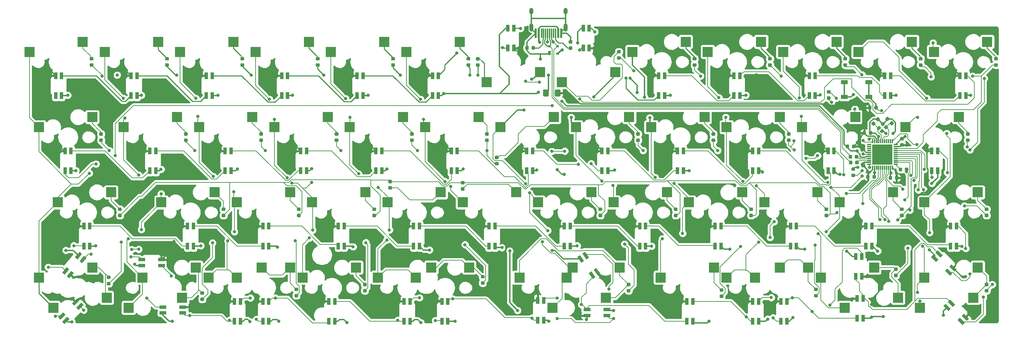
<source format=gbr>
G04 #@! TF.GenerationSoftware,KiCad,Pcbnew,(5.99.0-2043-g129c16cf7)*
G04 #@! TF.CreationDate,2020-07-05T22:33:02+02:00*
G04 #@! TF.ProjectId,CC45,43433435-2e6b-4696-9361-645f70636258,rev?*
G04 #@! TF.SameCoordinates,Original*
G04 #@! TF.FileFunction,Copper,L2,Bot*
G04 #@! TF.FilePolarity,Positive*
%FSLAX46Y46*%
G04 Gerber Fmt 4.6, Leading zero omitted, Abs format (unit mm)*
G04 Created by KiCad (PCBNEW (5.99.0-2043-g129c16cf7)) date 2020-07-05 22:33:02*
%MOMM*%
%LPD*%
G01*
G04 APERTURE LIST*
G04 #@! TA.AperFunction,SMDPad,CuDef*
%ADD10R,2.550000X2.500000*%
G04 #@! TD*
G04 #@! TA.AperFunction,SMDPad,CuDef*
%ADD11R,1.800000X0.820000*%
G04 #@! TD*
G04 #@! TA.AperFunction,SMDPad,CuDef*
%ADD12R,5.080000X5.080000*%
G04 #@! TD*
G04 #@! TA.AperFunction,SMDPad,CuDef*
%ADD13R,1.000000X0.300000*%
G04 #@! TD*
G04 #@! TA.AperFunction,SMDPad,CuDef*
%ADD14R,0.300000X1.000000*%
G04 #@! TD*
G04 #@! TA.AperFunction,SMDPad,CuDef*
%ADD15R,0.820000X1.800000*%
G04 #@! TD*
G04 #@! TA.AperFunction,SMDPad,CuDef*
%ADD16R,0.700000X0.600000*%
G04 #@! TD*
G04 #@! TA.AperFunction,SMDPad,CuDef*
%ADD17R,0.700000X1.000000*%
G04 #@! TD*
G04 #@! TA.AperFunction,ComponentPad*
%ADD18O,1.000000X1.600000*%
G04 #@! TD*
G04 #@! TA.AperFunction,ComponentPad*
%ADD19O,1.000000X2.100000*%
G04 #@! TD*
G04 #@! TA.AperFunction,SMDPad,CuDef*
%ADD20R,0.300000X2.450000*%
G04 #@! TD*
G04 #@! TA.AperFunction,SMDPad,CuDef*
%ADD21R,0.600000X2.450000*%
G04 #@! TD*
G04 #@! TA.AperFunction,SMDPad,CuDef*
%ADD22R,1.800000X1.100000*%
G04 #@! TD*
G04 #@! TA.AperFunction,ViaPad*
%ADD23C,0.800000*%
G04 #@! TD*
G04 #@! TA.AperFunction,Conductor*
%ADD24C,0.200000*%
G04 #@! TD*
G04 #@! TA.AperFunction,Conductor*
%ADD25C,0.300000*%
G04 #@! TD*
G04 #@! TA.AperFunction,Conductor*
%ADD26C,0.250000*%
G04 #@! TD*
G04 #@! TA.AperFunction,Conductor*
%ADD27C,0.400000*%
G04 #@! TD*
G04 #@! TA.AperFunction,Conductor*
%ADD28C,0.254000*%
G04 #@! TD*
G04 APERTURE END LIST*
G04 #@! TA.AperFunction,SMDPad,CuDef*
G36*
G01*
X41818750Y-32900000D02*
X41306250Y-32900000D01*
G75*
G02*
X41087500Y-32681250I0J218750D01*
G01*
X41087500Y-32243750D01*
G75*
G02*
X41306250Y-32025000I218750J0D01*
G01*
X41818750Y-32025000D01*
G75*
G02*
X42037500Y-32243750I0J-218750D01*
G01*
X42037500Y-32681250D01*
G75*
G02*
X41818750Y-32900000I-218750J0D01*
G01*
G37*
G04 #@! TD.AperFunction*
G04 #@! TA.AperFunction,SMDPad,CuDef*
G36*
G01*
X41818750Y-34475000D02*
X41306250Y-34475000D01*
G75*
G02*
X41087500Y-34256250I0J218750D01*
G01*
X41087500Y-33818750D01*
G75*
G02*
X41306250Y-33600000I218750J0D01*
G01*
X41818750Y-33600000D01*
G75*
G02*
X42037500Y-33818750I0J-218750D01*
G01*
X42037500Y-34256250D01*
G75*
G02*
X41818750Y-34475000I-218750J0D01*
G01*
G37*
G04 #@! TD.AperFunction*
G04 #@! TA.AperFunction,SMDPad,CuDef*
G36*
G01*
X60818750Y-32900000D02*
X60306250Y-32900000D01*
G75*
G02*
X60087500Y-32681250I0J218750D01*
G01*
X60087500Y-32243750D01*
G75*
G02*
X60306250Y-32025000I218750J0D01*
G01*
X60818750Y-32025000D01*
G75*
G02*
X61037500Y-32243750I0J-218750D01*
G01*
X61037500Y-32681250D01*
G75*
G02*
X60818750Y-32900000I-218750J0D01*
G01*
G37*
G04 #@! TD.AperFunction*
G04 #@! TA.AperFunction,SMDPad,CuDef*
G36*
G01*
X60818750Y-34475000D02*
X60306250Y-34475000D01*
G75*
G02*
X60087500Y-34256250I0J218750D01*
G01*
X60087500Y-33818750D01*
G75*
G02*
X60306250Y-33600000I218750J0D01*
G01*
X60818750Y-33600000D01*
G75*
G02*
X61037500Y-33818750I0J-218750D01*
G01*
X61037500Y-34256250D01*
G75*
G02*
X60818750Y-34475000I-218750J0D01*
G01*
G37*
G04 #@! TD.AperFunction*
G04 #@! TA.AperFunction,SMDPad,CuDef*
G36*
G01*
X79818750Y-32900000D02*
X79306250Y-32900000D01*
G75*
G02*
X79087500Y-32681250I0J218750D01*
G01*
X79087500Y-32243750D01*
G75*
G02*
X79306250Y-32025000I218750J0D01*
G01*
X79818750Y-32025000D01*
G75*
G02*
X80037500Y-32243750I0J-218750D01*
G01*
X80037500Y-32681250D01*
G75*
G02*
X79818750Y-32900000I-218750J0D01*
G01*
G37*
G04 #@! TD.AperFunction*
G04 #@! TA.AperFunction,SMDPad,CuDef*
G36*
G01*
X79818750Y-34475000D02*
X79306250Y-34475000D01*
G75*
G02*
X79087500Y-34256250I0J218750D01*
G01*
X79087500Y-33818750D01*
G75*
G02*
X79306250Y-33600000I218750J0D01*
G01*
X79818750Y-33600000D01*
G75*
G02*
X80037500Y-33818750I0J-218750D01*
G01*
X80037500Y-34256250D01*
G75*
G02*
X79818750Y-34475000I-218750J0D01*
G01*
G37*
G04 #@! TD.AperFunction*
G04 #@! TA.AperFunction,SMDPad,CuDef*
G36*
G01*
X98818750Y-32900000D02*
X98306250Y-32900000D01*
G75*
G02*
X98087500Y-32681250I0J218750D01*
G01*
X98087500Y-32243750D01*
G75*
G02*
X98306250Y-32025000I218750J0D01*
G01*
X98818750Y-32025000D01*
G75*
G02*
X99037500Y-32243750I0J-218750D01*
G01*
X99037500Y-32681250D01*
G75*
G02*
X98818750Y-32900000I-218750J0D01*
G01*
G37*
G04 #@! TD.AperFunction*
G04 #@! TA.AperFunction,SMDPad,CuDef*
G36*
G01*
X98818750Y-34475000D02*
X98306250Y-34475000D01*
G75*
G02*
X98087500Y-34256250I0J218750D01*
G01*
X98087500Y-33818750D01*
G75*
G02*
X98306250Y-33600000I218750J0D01*
G01*
X98818750Y-33600000D01*
G75*
G02*
X99037500Y-33818750I0J-218750D01*
G01*
X99037500Y-34256250D01*
G75*
G02*
X98818750Y-34475000I-218750J0D01*
G01*
G37*
G04 #@! TD.AperFunction*
G04 #@! TA.AperFunction,SMDPad,CuDef*
G36*
G01*
X117818750Y-32900000D02*
X117306250Y-32900000D01*
G75*
G02*
X117087500Y-32681250I0J218750D01*
G01*
X117087500Y-32243750D01*
G75*
G02*
X117306250Y-32025000I218750J0D01*
G01*
X117818750Y-32025000D01*
G75*
G02*
X118037500Y-32243750I0J-218750D01*
G01*
X118037500Y-32681250D01*
G75*
G02*
X117818750Y-32900000I-218750J0D01*
G01*
G37*
G04 #@! TD.AperFunction*
G04 #@! TA.AperFunction,SMDPad,CuDef*
G36*
G01*
X117818750Y-34475000D02*
X117306250Y-34475000D01*
G75*
G02*
X117087500Y-34256250I0J218750D01*
G01*
X117087500Y-33818750D01*
G75*
G02*
X117306250Y-33600000I218750J0D01*
G01*
X117818750Y-33600000D01*
G75*
G02*
X118037500Y-33818750I0J-218750D01*
G01*
X118037500Y-34256250D01*
G75*
G02*
X117818750Y-34475000I-218750J0D01*
G01*
G37*
G04 #@! TD.AperFunction*
G04 #@! TA.AperFunction,SMDPad,CuDef*
G36*
G01*
X136818750Y-32900000D02*
X136306250Y-32900000D01*
G75*
G02*
X136087500Y-32681250I0J218750D01*
G01*
X136087500Y-32243750D01*
G75*
G02*
X136306250Y-32025000I218750J0D01*
G01*
X136818750Y-32025000D01*
G75*
G02*
X137037500Y-32243750I0J-218750D01*
G01*
X137037500Y-32681250D01*
G75*
G02*
X136818750Y-32900000I-218750J0D01*
G01*
G37*
G04 #@! TD.AperFunction*
G04 #@! TA.AperFunction,SMDPad,CuDef*
G36*
G01*
X136818750Y-34475000D02*
X136306250Y-34475000D01*
G75*
G02*
X136087500Y-34256250I0J218750D01*
G01*
X136087500Y-33818750D01*
G75*
G02*
X136306250Y-33600000I218750J0D01*
G01*
X136818750Y-33600000D01*
G75*
G02*
X137037500Y-33818750I0J-218750D01*
G01*
X137037500Y-34256250D01*
G75*
G02*
X136818750Y-34475000I-218750J0D01*
G01*
G37*
G04 #@! TD.AperFunction*
G04 #@! TA.AperFunction,SMDPad,CuDef*
G36*
G01*
X139194250Y-32924000D02*
X138681750Y-32924000D01*
G75*
G02*
X138463000Y-32705250I0J218750D01*
G01*
X138463000Y-32267750D01*
G75*
G02*
X138681750Y-32049000I218750J0D01*
G01*
X139194250Y-32049000D01*
G75*
G02*
X139413000Y-32267750I0J-218750D01*
G01*
X139413000Y-32705250D01*
G75*
G02*
X139194250Y-32924000I-218750J0D01*
G01*
G37*
G04 #@! TD.AperFunction*
G04 #@! TA.AperFunction,SMDPad,CuDef*
G36*
G01*
X139194250Y-34499000D02*
X138681750Y-34499000D01*
G75*
G02*
X138463000Y-34280250I0J218750D01*
G01*
X138463000Y-33842750D01*
G75*
G02*
X138681750Y-33624000I218750J0D01*
G01*
X139194250Y-33624000D01*
G75*
G02*
X139413000Y-33842750I0J-218750D01*
G01*
X139413000Y-34280250D01*
G75*
G02*
X139194250Y-34499000I-218750J0D01*
G01*
G37*
G04 #@! TD.AperFunction*
G04 #@! TA.AperFunction,SMDPad,CuDef*
G36*
G01*
X174754250Y-31126000D02*
X174241750Y-31126000D01*
G75*
G02*
X174023000Y-30907250I0J218750D01*
G01*
X174023000Y-30469750D01*
G75*
G02*
X174241750Y-30251000I218750J0D01*
G01*
X174754250Y-30251000D01*
G75*
G02*
X174973000Y-30469750I0J-218750D01*
G01*
X174973000Y-30907250D01*
G75*
G02*
X174754250Y-31126000I-218750J0D01*
G01*
G37*
G04 #@! TD.AperFunction*
G04 #@! TA.AperFunction,SMDPad,CuDef*
G36*
G01*
X174754250Y-32701000D02*
X174241750Y-32701000D01*
G75*
G02*
X174023000Y-32482250I0J218750D01*
G01*
X174023000Y-32044750D01*
G75*
G02*
X174241750Y-31826000I218750J0D01*
G01*
X174754250Y-31826000D01*
G75*
G02*
X174973000Y-32044750I0J-218750D01*
G01*
X174973000Y-32482250D01*
G75*
G02*
X174754250Y-32701000I-218750J0D01*
G01*
G37*
G04 #@! TD.AperFunction*
G04 #@! TA.AperFunction,SMDPad,CuDef*
G36*
G01*
X193818750Y-32900000D02*
X193306250Y-32900000D01*
G75*
G02*
X193087500Y-32681250I0J218750D01*
G01*
X193087500Y-32243750D01*
G75*
G02*
X193306250Y-32025000I218750J0D01*
G01*
X193818750Y-32025000D01*
G75*
G02*
X194037500Y-32243750I0J-218750D01*
G01*
X194037500Y-32681250D01*
G75*
G02*
X193818750Y-32900000I-218750J0D01*
G01*
G37*
G04 #@! TD.AperFunction*
G04 #@! TA.AperFunction,SMDPad,CuDef*
G36*
G01*
X193818750Y-34475000D02*
X193306250Y-34475000D01*
G75*
G02*
X193087500Y-34256250I0J218750D01*
G01*
X193087500Y-33818750D01*
G75*
G02*
X193306250Y-33600000I218750J0D01*
G01*
X193818750Y-33600000D01*
G75*
G02*
X194037500Y-33818750I0J-218750D01*
G01*
X194037500Y-34256250D01*
G75*
G02*
X193818750Y-34475000I-218750J0D01*
G01*
G37*
G04 #@! TD.AperFunction*
G04 #@! TA.AperFunction,SMDPad,CuDef*
G36*
G01*
X212818750Y-32900000D02*
X212306250Y-32900000D01*
G75*
G02*
X212087500Y-32681250I0J218750D01*
G01*
X212087500Y-32243750D01*
G75*
G02*
X212306250Y-32025000I218750J0D01*
G01*
X212818750Y-32025000D01*
G75*
G02*
X213037500Y-32243750I0J-218750D01*
G01*
X213037500Y-32681250D01*
G75*
G02*
X212818750Y-32900000I-218750J0D01*
G01*
G37*
G04 #@! TD.AperFunction*
G04 #@! TA.AperFunction,SMDPad,CuDef*
G36*
G01*
X212818750Y-34475000D02*
X212306250Y-34475000D01*
G75*
G02*
X212087500Y-34256250I0J218750D01*
G01*
X212087500Y-33818750D01*
G75*
G02*
X212306250Y-33600000I218750J0D01*
G01*
X212818750Y-33600000D01*
G75*
G02*
X213037500Y-33818750I0J-218750D01*
G01*
X213037500Y-34256250D01*
G75*
G02*
X212818750Y-34475000I-218750J0D01*
G01*
G37*
G04 #@! TD.AperFunction*
G04 #@! TA.AperFunction,SMDPad,CuDef*
G36*
G01*
X231818750Y-32900000D02*
X231306250Y-32900000D01*
G75*
G02*
X231087500Y-32681250I0J218750D01*
G01*
X231087500Y-32243750D01*
G75*
G02*
X231306250Y-32025000I218750J0D01*
G01*
X231818750Y-32025000D01*
G75*
G02*
X232037500Y-32243750I0J-218750D01*
G01*
X232037500Y-32681250D01*
G75*
G02*
X231818750Y-32900000I-218750J0D01*
G01*
G37*
G04 #@! TD.AperFunction*
G04 #@! TA.AperFunction,SMDPad,CuDef*
G36*
G01*
X231818750Y-34475000D02*
X231306250Y-34475000D01*
G75*
G02*
X231087500Y-34256250I0J218750D01*
G01*
X231087500Y-33818750D01*
G75*
G02*
X231306250Y-33600000I218750J0D01*
G01*
X231818750Y-33600000D01*
G75*
G02*
X232037500Y-33818750I0J-218750D01*
G01*
X232037500Y-34256250D01*
G75*
G02*
X231818750Y-34475000I-218750J0D01*
G01*
G37*
G04 #@! TD.AperFunction*
G04 #@! TA.AperFunction,SMDPad,CuDef*
G36*
G01*
X250818750Y-32900000D02*
X250306250Y-32900000D01*
G75*
G02*
X250087500Y-32681250I0J218750D01*
G01*
X250087500Y-32243750D01*
G75*
G02*
X250306250Y-32025000I218750J0D01*
G01*
X250818750Y-32025000D01*
G75*
G02*
X251037500Y-32243750I0J-218750D01*
G01*
X251037500Y-32681250D01*
G75*
G02*
X250818750Y-32900000I-218750J0D01*
G01*
G37*
G04 #@! TD.AperFunction*
G04 #@! TA.AperFunction,SMDPad,CuDef*
G36*
G01*
X250818750Y-34475000D02*
X250306250Y-34475000D01*
G75*
G02*
X250087500Y-34256250I0J218750D01*
G01*
X250087500Y-33818750D01*
G75*
G02*
X250306250Y-33600000I218750J0D01*
G01*
X250818750Y-33600000D01*
G75*
G02*
X251037500Y-33818750I0J-218750D01*
G01*
X251037500Y-34256250D01*
G75*
G02*
X250818750Y-34475000I-218750J0D01*
G01*
G37*
G04 #@! TD.AperFunction*
G04 #@! TA.AperFunction,SMDPad,CuDef*
G36*
G01*
X269818750Y-32900000D02*
X269306250Y-32900000D01*
G75*
G02*
X269087500Y-32681250I0J218750D01*
G01*
X269087500Y-32243750D01*
G75*
G02*
X269306250Y-32025000I218750J0D01*
G01*
X269818750Y-32025000D01*
G75*
G02*
X270037500Y-32243750I0J-218750D01*
G01*
X270037500Y-32681250D01*
G75*
G02*
X269818750Y-32900000I-218750J0D01*
G01*
G37*
G04 #@! TD.AperFunction*
G04 #@! TA.AperFunction,SMDPad,CuDef*
G36*
G01*
X269818750Y-34475000D02*
X269306250Y-34475000D01*
G75*
G02*
X269087500Y-34256250I0J218750D01*
G01*
X269087500Y-33818750D01*
G75*
G02*
X269306250Y-33600000I218750J0D01*
G01*
X269818750Y-33600000D01*
G75*
G02*
X270037500Y-33818750I0J-218750D01*
G01*
X270037500Y-34256250D01*
G75*
G02*
X269818750Y-34475000I-218750J0D01*
G01*
G37*
G04 #@! TD.AperFunction*
G04 #@! TA.AperFunction,SMDPad,CuDef*
G36*
G01*
X44193750Y-51900000D02*
X43681250Y-51900000D01*
G75*
G02*
X43462500Y-51681250I0J218750D01*
G01*
X43462500Y-51243750D01*
G75*
G02*
X43681250Y-51025000I218750J0D01*
G01*
X44193750Y-51025000D01*
G75*
G02*
X44412500Y-51243750I0J-218750D01*
G01*
X44412500Y-51681250D01*
G75*
G02*
X44193750Y-51900000I-218750J0D01*
G01*
G37*
G04 #@! TD.AperFunction*
G04 #@! TA.AperFunction,SMDPad,CuDef*
G36*
G01*
X44193750Y-53475000D02*
X43681250Y-53475000D01*
G75*
G02*
X43462500Y-53256250I0J218750D01*
G01*
X43462500Y-52818750D01*
G75*
G02*
X43681250Y-52600000I218750J0D01*
G01*
X44193750Y-52600000D01*
G75*
G02*
X44412500Y-52818750I0J-218750D01*
G01*
X44412500Y-53256250D01*
G75*
G02*
X44193750Y-53475000I-218750J0D01*
G01*
G37*
G04 #@! TD.AperFunction*
G04 #@! TA.AperFunction,SMDPad,CuDef*
G36*
G01*
X65568750Y-51900000D02*
X65056250Y-51900000D01*
G75*
G02*
X64837500Y-51681250I0J218750D01*
G01*
X64837500Y-51243750D01*
G75*
G02*
X65056250Y-51025000I218750J0D01*
G01*
X65568750Y-51025000D01*
G75*
G02*
X65787500Y-51243750I0J-218750D01*
G01*
X65787500Y-51681250D01*
G75*
G02*
X65568750Y-51900000I-218750J0D01*
G01*
G37*
G04 #@! TD.AperFunction*
G04 #@! TA.AperFunction,SMDPad,CuDef*
G36*
G01*
X65568750Y-53475000D02*
X65056250Y-53475000D01*
G75*
G02*
X64837500Y-53256250I0J218750D01*
G01*
X64837500Y-52818750D01*
G75*
G02*
X65056250Y-52600000I218750J0D01*
G01*
X65568750Y-52600000D01*
G75*
G02*
X65787500Y-52818750I0J-218750D01*
G01*
X65787500Y-53256250D01*
G75*
G02*
X65568750Y-53475000I-218750J0D01*
G01*
G37*
G04 #@! TD.AperFunction*
G04 #@! TA.AperFunction,SMDPad,CuDef*
G36*
G01*
X84568750Y-51900000D02*
X84056250Y-51900000D01*
G75*
G02*
X83837500Y-51681250I0J218750D01*
G01*
X83837500Y-51243750D01*
G75*
G02*
X84056250Y-51025000I218750J0D01*
G01*
X84568750Y-51025000D01*
G75*
G02*
X84787500Y-51243750I0J-218750D01*
G01*
X84787500Y-51681250D01*
G75*
G02*
X84568750Y-51900000I-218750J0D01*
G01*
G37*
G04 #@! TD.AperFunction*
G04 #@! TA.AperFunction,SMDPad,CuDef*
G36*
G01*
X84568750Y-53475000D02*
X84056250Y-53475000D01*
G75*
G02*
X83837500Y-53256250I0J218750D01*
G01*
X83837500Y-52818750D01*
G75*
G02*
X84056250Y-52600000I218750J0D01*
G01*
X84568750Y-52600000D01*
G75*
G02*
X84787500Y-52818750I0J-218750D01*
G01*
X84787500Y-53256250D01*
G75*
G02*
X84568750Y-53475000I-218750J0D01*
G01*
G37*
G04 #@! TD.AperFunction*
G04 #@! TA.AperFunction,SMDPad,CuDef*
G36*
G01*
X103568750Y-51900000D02*
X103056250Y-51900000D01*
G75*
G02*
X102837500Y-51681250I0J218750D01*
G01*
X102837500Y-51243750D01*
G75*
G02*
X103056250Y-51025000I218750J0D01*
G01*
X103568750Y-51025000D01*
G75*
G02*
X103787500Y-51243750I0J-218750D01*
G01*
X103787500Y-51681250D01*
G75*
G02*
X103568750Y-51900000I-218750J0D01*
G01*
G37*
G04 #@! TD.AperFunction*
G04 #@! TA.AperFunction,SMDPad,CuDef*
G36*
G01*
X103568750Y-53475000D02*
X103056250Y-53475000D01*
G75*
G02*
X102837500Y-53256250I0J218750D01*
G01*
X102837500Y-52818750D01*
G75*
G02*
X103056250Y-52600000I218750J0D01*
G01*
X103568750Y-52600000D01*
G75*
G02*
X103787500Y-52818750I0J-218750D01*
G01*
X103787500Y-53256250D01*
G75*
G02*
X103568750Y-53475000I-218750J0D01*
G01*
G37*
G04 #@! TD.AperFunction*
G04 #@! TA.AperFunction,SMDPad,CuDef*
G36*
G01*
X122568750Y-51900000D02*
X122056250Y-51900000D01*
G75*
G02*
X121837500Y-51681250I0J218750D01*
G01*
X121837500Y-51243750D01*
G75*
G02*
X122056250Y-51025000I218750J0D01*
G01*
X122568750Y-51025000D01*
G75*
G02*
X122787500Y-51243750I0J-218750D01*
G01*
X122787500Y-51681250D01*
G75*
G02*
X122568750Y-51900000I-218750J0D01*
G01*
G37*
G04 #@! TD.AperFunction*
G04 #@! TA.AperFunction,SMDPad,CuDef*
G36*
G01*
X122568750Y-53475000D02*
X122056250Y-53475000D01*
G75*
G02*
X121837500Y-53256250I0J218750D01*
G01*
X121837500Y-52818750D01*
G75*
G02*
X122056250Y-52600000I218750J0D01*
G01*
X122568750Y-52600000D01*
G75*
G02*
X122787500Y-52818750I0J-218750D01*
G01*
X122787500Y-53256250D01*
G75*
G02*
X122568750Y-53475000I-218750J0D01*
G01*
G37*
G04 #@! TD.AperFunction*
G04 #@! TA.AperFunction,SMDPad,CuDef*
G36*
G01*
X141480250Y-51900000D02*
X140967750Y-51900000D01*
G75*
G02*
X140749000Y-51681250I0J218750D01*
G01*
X140749000Y-51243750D01*
G75*
G02*
X140967750Y-51025000I218750J0D01*
G01*
X141480250Y-51025000D01*
G75*
G02*
X141699000Y-51243750I0J-218750D01*
G01*
X141699000Y-51681250D01*
G75*
G02*
X141480250Y-51900000I-218750J0D01*
G01*
G37*
G04 #@! TD.AperFunction*
G04 #@! TA.AperFunction,SMDPad,CuDef*
G36*
G01*
X141480250Y-53475000D02*
X140967750Y-53475000D01*
G75*
G02*
X140749000Y-53256250I0J218750D01*
G01*
X140749000Y-52818750D01*
G75*
G02*
X140967750Y-52600000I218750J0D01*
G01*
X141480250Y-52600000D01*
G75*
G02*
X141699000Y-52818750I0J-218750D01*
G01*
X141699000Y-53256250D01*
G75*
G02*
X141480250Y-53475000I-218750J0D01*
G01*
G37*
G04 #@! TD.AperFunction*
G04 #@! TA.AperFunction,SMDPad,CuDef*
G36*
G01*
X143943750Y-57816000D02*
X143431250Y-57816000D01*
G75*
G02*
X143212500Y-57597250I0J218750D01*
G01*
X143212500Y-57159750D01*
G75*
G02*
X143431250Y-56941000I218750J0D01*
G01*
X143943750Y-56941000D01*
G75*
G02*
X144162500Y-57159750I0J-218750D01*
G01*
X144162500Y-57597250D01*
G75*
G02*
X143943750Y-57816000I-218750J0D01*
G01*
G37*
G04 #@! TD.AperFunction*
G04 #@! TA.AperFunction,SMDPad,CuDef*
G36*
G01*
X143943750Y-59391000D02*
X143431250Y-59391000D01*
G75*
G02*
X143212500Y-59172250I0J218750D01*
G01*
X143212500Y-58734750D01*
G75*
G02*
X143431250Y-58516000I218750J0D01*
G01*
X143943750Y-58516000D01*
G75*
G02*
X144162500Y-58734750I0J-218750D01*
G01*
X144162500Y-59172250D01*
G75*
G02*
X143943750Y-59391000I-218750J0D01*
G01*
G37*
G04 #@! TD.AperFunction*
G04 #@! TA.AperFunction,SMDPad,CuDef*
G36*
G01*
X179568750Y-51900000D02*
X179056250Y-51900000D01*
G75*
G02*
X178837500Y-51681250I0J218750D01*
G01*
X178837500Y-51243750D01*
G75*
G02*
X179056250Y-51025000I218750J0D01*
G01*
X179568750Y-51025000D01*
G75*
G02*
X179787500Y-51243750I0J-218750D01*
G01*
X179787500Y-51681250D01*
G75*
G02*
X179568750Y-51900000I-218750J0D01*
G01*
G37*
G04 #@! TD.AperFunction*
G04 #@! TA.AperFunction,SMDPad,CuDef*
G36*
G01*
X179568750Y-53475000D02*
X179056250Y-53475000D01*
G75*
G02*
X178837500Y-53256250I0J218750D01*
G01*
X178837500Y-52818750D01*
G75*
G02*
X179056250Y-52600000I218750J0D01*
G01*
X179568750Y-52600000D01*
G75*
G02*
X179787500Y-52818750I0J-218750D01*
G01*
X179787500Y-53256250D01*
G75*
G02*
X179568750Y-53475000I-218750J0D01*
G01*
G37*
G04 #@! TD.AperFunction*
G04 #@! TA.AperFunction,SMDPad,CuDef*
G36*
G01*
X198568750Y-51900000D02*
X198056250Y-51900000D01*
G75*
G02*
X197837500Y-51681250I0J218750D01*
G01*
X197837500Y-51243750D01*
G75*
G02*
X198056250Y-51025000I218750J0D01*
G01*
X198568750Y-51025000D01*
G75*
G02*
X198787500Y-51243750I0J-218750D01*
G01*
X198787500Y-51681250D01*
G75*
G02*
X198568750Y-51900000I-218750J0D01*
G01*
G37*
G04 #@! TD.AperFunction*
G04 #@! TA.AperFunction,SMDPad,CuDef*
G36*
G01*
X198568750Y-53475000D02*
X198056250Y-53475000D01*
G75*
G02*
X197837500Y-53256250I0J218750D01*
G01*
X197837500Y-52818750D01*
G75*
G02*
X198056250Y-52600000I218750J0D01*
G01*
X198568750Y-52600000D01*
G75*
G02*
X198787500Y-52818750I0J-218750D01*
G01*
X198787500Y-53256250D01*
G75*
G02*
X198568750Y-53475000I-218750J0D01*
G01*
G37*
G04 #@! TD.AperFunction*
G04 #@! TA.AperFunction,SMDPad,CuDef*
G36*
G01*
X217568750Y-51900000D02*
X217056250Y-51900000D01*
G75*
G02*
X216837500Y-51681250I0J218750D01*
G01*
X216837500Y-51243750D01*
G75*
G02*
X217056250Y-51025000I218750J0D01*
G01*
X217568750Y-51025000D01*
G75*
G02*
X217787500Y-51243750I0J-218750D01*
G01*
X217787500Y-51681250D01*
G75*
G02*
X217568750Y-51900000I-218750J0D01*
G01*
G37*
G04 #@! TD.AperFunction*
G04 #@! TA.AperFunction,SMDPad,CuDef*
G36*
G01*
X217568750Y-53475000D02*
X217056250Y-53475000D01*
G75*
G02*
X216837500Y-53256250I0J218750D01*
G01*
X216837500Y-52818750D01*
G75*
G02*
X217056250Y-52600000I218750J0D01*
G01*
X217568750Y-52600000D01*
G75*
G02*
X217787500Y-52818750I0J-218750D01*
G01*
X217787500Y-53256250D01*
G75*
G02*
X217568750Y-53475000I-218750J0D01*
G01*
G37*
G04 #@! TD.AperFunction*
G04 #@! TA.AperFunction,SMDPad,CuDef*
G36*
G01*
X227637050Y-41255200D02*
X227124550Y-41255200D01*
G75*
G02*
X226905800Y-41036450I0J218750D01*
G01*
X226905800Y-40598950D01*
G75*
G02*
X227124550Y-40380200I218750J0D01*
G01*
X227637050Y-40380200D01*
G75*
G02*
X227855800Y-40598950I0J-218750D01*
G01*
X227855800Y-41036450D01*
G75*
G02*
X227637050Y-41255200I-218750J0D01*
G01*
G37*
G04 #@! TD.AperFunction*
G04 #@! TA.AperFunction,SMDPad,CuDef*
G36*
G01*
X227637050Y-42830200D02*
X227124550Y-42830200D01*
G75*
G02*
X226905800Y-42611450I0J218750D01*
G01*
X226905800Y-42173950D01*
G75*
G02*
X227124550Y-41955200I218750J0D01*
G01*
X227637050Y-41955200D01*
G75*
G02*
X227855800Y-42173950I0J-218750D01*
G01*
X227855800Y-42611450D01*
G75*
G02*
X227637050Y-42830200I-218750J0D01*
G01*
G37*
G04 #@! TD.AperFunction*
G04 #@! TA.AperFunction,SMDPad,CuDef*
G36*
G01*
X262693750Y-51900000D02*
X262181250Y-51900000D01*
G75*
G02*
X261962500Y-51681250I0J218750D01*
G01*
X261962500Y-51243750D01*
G75*
G02*
X262181250Y-51025000I218750J0D01*
G01*
X262693750Y-51025000D01*
G75*
G02*
X262912500Y-51243750I0J-218750D01*
G01*
X262912500Y-51681250D01*
G75*
G02*
X262693750Y-51900000I-218750J0D01*
G01*
G37*
G04 #@! TD.AperFunction*
G04 #@! TA.AperFunction,SMDPad,CuDef*
G36*
G01*
X262693750Y-53475000D02*
X262181250Y-53475000D01*
G75*
G02*
X261962500Y-53256250I0J218750D01*
G01*
X261962500Y-52818750D01*
G75*
G02*
X262181250Y-52600000I218750J0D01*
G01*
X262693750Y-52600000D01*
G75*
G02*
X262912500Y-52818750I0J-218750D01*
G01*
X262912500Y-53256250D01*
G75*
G02*
X262693750Y-53475000I-218750J0D01*
G01*
G37*
G04 #@! TD.AperFunction*
G04 #@! TA.AperFunction,SMDPad,CuDef*
G36*
G01*
X48943750Y-70900000D02*
X48431250Y-70900000D01*
G75*
G02*
X48212500Y-70681250I0J218750D01*
G01*
X48212500Y-70243750D01*
G75*
G02*
X48431250Y-70025000I218750J0D01*
G01*
X48943750Y-70025000D01*
G75*
G02*
X49162500Y-70243750I0J-218750D01*
G01*
X49162500Y-70681250D01*
G75*
G02*
X48943750Y-70900000I-218750J0D01*
G01*
G37*
G04 #@! TD.AperFunction*
G04 #@! TA.AperFunction,SMDPad,CuDef*
G36*
G01*
X48943750Y-72475000D02*
X48431250Y-72475000D01*
G75*
G02*
X48212500Y-72256250I0J218750D01*
G01*
X48212500Y-71818750D01*
G75*
G02*
X48431250Y-71600000I218750J0D01*
G01*
X48943750Y-71600000D01*
G75*
G02*
X49162500Y-71818750I0J-218750D01*
G01*
X49162500Y-72256250D01*
G75*
G02*
X48943750Y-72475000I-218750J0D01*
G01*
G37*
G04 #@! TD.AperFunction*
G04 #@! TA.AperFunction,SMDPad,CuDef*
G36*
G01*
X75068750Y-70900000D02*
X74556250Y-70900000D01*
G75*
G02*
X74337500Y-70681250I0J218750D01*
G01*
X74337500Y-70243750D01*
G75*
G02*
X74556250Y-70025000I218750J0D01*
G01*
X75068750Y-70025000D01*
G75*
G02*
X75287500Y-70243750I0J-218750D01*
G01*
X75287500Y-70681250D01*
G75*
G02*
X75068750Y-70900000I-218750J0D01*
G01*
G37*
G04 #@! TD.AperFunction*
G04 #@! TA.AperFunction,SMDPad,CuDef*
G36*
G01*
X75068750Y-72475000D02*
X74556250Y-72475000D01*
G75*
G02*
X74337500Y-72256250I0J218750D01*
G01*
X74337500Y-71818750D01*
G75*
G02*
X74556250Y-71600000I218750J0D01*
G01*
X75068750Y-71600000D01*
G75*
G02*
X75287500Y-71818750I0J-218750D01*
G01*
X75287500Y-72256250D01*
G75*
G02*
X75068750Y-72475000I-218750J0D01*
G01*
G37*
G04 #@! TD.AperFunction*
G04 #@! TA.AperFunction,SMDPad,CuDef*
G36*
G01*
X94068750Y-70900000D02*
X93556250Y-70900000D01*
G75*
G02*
X93337500Y-70681250I0J218750D01*
G01*
X93337500Y-70243750D01*
G75*
G02*
X93556250Y-70025000I218750J0D01*
G01*
X94068750Y-70025000D01*
G75*
G02*
X94287500Y-70243750I0J-218750D01*
G01*
X94287500Y-70681250D01*
G75*
G02*
X94068750Y-70900000I-218750J0D01*
G01*
G37*
G04 #@! TD.AperFunction*
G04 #@! TA.AperFunction,SMDPad,CuDef*
G36*
G01*
X94068750Y-72475000D02*
X93556250Y-72475000D01*
G75*
G02*
X93337500Y-72256250I0J218750D01*
G01*
X93337500Y-71818750D01*
G75*
G02*
X93556250Y-71600000I218750J0D01*
G01*
X94068750Y-71600000D01*
G75*
G02*
X94287500Y-71818750I0J-218750D01*
G01*
X94287500Y-72256250D01*
G75*
G02*
X94068750Y-72475000I-218750J0D01*
G01*
G37*
G04 #@! TD.AperFunction*
G04 #@! TA.AperFunction,SMDPad,CuDef*
G36*
G01*
X113068750Y-70900000D02*
X112556250Y-70900000D01*
G75*
G02*
X112337500Y-70681250I0J218750D01*
G01*
X112337500Y-70243750D01*
G75*
G02*
X112556250Y-70025000I218750J0D01*
G01*
X113068750Y-70025000D01*
G75*
G02*
X113287500Y-70243750I0J-218750D01*
G01*
X113287500Y-70681250D01*
G75*
G02*
X113068750Y-70900000I-218750J0D01*
G01*
G37*
G04 #@! TD.AperFunction*
G04 #@! TA.AperFunction,SMDPad,CuDef*
G36*
G01*
X113068750Y-72475000D02*
X112556250Y-72475000D01*
G75*
G02*
X112337500Y-72256250I0J218750D01*
G01*
X112337500Y-71818750D01*
G75*
G02*
X112556250Y-71600000I218750J0D01*
G01*
X113068750Y-71600000D01*
G75*
G02*
X113287500Y-71818750I0J-218750D01*
G01*
X113287500Y-72256250D01*
G75*
G02*
X113068750Y-72475000I-218750J0D01*
G01*
G37*
G04 #@! TD.AperFunction*
G04 #@! TA.AperFunction,SMDPad,CuDef*
G36*
G01*
X116583750Y-64612000D02*
X117096250Y-64612000D01*
G75*
G02*
X117315000Y-64830750I0J-218750D01*
G01*
X117315000Y-65268250D01*
G75*
G02*
X117096250Y-65487000I-218750J0D01*
G01*
X116583750Y-65487000D01*
G75*
G02*
X116365000Y-65268250I0J218750D01*
G01*
X116365000Y-64830750D01*
G75*
G02*
X116583750Y-64612000I218750J0D01*
G01*
G37*
G04 #@! TD.AperFunction*
G04 #@! TA.AperFunction,SMDPad,CuDef*
G36*
G01*
X116583750Y-63037000D02*
X117096250Y-63037000D01*
G75*
G02*
X117315000Y-63255750I0J-218750D01*
G01*
X117315000Y-63693250D01*
G75*
G02*
X117096250Y-63912000I-218750J0D01*
G01*
X116583750Y-63912000D01*
G75*
G02*
X116365000Y-63693250I0J218750D01*
G01*
X116365000Y-63255750D01*
G75*
G02*
X116583750Y-63037000I218750J0D01*
G01*
G37*
G04 #@! TD.AperFunction*
G04 #@! TA.AperFunction,SMDPad,CuDef*
G36*
G01*
X134871750Y-64886000D02*
X135384250Y-64886000D01*
G75*
G02*
X135603000Y-65104750I0J-218750D01*
G01*
X135603000Y-65542250D01*
G75*
G02*
X135384250Y-65761000I-218750J0D01*
G01*
X134871750Y-65761000D01*
G75*
G02*
X134653000Y-65542250I0J218750D01*
G01*
X134653000Y-65104750D01*
G75*
G02*
X134871750Y-64886000I218750J0D01*
G01*
G37*
G04 #@! TD.AperFunction*
G04 #@! TA.AperFunction,SMDPad,CuDef*
G36*
G01*
X134871750Y-63311000D02*
X135384250Y-63311000D01*
G75*
G02*
X135603000Y-63529750I0J-218750D01*
G01*
X135603000Y-63967250D01*
G75*
G02*
X135384250Y-64186000I-218750J0D01*
G01*
X134871750Y-64186000D01*
G75*
G02*
X134653000Y-63967250I0J218750D01*
G01*
X134653000Y-63529750D01*
G75*
G02*
X134871750Y-63311000I218750J0D01*
G01*
G37*
G04 #@! TD.AperFunction*
G04 #@! TA.AperFunction,SMDPad,CuDef*
G36*
G01*
X170068750Y-70900000D02*
X169556250Y-70900000D01*
G75*
G02*
X169337500Y-70681250I0J218750D01*
G01*
X169337500Y-70243750D01*
G75*
G02*
X169556250Y-70025000I218750J0D01*
G01*
X170068750Y-70025000D01*
G75*
G02*
X170287500Y-70243750I0J-218750D01*
G01*
X170287500Y-70681250D01*
G75*
G02*
X170068750Y-70900000I-218750J0D01*
G01*
G37*
G04 #@! TD.AperFunction*
G04 #@! TA.AperFunction,SMDPad,CuDef*
G36*
G01*
X170068750Y-72475000D02*
X169556250Y-72475000D01*
G75*
G02*
X169337500Y-72256250I0J218750D01*
G01*
X169337500Y-71818750D01*
G75*
G02*
X169556250Y-71600000I218750J0D01*
G01*
X170068750Y-71600000D01*
G75*
G02*
X170287500Y-71818750I0J-218750D01*
G01*
X170287500Y-72256250D01*
G75*
G02*
X170068750Y-72475000I-218750J0D01*
G01*
G37*
G04 #@! TD.AperFunction*
G04 #@! TA.AperFunction,SMDPad,CuDef*
G36*
G01*
X189068750Y-70900000D02*
X188556250Y-70900000D01*
G75*
G02*
X188337500Y-70681250I0J218750D01*
G01*
X188337500Y-70243750D01*
G75*
G02*
X188556250Y-70025000I218750J0D01*
G01*
X189068750Y-70025000D01*
G75*
G02*
X189287500Y-70243750I0J-218750D01*
G01*
X189287500Y-70681250D01*
G75*
G02*
X189068750Y-70900000I-218750J0D01*
G01*
G37*
G04 #@! TD.AperFunction*
G04 #@! TA.AperFunction,SMDPad,CuDef*
G36*
G01*
X189068750Y-72475000D02*
X188556250Y-72475000D01*
G75*
G02*
X188337500Y-72256250I0J218750D01*
G01*
X188337500Y-71818750D01*
G75*
G02*
X188556250Y-71600000I218750J0D01*
G01*
X189068750Y-71600000D01*
G75*
G02*
X189287500Y-71818750I0J-218750D01*
G01*
X189287500Y-72256250D01*
G75*
G02*
X189068750Y-72475000I-218750J0D01*
G01*
G37*
G04 #@! TD.AperFunction*
G04 #@! TA.AperFunction,SMDPad,CuDef*
G36*
G01*
X208068750Y-70900000D02*
X207556250Y-70900000D01*
G75*
G02*
X207337500Y-70681250I0J218750D01*
G01*
X207337500Y-70243750D01*
G75*
G02*
X207556250Y-70025000I218750J0D01*
G01*
X208068750Y-70025000D01*
G75*
G02*
X208287500Y-70243750I0J-218750D01*
G01*
X208287500Y-70681250D01*
G75*
G02*
X208068750Y-70900000I-218750J0D01*
G01*
G37*
G04 #@! TD.AperFunction*
G04 #@! TA.AperFunction,SMDPad,CuDef*
G36*
G01*
X208068750Y-72475000D02*
X207556250Y-72475000D01*
G75*
G02*
X207337500Y-72256250I0J218750D01*
G01*
X207337500Y-71818750D01*
G75*
G02*
X207556250Y-71600000I218750J0D01*
G01*
X208068750Y-71600000D01*
G75*
G02*
X208287500Y-71818750I0J-218750D01*
G01*
X208287500Y-72256250D01*
G75*
G02*
X208068750Y-72475000I-218750J0D01*
G01*
G37*
G04 #@! TD.AperFunction*
G04 #@! TA.AperFunction,SMDPad,CuDef*
G36*
G01*
X227068750Y-70900000D02*
X226556250Y-70900000D01*
G75*
G02*
X226337500Y-70681250I0J218750D01*
G01*
X226337500Y-70243750D01*
G75*
G02*
X226556250Y-70025000I218750J0D01*
G01*
X227068750Y-70025000D01*
G75*
G02*
X227287500Y-70243750I0J-218750D01*
G01*
X227287500Y-70681250D01*
G75*
G02*
X227068750Y-70900000I-218750J0D01*
G01*
G37*
G04 #@! TD.AperFunction*
G04 #@! TA.AperFunction,SMDPad,CuDef*
G36*
G01*
X227068750Y-72475000D02*
X226556250Y-72475000D01*
G75*
G02*
X226337500Y-72256250I0J218750D01*
G01*
X226337500Y-71818750D01*
G75*
G02*
X226556250Y-71600000I218750J0D01*
G01*
X227068750Y-71600000D01*
G75*
G02*
X227287500Y-71818750I0J-218750D01*
G01*
X227287500Y-72256250D01*
G75*
G02*
X227068750Y-72475000I-218750J0D01*
G01*
G37*
G04 #@! TD.AperFunction*
G04 #@! TA.AperFunction,SMDPad,CuDef*
G36*
G01*
X246068750Y-70900000D02*
X245556250Y-70900000D01*
G75*
G02*
X245337500Y-70681250I0J218750D01*
G01*
X245337500Y-70243750D01*
G75*
G02*
X245556250Y-70025000I218750J0D01*
G01*
X246068750Y-70025000D01*
G75*
G02*
X246287500Y-70243750I0J-218750D01*
G01*
X246287500Y-70681250D01*
G75*
G02*
X246068750Y-70900000I-218750J0D01*
G01*
G37*
G04 #@! TD.AperFunction*
G04 #@! TA.AperFunction,SMDPad,CuDef*
G36*
G01*
X246068750Y-72475000D02*
X245556250Y-72475000D01*
G75*
G02*
X245337500Y-72256250I0J218750D01*
G01*
X245337500Y-71818750D01*
G75*
G02*
X245556250Y-71600000I218750J0D01*
G01*
X246068750Y-71600000D01*
G75*
G02*
X246287500Y-71818750I0J-218750D01*
G01*
X246287500Y-72256250D01*
G75*
G02*
X246068750Y-72475000I-218750J0D01*
G01*
G37*
G04 #@! TD.AperFunction*
G04 #@! TA.AperFunction,SMDPad,CuDef*
G36*
G01*
X267443750Y-70900000D02*
X266931250Y-70900000D01*
G75*
G02*
X266712500Y-70681250I0J218750D01*
G01*
X266712500Y-70243750D01*
G75*
G02*
X266931250Y-70025000I218750J0D01*
G01*
X267443750Y-70025000D01*
G75*
G02*
X267662500Y-70243750I0J-218750D01*
G01*
X267662500Y-70681250D01*
G75*
G02*
X267443750Y-70900000I-218750J0D01*
G01*
G37*
G04 #@! TD.AperFunction*
G04 #@! TA.AperFunction,SMDPad,CuDef*
G36*
G01*
X267443750Y-72475000D02*
X266931250Y-72475000D01*
G75*
G02*
X266712500Y-72256250I0J218750D01*
G01*
X266712500Y-71818750D01*
G75*
G02*
X266931250Y-71600000I218750J0D01*
G01*
X267443750Y-71600000D01*
G75*
G02*
X267662500Y-71818750I0J-218750D01*
G01*
X267662500Y-72256250D01*
G75*
G02*
X267443750Y-72475000I-218750J0D01*
G01*
G37*
G04 #@! TD.AperFunction*
G04 #@! TA.AperFunction,SMDPad,CuDef*
G36*
G01*
X46128650Y-88092800D02*
X45616150Y-88092800D01*
G75*
G02*
X45397400Y-87874050I0J218750D01*
G01*
X45397400Y-87436550D01*
G75*
G02*
X45616150Y-87217800I218750J0D01*
G01*
X46128650Y-87217800D01*
G75*
G02*
X46347400Y-87436550I0J-218750D01*
G01*
X46347400Y-87874050D01*
G75*
G02*
X46128650Y-88092800I-218750J0D01*
G01*
G37*
G04 #@! TD.AperFunction*
G04 #@! TA.AperFunction,SMDPad,CuDef*
G36*
G01*
X46128650Y-89667800D02*
X45616150Y-89667800D01*
G75*
G02*
X45397400Y-89449050I0J218750D01*
G01*
X45397400Y-89011550D01*
G75*
G02*
X45616150Y-88792800I218750J0D01*
G01*
X46128650Y-88792800D01*
G75*
G02*
X46347400Y-89011550I0J-218750D01*
G01*
X46347400Y-89449050D01*
G75*
G02*
X46128650Y-89667800I-218750J0D01*
G01*
G37*
G04 #@! TD.AperFunction*
G04 #@! TA.AperFunction,SMDPad,CuDef*
G36*
G01*
X69699850Y-92055200D02*
X69187350Y-92055200D01*
G75*
G02*
X68968600Y-91836450I0J218750D01*
G01*
X68968600Y-91398950D01*
G75*
G02*
X69187350Y-91180200I218750J0D01*
G01*
X69699850Y-91180200D01*
G75*
G02*
X69918600Y-91398950I0J-218750D01*
G01*
X69918600Y-91836450D01*
G75*
G02*
X69699850Y-92055200I-218750J0D01*
G01*
G37*
G04 #@! TD.AperFunction*
G04 #@! TA.AperFunction,SMDPad,CuDef*
G36*
G01*
X69699850Y-93630200D02*
X69187350Y-93630200D01*
G75*
G02*
X68968600Y-93411450I0J218750D01*
G01*
X68968600Y-92973950D01*
G75*
G02*
X69187350Y-92755200I218750J0D01*
G01*
X69699850Y-92755200D01*
G75*
G02*
X69918600Y-92973950I0J-218750D01*
G01*
X69918600Y-93411450D01*
G75*
G02*
X69699850Y-93630200I-218750J0D01*
G01*
G37*
G04 #@! TD.AperFunction*
G04 #@! TA.AperFunction,SMDPad,CuDef*
G36*
G01*
X93423450Y-91140800D02*
X92910950Y-91140800D01*
G75*
G02*
X92692200Y-90922050I0J218750D01*
G01*
X92692200Y-90484550D01*
G75*
G02*
X92910950Y-90265800I218750J0D01*
G01*
X93423450Y-90265800D01*
G75*
G02*
X93642200Y-90484550I0J-218750D01*
G01*
X93642200Y-90922050D01*
G75*
G02*
X93423450Y-91140800I-218750J0D01*
G01*
G37*
G04 #@! TD.AperFunction*
G04 #@! TA.AperFunction,SMDPad,CuDef*
G36*
G01*
X93423450Y-92715800D02*
X92910950Y-92715800D01*
G75*
G02*
X92692200Y-92497050I0J218750D01*
G01*
X92692200Y-92059550D01*
G75*
G02*
X92910950Y-91840800I218750J0D01*
G01*
X93423450Y-91840800D01*
G75*
G02*
X93642200Y-92059550I0J-218750D01*
G01*
X93642200Y-92497050D01*
G75*
G02*
X93423450Y-92715800I-218750J0D01*
G01*
G37*
G04 #@! TD.AperFunction*
G04 #@! TA.AperFunction,SMDPad,CuDef*
G36*
G01*
X110693750Y-89900000D02*
X110181250Y-89900000D01*
G75*
G02*
X109962500Y-89681250I0J218750D01*
G01*
X109962500Y-89243750D01*
G75*
G02*
X110181250Y-89025000I218750J0D01*
G01*
X110693750Y-89025000D01*
G75*
G02*
X110912500Y-89243750I0J-218750D01*
G01*
X110912500Y-89681250D01*
G75*
G02*
X110693750Y-89900000I-218750J0D01*
G01*
G37*
G04 #@! TD.AperFunction*
G04 #@! TA.AperFunction,SMDPad,CuDef*
G36*
G01*
X110693750Y-91475000D02*
X110181250Y-91475000D01*
G75*
G02*
X109962500Y-91256250I0J218750D01*
G01*
X109962500Y-90818750D01*
G75*
G02*
X110181250Y-90600000I218750J0D01*
G01*
X110693750Y-90600000D01*
G75*
G02*
X110912500Y-90818750I0J-218750D01*
G01*
X110912500Y-91256250D01*
G75*
G02*
X110693750Y-91475000I-218750J0D01*
G01*
G37*
G04 #@! TD.AperFunction*
G04 #@! TA.AperFunction,SMDPad,CuDef*
G36*
G01*
X140413450Y-87940400D02*
X139900950Y-87940400D01*
G75*
G02*
X139682200Y-87721650I0J218750D01*
G01*
X139682200Y-87284150D01*
G75*
G02*
X139900950Y-87065400I218750J0D01*
G01*
X140413450Y-87065400D01*
G75*
G02*
X140632200Y-87284150I0J-218750D01*
G01*
X140632200Y-87721650D01*
G75*
G02*
X140413450Y-87940400I-218750J0D01*
G01*
G37*
G04 #@! TD.AperFunction*
G04 #@! TA.AperFunction,SMDPad,CuDef*
G36*
G01*
X140413450Y-89515400D02*
X139900950Y-89515400D01*
G75*
G02*
X139682200Y-89296650I0J218750D01*
G01*
X139682200Y-88859150D01*
G75*
G02*
X139900950Y-88640400I218750J0D01*
G01*
X140413450Y-88640400D01*
G75*
G02*
X140632200Y-88859150I0J-218750D01*
G01*
X140632200Y-89296650D01*
G75*
G02*
X140413450Y-89515400I-218750J0D01*
G01*
G37*
G04 #@! TD.AperFunction*
G04 #@! TA.AperFunction,SMDPad,CuDef*
G36*
G01*
X177193750Y-89900000D02*
X176681250Y-89900000D01*
G75*
G02*
X176462500Y-89681250I0J218750D01*
G01*
X176462500Y-89243750D01*
G75*
G02*
X176681250Y-89025000I218750J0D01*
G01*
X177193750Y-89025000D01*
G75*
G02*
X177412500Y-89243750I0J-218750D01*
G01*
X177412500Y-89681250D01*
G75*
G02*
X177193750Y-89900000I-218750J0D01*
G01*
G37*
G04 #@! TD.AperFunction*
G04 #@! TA.AperFunction,SMDPad,CuDef*
G36*
G01*
X177193750Y-91475000D02*
X176681250Y-91475000D01*
G75*
G02*
X176462500Y-91256250I0J218750D01*
G01*
X176462500Y-90818750D01*
G75*
G02*
X176681250Y-90600000I218750J0D01*
G01*
X177193750Y-90600000D01*
G75*
G02*
X177412500Y-90818750I0J-218750D01*
G01*
X177412500Y-91256250D01*
G75*
G02*
X177193750Y-91475000I-218750J0D01*
G01*
G37*
G04 #@! TD.AperFunction*
G04 #@! TA.AperFunction,SMDPad,CuDef*
G36*
G01*
X200611936Y-91299997D02*
X200099436Y-91299997D01*
G75*
G02*
X199880686Y-91081247I0J218750D01*
G01*
X199880686Y-90643747D01*
G75*
G02*
X200099436Y-90424997I218750J0D01*
G01*
X200611936Y-90424997D01*
G75*
G02*
X200830686Y-90643747I0J-218750D01*
G01*
X200830686Y-91081247D01*
G75*
G02*
X200611936Y-91299997I-218750J0D01*
G01*
G37*
G04 #@! TD.AperFunction*
G04 #@! TA.AperFunction,SMDPad,CuDef*
G36*
G01*
X200611936Y-92874997D02*
X200099436Y-92874997D01*
G75*
G02*
X199880686Y-92656247I0J218750D01*
G01*
X199880686Y-92218747D01*
G75*
G02*
X200099436Y-91999997I218750J0D01*
G01*
X200611936Y-91999997D01*
G75*
G02*
X200830686Y-92218747I0J-218750D01*
G01*
X200830686Y-92656247D01*
G75*
G02*
X200611936Y-92874997I-218750J0D01*
G01*
G37*
G04 #@! TD.AperFunction*
G04 #@! TA.AperFunction,SMDPad,CuDef*
G36*
G01*
X224436650Y-91140800D02*
X223924150Y-91140800D01*
G75*
G02*
X223705400Y-90922050I0J218750D01*
G01*
X223705400Y-90484550D01*
G75*
G02*
X223924150Y-90265800I218750J0D01*
G01*
X224436650Y-90265800D01*
G75*
G02*
X224655400Y-90484550I0J-218750D01*
G01*
X224655400Y-90922050D01*
G75*
G02*
X224436650Y-91140800I-218750J0D01*
G01*
G37*
G04 #@! TD.AperFunction*
G04 #@! TA.AperFunction,SMDPad,CuDef*
G36*
G01*
X224436650Y-92715800D02*
X223924150Y-92715800D01*
G75*
G02*
X223705400Y-92497050I0J218750D01*
G01*
X223705400Y-92059550D01*
G75*
G02*
X223924150Y-91840800I218750J0D01*
G01*
X224436650Y-91840800D01*
G75*
G02*
X224655400Y-92059550I0J-218750D01*
G01*
X224655400Y-92497050D01*
G75*
G02*
X224436650Y-92715800I-218750J0D01*
G01*
G37*
G04 #@! TD.AperFunction*
G04 #@! TA.AperFunction,SMDPad,CuDef*
G36*
G01*
X244553450Y-87610500D02*
X244040950Y-87610500D01*
G75*
G02*
X243822200Y-87391750I0J218750D01*
G01*
X243822200Y-86954250D01*
G75*
G02*
X244040950Y-86735500I218750J0D01*
G01*
X244553450Y-86735500D01*
G75*
G02*
X244772200Y-86954250I0J-218750D01*
G01*
X244772200Y-87391750D01*
G75*
G02*
X244553450Y-87610500I-218750J0D01*
G01*
G37*
G04 #@! TD.AperFunction*
G04 #@! TA.AperFunction,SMDPad,CuDef*
G36*
G01*
X244553450Y-86035500D02*
X244040950Y-86035500D01*
G75*
G02*
X243822200Y-85816750I0J218750D01*
G01*
X243822200Y-85379250D01*
G75*
G02*
X244040950Y-85160500I218750J0D01*
G01*
X244553450Y-85160500D01*
G75*
G02*
X244772200Y-85379250I0J-218750D01*
G01*
X244772200Y-85816750D01*
G75*
G02*
X244553450Y-86035500I-218750J0D01*
G01*
G37*
G04 #@! TD.AperFunction*
G04 #@! TA.AperFunction,SMDPad,CuDef*
G36*
G01*
X267443750Y-89900000D02*
X266931250Y-89900000D01*
G75*
G02*
X266712500Y-89681250I0J218750D01*
G01*
X266712500Y-89243750D01*
G75*
G02*
X266931250Y-89025000I218750J0D01*
G01*
X267443750Y-89025000D01*
G75*
G02*
X267662500Y-89243750I0J-218750D01*
G01*
X267662500Y-89681250D01*
G75*
G02*
X267443750Y-89900000I-218750J0D01*
G01*
G37*
G04 #@! TD.AperFunction*
G04 #@! TA.AperFunction,SMDPad,CuDef*
G36*
G01*
X267443750Y-91475000D02*
X266931250Y-91475000D01*
G75*
G02*
X266712500Y-91256250I0J218750D01*
G01*
X266712500Y-90818750D01*
G75*
G02*
X266931250Y-90600000I218750J0D01*
G01*
X267443750Y-90600000D01*
G75*
G02*
X267662500Y-90818750I0J-218750D01*
G01*
X267662500Y-91256250D01*
G75*
G02*
X267443750Y-91475000I-218750J0D01*
G01*
G37*
G04 #@! TD.AperFunction*
G04 #@! TA.AperFunction,SMDPad,CuDef*
G36*
X168126795Y-85746112D02*
G01*
X168798500Y-85275780D01*
X169830937Y-86750254D01*
X169159232Y-87220586D01*
X168126795Y-85746112D01*
G37*
G04 #@! TD.AperFunction*
G04 #@! TA.AperFunction,SMDPad,CuDef*
G36*
X166898067Y-86606476D02*
G01*
X167569772Y-86136144D01*
X168602209Y-87610618D01*
X167930504Y-88080950D01*
X166898067Y-86606476D01*
G37*
G04 #@! TD.AperFunction*
G04 #@! TA.AperFunction,SMDPad,CuDef*
G36*
X165258913Y-81650351D02*
G01*
X165930618Y-81180019D01*
X166963055Y-82654493D01*
X166291350Y-83124825D01*
X165258913Y-81650351D01*
G37*
G04 #@! TD.AperFunction*
G04 #@! TA.AperFunction,SMDPad,CuDef*
G36*
X164030185Y-82510716D02*
G01*
X164701890Y-82040384D01*
X165734327Y-83514858D01*
X165062622Y-83985190D01*
X164030185Y-82510716D01*
G37*
G04 #@! TD.AperFunction*
D10*
X171235000Y-92790000D03*
X157785000Y-95330000D03*
D11*
X166437500Y-97306700D03*
X166437500Y-95806700D03*
X171437500Y-97306700D03*
X171437500Y-95806700D03*
D10*
X161265000Y-87710000D03*
X174715000Y-85170000D03*
D12*
X240919000Y-56642000D03*
D13*
X237569000Y-59142000D03*
X237569000Y-58642000D03*
X237569000Y-58142000D03*
X237569000Y-57642000D03*
X237569000Y-57142000D03*
X237569000Y-56642000D03*
X237569000Y-56142000D03*
X237569000Y-55642000D03*
X237569000Y-55142000D03*
X237569000Y-54642000D03*
X237569000Y-54142000D03*
D14*
X238419000Y-53292000D03*
X238919000Y-53292000D03*
X239419000Y-53292000D03*
X239919000Y-53292000D03*
X240419000Y-53292000D03*
X240919000Y-53292000D03*
X241419000Y-53292000D03*
X241919000Y-53292000D03*
X242419000Y-53292000D03*
X242919000Y-53292000D03*
X243419000Y-53292000D03*
D13*
X244269000Y-54142000D03*
X244269000Y-54642000D03*
X244269000Y-55142000D03*
X244269000Y-55642000D03*
X244269000Y-56142000D03*
X244269000Y-56642000D03*
X244269000Y-57142000D03*
X244269000Y-57642000D03*
X244269000Y-58142000D03*
X244269000Y-58642000D03*
X244269000Y-59142000D03*
D14*
X243419000Y-59992000D03*
X242919000Y-59992000D03*
X242419000Y-59992000D03*
X241919000Y-59992000D03*
X241419000Y-59992000D03*
X240919000Y-59992000D03*
X240419000Y-59992000D03*
X239919000Y-59992000D03*
X239419000Y-59992000D03*
X238919000Y-59992000D03*
X238419000Y-59992000D03*
G04 #@! TA.AperFunction,SMDPad,CuDef*
G36*
X257789097Y-84929445D02*
G01*
X258368925Y-84349617D01*
X259641717Y-85622409D01*
X259061889Y-86202237D01*
X257789097Y-84929445D01*
G37*
G04 #@! TD.AperFunction*
G04 #@! TA.AperFunction,SMDPad,CuDef*
G36*
X256728437Y-85990105D02*
G01*
X257308265Y-85410277D01*
X258581057Y-86683069D01*
X258001229Y-87262897D01*
X256728437Y-85990105D01*
G37*
G04 #@! TD.AperFunction*
G04 #@! TA.AperFunction,SMDPad,CuDef*
G36*
X254253563Y-81393911D02*
G01*
X254833391Y-80814083D01*
X256106183Y-82086875D01*
X255526355Y-82666703D01*
X254253563Y-81393911D01*
G37*
G04 #@! TD.AperFunction*
G04 #@! TA.AperFunction,SMDPad,CuDef*
G36*
X253192903Y-82454571D02*
G01*
X253772731Y-81874743D01*
X255045523Y-83147535D01*
X254465695Y-83727363D01*
X253192903Y-82454571D01*
G37*
G04 #@! TD.AperFunction*
D10*
X263860000Y-92790000D03*
X250410000Y-95330000D03*
D15*
X235698000Y-87405200D03*
X234198000Y-87405200D03*
X235698000Y-82405200D03*
X234198000Y-82405200D03*
D10*
X244860000Y-92790000D03*
X231410000Y-95330000D03*
D15*
X154030400Y-93450400D03*
X155530400Y-93450400D03*
X154030400Y-98450400D03*
X155530400Y-98450400D03*
D10*
X149415000Y-87710000D03*
X162865000Y-85170000D03*
D15*
X234578800Y-92993200D03*
X236078800Y-92993200D03*
X234578800Y-97993200D03*
X236078800Y-97993200D03*
D10*
X225390000Y-87710000D03*
X238840000Y-85170000D03*
G04 #@! TA.AperFunction,SMDPad,CuDef*
G36*
X260926637Y-97352465D02*
G01*
X261506465Y-96772637D01*
X262779257Y-98045429D01*
X262199429Y-98625257D01*
X260926637Y-97352465D01*
G37*
G04 #@! TD.AperFunction*
G04 #@! TA.AperFunction,SMDPad,CuDef*
G36*
X259865977Y-98413125D02*
G01*
X260445805Y-97833297D01*
X261718597Y-99106089D01*
X261138769Y-99685917D01*
X259865977Y-98413125D01*
G37*
G04 #@! TD.AperFunction*
G04 #@! TA.AperFunction,SMDPad,CuDef*
G36*
X257391103Y-93816931D02*
G01*
X257970931Y-93237103D01*
X259243723Y-94509895D01*
X258663895Y-95089723D01*
X257391103Y-93816931D01*
G37*
G04 #@! TD.AperFunction*
G04 #@! TA.AperFunction,SMDPad,CuDef*
G36*
X256330443Y-94877591D02*
G01*
X256910271Y-94297763D01*
X258183063Y-95570555D01*
X257603235Y-96150383D01*
X256330443Y-94877591D01*
G37*
G04 #@! TD.AperFunction*
X251515000Y-87710000D03*
X264965000Y-85170000D03*
D11*
X59187500Y-83193300D03*
X59187500Y-84693300D03*
X54187500Y-83193300D03*
X54187500Y-84693300D03*
D10*
X64360000Y-92790000D03*
X50910000Y-95330000D03*
G04 #@! TA.AperFunction,SMDPad,CuDef*
G36*
X36453560Y-86014220D02*
G01*
X37081716Y-86541306D01*
X35924698Y-87920186D01*
X35296542Y-87393100D01*
X36453560Y-86014220D01*
G37*
G04 #@! TD.AperFunction*
G04 #@! TA.AperFunction,SMDPad,CuDef*
G36*
X35304493Y-85050039D02*
G01*
X35932649Y-85577125D01*
X34775631Y-86956005D01*
X34147475Y-86428919D01*
X35304493Y-85050039D01*
G37*
G04 #@! TD.AperFunction*
G04 #@! TA.AperFunction,SMDPad,CuDef*
G36*
X39667498Y-82183998D02*
G01*
X40295654Y-82711084D01*
X39138636Y-84089964D01*
X38510480Y-83562878D01*
X39667498Y-82183998D01*
G37*
G04 #@! TD.AperFunction*
G04 #@! TA.AperFunction,SMDPad,CuDef*
G36*
X38518431Y-81219817D02*
G01*
X39146587Y-81746903D01*
X37989569Y-83125783D01*
X37361413Y-82598697D01*
X38518431Y-81219817D01*
G37*
G04 #@! TD.AperFunction*
X45360000Y-92790000D03*
X31910000Y-95330000D03*
D11*
X64562500Y-95156700D03*
X64562500Y-96656700D03*
X59562500Y-95156700D03*
X59562500Y-96656700D03*
D10*
X54390000Y-87710000D03*
X67840000Y-85170000D03*
G04 #@! TA.AperFunction,SMDPad,CuDef*
G36*
X37215058Y-94789250D02*
G01*
X36635230Y-94209422D01*
X37908022Y-92936630D01*
X38487850Y-93516458D01*
X37215058Y-94789250D01*
G37*
G04 #@! TD.AperFunction*
G04 #@! TA.AperFunction,SMDPad,CuDef*
G36*
X38275718Y-95849910D02*
G01*
X37695890Y-95270082D01*
X38968682Y-93997290D01*
X39548510Y-94577118D01*
X38275718Y-95849910D01*
G37*
G04 #@! TD.AperFunction*
G04 #@! TA.AperFunction,SMDPad,CuDef*
G36*
X33679524Y-98324784D02*
G01*
X33099696Y-97744956D01*
X34372488Y-96472164D01*
X34952316Y-97051992D01*
X33679524Y-98324784D01*
G37*
G04 #@! TD.AperFunction*
G04 #@! TA.AperFunction,SMDPad,CuDef*
G36*
X34740184Y-99385444D02*
G01*
X34160356Y-98805616D01*
X35433148Y-97532824D01*
X36012976Y-98112652D01*
X34740184Y-99385444D01*
G37*
G04 #@! TD.AperFunction*
X28265000Y-87710000D03*
X41715000Y-85170000D03*
D15*
X253362500Y-55731700D03*
X254862500Y-55731700D03*
X253362500Y-60731700D03*
X254862500Y-60731700D03*
D10*
X246765000Y-49710000D03*
X260215000Y-47170000D03*
D15*
X39612500Y-74731700D03*
X41112500Y-74731700D03*
X39612500Y-79731700D03*
X41112500Y-79731700D03*
D10*
X33015000Y-68710000D03*
X46465000Y-66170000D03*
G04 #@! TA.AperFunction,SMDPad,CuDef*
G36*
X241085821Y-48349876D02*
G01*
X241651507Y-48915562D01*
X241015111Y-49551958D01*
X240449425Y-48986272D01*
X241085821Y-48349876D01*
G37*
G04 #@! TD.AperFunction*
G04 #@! TA.AperFunction,SMDPad,CuDef*
G36*
X240095872Y-49339825D02*
G01*
X240661558Y-49905511D01*
X240025162Y-50541907D01*
X239459476Y-49976221D01*
X240095872Y-49339825D01*
G37*
G04 #@! TD.AperFunction*
G04 #@! TA.AperFunction,SMDPad,CuDef*
G36*
X240873689Y-50117642D02*
G01*
X241439375Y-50683328D01*
X240802979Y-51319724D01*
X240237293Y-50754038D01*
X240873689Y-50117642D01*
G37*
G04 #@! TD.AperFunction*
G04 #@! TA.AperFunction,SMDPad,CuDef*
G36*
X241863638Y-49127693D02*
G01*
X242429324Y-49693379D01*
X241792928Y-50329775D01*
X241227242Y-49764089D01*
X241863638Y-49127693D01*
G37*
G04 #@! TD.AperFunction*
G04 #@! TA.AperFunction,SMDPad,CuDef*
G36*
G01*
X152459500Y-29974250D02*
X152459500Y-29461750D01*
G75*
G02*
X152678250Y-29243000I218750J0D01*
G01*
X153115750Y-29243000D01*
G75*
G02*
X153334500Y-29461750I0J-218750D01*
G01*
X153334500Y-29974250D01*
G75*
G02*
X153115750Y-30193000I-218750J0D01*
G01*
X152678250Y-30193000D01*
G75*
G02*
X152459500Y-29974250I0J218750D01*
G01*
G37*
G04 #@! TD.AperFunction*
G04 #@! TA.AperFunction,SMDPad,CuDef*
G36*
G01*
X150884500Y-29974250D02*
X150884500Y-29461750D01*
G75*
G02*
X151103250Y-29243000I218750J0D01*
G01*
X151540750Y-29243000D01*
G75*
G02*
X151759500Y-29461750I0J-218750D01*
G01*
X151759500Y-29974250D01*
G75*
G02*
X151540750Y-30193000I-218750J0D01*
G01*
X151103250Y-30193000D01*
G75*
G02*
X150884500Y-29974250I0J218750D01*
G01*
G37*
G04 #@! TD.AperFunction*
G04 #@! TA.AperFunction,SMDPad,CuDef*
G36*
G01*
X162049750Y-29342500D02*
X162562250Y-29342500D01*
G75*
G02*
X162781000Y-29561250I0J-218750D01*
G01*
X162781000Y-29998750D01*
G75*
G02*
X162562250Y-30217500I-218750J0D01*
G01*
X162049750Y-30217500D01*
G75*
G02*
X161831000Y-29998750I0J218750D01*
G01*
X161831000Y-29561250D01*
G75*
G02*
X162049750Y-29342500I218750J0D01*
G01*
G37*
G04 #@! TD.AperFunction*
G04 #@! TA.AperFunction,SMDPad,CuDef*
G36*
G01*
X162049750Y-27767500D02*
X162562250Y-27767500D01*
G75*
G02*
X162781000Y-27986250I0J-218750D01*
G01*
X162781000Y-28423750D01*
G75*
G02*
X162562250Y-28642500I-218750J0D01*
G01*
X162049750Y-28642500D01*
G75*
G02*
X161831000Y-28423750I0J218750D01*
G01*
X161831000Y-27986250D01*
G75*
G02*
X162049750Y-27767500I218750J0D01*
G01*
G37*
G04 #@! TD.AperFunction*
G04 #@! TA.AperFunction,SMDPad,CuDef*
G36*
G01*
X239756500Y-44549350D02*
X239756500Y-45061850D01*
G75*
G02*
X239537750Y-45280600I-218750J0D01*
G01*
X239100250Y-45280600D01*
G75*
G02*
X238881500Y-45061850I0J218750D01*
G01*
X238881500Y-44549350D01*
G75*
G02*
X239100250Y-44330600I218750J0D01*
G01*
X239537750Y-44330600D01*
G75*
G02*
X239756500Y-44549350I0J-218750D01*
G01*
G37*
G04 #@! TD.AperFunction*
G04 #@! TA.AperFunction,SMDPad,CuDef*
G36*
G01*
X238181500Y-44549350D02*
X238181500Y-45061850D01*
G75*
G02*
X237962750Y-45280600I-218750J0D01*
G01*
X237525250Y-45280600D01*
G75*
G02*
X237306500Y-45061850I0J218750D01*
G01*
X237306500Y-44549350D01*
G75*
G02*
X237525250Y-44330600I218750J0D01*
G01*
X237962750Y-44330600D01*
G75*
G02*
X238181500Y-44549350I0J-218750D01*
G01*
G37*
G04 #@! TD.AperFunction*
G04 #@! TA.AperFunction,SMDPad,CuDef*
G36*
G01*
X233279200Y-56944550D02*
X233279200Y-57457050D01*
G75*
G02*
X233060450Y-57675800I-218750J0D01*
G01*
X232622950Y-57675800D01*
G75*
G02*
X232404200Y-57457050I0J218750D01*
G01*
X232404200Y-56944550D01*
G75*
G02*
X232622950Y-56725800I218750J0D01*
G01*
X233060450Y-56725800D01*
G75*
G02*
X233279200Y-56944550I0J-218750D01*
G01*
G37*
G04 #@! TD.AperFunction*
G04 #@! TA.AperFunction,SMDPad,CuDef*
G36*
G01*
X234854200Y-56944550D02*
X234854200Y-57457050D01*
G75*
G02*
X234635450Y-57675800I-218750J0D01*
G01*
X234197950Y-57675800D01*
G75*
G02*
X233979200Y-57457050I0J218750D01*
G01*
X233979200Y-56944550D01*
G75*
G02*
X234197950Y-56725800I218750J0D01*
G01*
X234635450Y-56725800D01*
G75*
G02*
X234854200Y-56944550I0J-218750D01*
G01*
G37*
G04 #@! TD.AperFunction*
G04 #@! TA.AperFunction,SMDPad,CuDef*
G36*
G01*
X233355300Y-58417750D02*
X233355300Y-58930250D01*
G75*
G02*
X233136550Y-59149000I-218750J0D01*
G01*
X232699050Y-59149000D01*
G75*
G02*
X232480300Y-58930250I0J218750D01*
G01*
X232480300Y-58417750D01*
G75*
G02*
X232699050Y-58199000I218750J0D01*
G01*
X233136550Y-58199000D01*
G75*
G02*
X233355300Y-58417750I0J-218750D01*
G01*
G37*
G04 #@! TD.AperFunction*
G04 #@! TA.AperFunction,SMDPad,CuDef*
G36*
G01*
X234930300Y-58417750D02*
X234930300Y-58930250D01*
G75*
G02*
X234711550Y-59149000I-218750J0D01*
G01*
X234274050Y-59149000D01*
G75*
G02*
X234055300Y-58930250I0J218750D01*
G01*
X234055300Y-58417750D01*
G75*
G02*
X234274050Y-58199000I218750J0D01*
G01*
X234711550Y-58199000D01*
G75*
G02*
X234930300Y-58417750I0J-218750D01*
G01*
G37*
G04 #@! TD.AperFunction*
G04 #@! TA.AperFunction,SMDPad,CuDef*
G36*
G01*
X245902900Y-60144950D02*
X245902900Y-60657450D01*
G75*
G02*
X245684150Y-60876200I-218750J0D01*
G01*
X245246650Y-60876200D01*
G75*
G02*
X245027900Y-60657450I0J218750D01*
G01*
X245027900Y-60144950D01*
G75*
G02*
X245246650Y-59926200I218750J0D01*
G01*
X245684150Y-59926200D01*
G75*
G02*
X245902900Y-60144950I0J-218750D01*
G01*
G37*
G04 #@! TD.AperFunction*
G04 #@! TA.AperFunction,SMDPad,CuDef*
G36*
G01*
X247477900Y-60144950D02*
X247477900Y-60657450D01*
G75*
G02*
X247259150Y-60876200I-218750J0D01*
G01*
X246821650Y-60876200D01*
G75*
G02*
X246602900Y-60657450I0J218750D01*
G01*
X246602900Y-60144950D01*
G75*
G02*
X246821650Y-59926200I218750J0D01*
G01*
X247259150Y-59926200D01*
G75*
G02*
X247477900Y-60144950I0J-218750D01*
G01*
G37*
G04 #@! TD.AperFunction*
G04 #@! TA.AperFunction,SMDPad,CuDef*
G36*
G01*
X243388400Y-62278550D02*
X243388400Y-62791050D01*
G75*
G02*
X243169650Y-63009800I-218750J0D01*
G01*
X242732150Y-63009800D01*
G75*
G02*
X242513400Y-62791050I0J218750D01*
G01*
X242513400Y-62278550D01*
G75*
G02*
X242732150Y-62059800I218750J0D01*
G01*
X243169650Y-62059800D01*
G75*
G02*
X243388400Y-62278550I0J-218750D01*
G01*
G37*
G04 #@! TD.AperFunction*
G04 #@! TA.AperFunction,SMDPad,CuDef*
G36*
G01*
X244963400Y-62278550D02*
X244963400Y-62791050D01*
G75*
G02*
X244744650Y-63009800I-218750J0D01*
G01*
X244307150Y-63009800D01*
G75*
G02*
X244088400Y-62791050I0J218750D01*
G01*
X244088400Y-62278550D01*
G75*
G02*
X244307150Y-62059800I218750J0D01*
G01*
X244744650Y-62059800D01*
G75*
G02*
X244963400Y-62278550I0J-218750D01*
G01*
G37*
G04 #@! TD.AperFunction*
G04 #@! TA.AperFunction,SMDPad,CuDef*
G36*
G01*
X239643931Y-48195662D02*
X239281538Y-47833269D01*
G75*
G02*
X239281538Y-47523909I154680J154680D01*
G01*
X239590897Y-47214550D01*
G75*
G02*
X239900257Y-47214550I154680J-154680D01*
G01*
X240262650Y-47576943D01*
G75*
G02*
X240262650Y-47886303I-154680J-154680D01*
G01*
X239953291Y-48195662D01*
G75*
G02*
X239643931Y-48195662I-154680J154680D01*
G01*
G37*
G04 #@! TD.AperFunction*
G04 #@! TA.AperFunction,SMDPad,CuDef*
G36*
G01*
X238530237Y-49309356D02*
X238167844Y-48946963D01*
G75*
G02*
X238167844Y-48637603I154680J154680D01*
G01*
X238477203Y-48328244D01*
G75*
G02*
X238786563Y-48328244I154680J-154680D01*
G01*
X239148956Y-48690637D01*
G75*
G02*
X239148956Y-48999997I-154680J-154680D01*
G01*
X238839597Y-49309356D01*
G75*
G02*
X238530237Y-49309356I-154680J154680D01*
G01*
G37*
G04 #@! TD.AperFunction*
G04 #@! TA.AperFunction,SMDPad,CuDef*
G36*
G01*
X242658062Y-47782469D02*
X242295669Y-48144862D01*
G75*
G02*
X241986309Y-48144862I-154680J154680D01*
G01*
X241676950Y-47835503D01*
G75*
G02*
X241676950Y-47526143I154680J154680D01*
G01*
X242039343Y-47163750D01*
G75*
G02*
X242348703Y-47163750I154680J-154680D01*
G01*
X242658062Y-47473109D01*
G75*
G02*
X242658062Y-47782469I-154680J-154680D01*
G01*
G37*
G04 #@! TD.AperFunction*
G04 #@! TA.AperFunction,SMDPad,CuDef*
G36*
G01*
X243771756Y-48896163D02*
X243409363Y-49258556D01*
G75*
G02*
X243100003Y-49258556I-154680J154680D01*
G01*
X242790644Y-48949197D01*
G75*
G02*
X242790644Y-48639837I154680J154680D01*
G01*
X243153037Y-48277444D01*
G75*
G02*
X243462397Y-48277444I154680J-154680D01*
G01*
X243771756Y-48586803D01*
G75*
G02*
X243771756Y-48896163I-154680J-154680D01*
G01*
G37*
G04 #@! TD.AperFunction*
G04 #@! TA.AperFunction,SMDPad,CuDef*
G36*
G01*
X232542500Y-54353750D02*
X232542500Y-54866250D01*
G75*
G02*
X232323750Y-55085000I-218750J0D01*
G01*
X231886250Y-55085000D01*
G75*
G02*
X231667500Y-54866250I0J218750D01*
G01*
X231667500Y-54353750D01*
G75*
G02*
X231886250Y-54135000I218750J0D01*
G01*
X232323750Y-54135000D01*
G75*
G02*
X232542500Y-54353750I0J-218750D01*
G01*
G37*
G04 #@! TD.AperFunction*
G04 #@! TA.AperFunction,SMDPad,CuDef*
G36*
G01*
X234117500Y-54353750D02*
X234117500Y-54866250D01*
G75*
G02*
X233898750Y-55085000I-218750J0D01*
G01*
X233461250Y-55085000D01*
G75*
G02*
X233242500Y-54866250I0J218750D01*
G01*
X233242500Y-54353750D01*
G75*
G02*
X233461250Y-54135000I218750J0D01*
G01*
X233898750Y-54135000D01*
G75*
G02*
X234117500Y-54353750I0J-218750D01*
G01*
G37*
G04 #@! TD.AperFunction*
G04 #@! TA.AperFunction,SMDPad,CuDef*
G36*
G01*
X238398800Y-62537050D02*
X238398800Y-62024550D01*
G75*
G02*
X238617550Y-61805800I218750J0D01*
G01*
X239055050Y-61805800D01*
G75*
G02*
X239273800Y-62024550I0J-218750D01*
G01*
X239273800Y-62537050D01*
G75*
G02*
X239055050Y-62755800I-218750J0D01*
G01*
X238617550Y-62755800D01*
G75*
G02*
X238398800Y-62537050I0J218750D01*
G01*
G37*
G04 #@! TD.AperFunction*
G04 #@! TA.AperFunction,SMDPad,CuDef*
G36*
G01*
X236823800Y-62537050D02*
X236823800Y-62024550D01*
G75*
G02*
X237042550Y-61805800I218750J0D01*
G01*
X237480050Y-61805800D01*
G75*
G02*
X237698800Y-62024550I0J-218750D01*
G01*
X237698800Y-62537050D01*
G75*
G02*
X237480050Y-62755800I-218750J0D01*
G01*
X237042550Y-62755800D01*
G75*
G02*
X236823800Y-62537050I0J218750D01*
G01*
G37*
G04 #@! TD.AperFunction*
G04 #@! TA.AperFunction,SMDPad,CuDef*
G36*
G01*
X237484400Y-51462650D02*
X237484400Y-50950150D01*
G75*
G02*
X237703150Y-50731400I218750J0D01*
G01*
X238140650Y-50731400D01*
G75*
G02*
X238359400Y-50950150I0J-218750D01*
G01*
X238359400Y-51462650D01*
G75*
G02*
X238140650Y-51681400I-218750J0D01*
G01*
X237703150Y-51681400D01*
G75*
G02*
X237484400Y-51462650I0J218750D01*
G01*
G37*
G04 #@! TD.AperFunction*
G04 #@! TA.AperFunction,SMDPad,CuDef*
G36*
G01*
X235909400Y-51462650D02*
X235909400Y-50950150D01*
G75*
G02*
X236128150Y-50731400I218750J0D01*
G01*
X236565650Y-50731400D01*
G75*
G02*
X236784400Y-50950150I0J-218750D01*
G01*
X236784400Y-51462650D01*
G75*
G02*
X236565650Y-51681400I-218750J0D01*
G01*
X236128150Y-51681400D01*
G75*
G02*
X235909400Y-51462650I0J218750D01*
G01*
G37*
G04 #@! TD.AperFunction*
G04 #@! TA.AperFunction,SMDPad,CuDef*
G36*
G01*
X246128250Y-53066100D02*
X245615750Y-53066100D01*
G75*
G02*
X245397000Y-52847350I0J218750D01*
G01*
X245397000Y-52409850D01*
G75*
G02*
X245615750Y-52191100I218750J0D01*
G01*
X246128250Y-52191100D01*
G75*
G02*
X246347000Y-52409850I0J-218750D01*
G01*
X246347000Y-52847350D01*
G75*
G02*
X246128250Y-53066100I-218750J0D01*
G01*
G37*
G04 #@! TD.AperFunction*
G04 #@! TA.AperFunction,SMDPad,CuDef*
G36*
G01*
X246128250Y-54641100D02*
X245615750Y-54641100D01*
G75*
G02*
X245397000Y-54422350I0J218750D01*
G01*
X245397000Y-53984850D01*
G75*
G02*
X245615750Y-53766100I218750J0D01*
G01*
X246128250Y-53766100D01*
G75*
G02*
X246347000Y-53984850I0J-218750D01*
G01*
X246347000Y-54422350D01*
G75*
G02*
X246128250Y-54641100I-218750J0D01*
G01*
G37*
G04 #@! TD.AperFunction*
G04 #@! TA.AperFunction,SMDPad,CuDef*
G36*
G01*
X233834650Y-60762400D02*
X233322150Y-60762400D01*
G75*
G02*
X233103400Y-60543650I0J218750D01*
G01*
X233103400Y-60106150D01*
G75*
G02*
X233322150Y-59887400I218750J0D01*
G01*
X233834650Y-59887400D01*
G75*
G02*
X234053400Y-60106150I0J-218750D01*
G01*
X234053400Y-60543650D01*
G75*
G02*
X233834650Y-60762400I-218750J0D01*
G01*
G37*
G04 #@! TD.AperFunction*
G04 #@! TA.AperFunction,SMDPad,CuDef*
G36*
G01*
X233834650Y-62337400D02*
X233322150Y-62337400D01*
G75*
G02*
X233103400Y-62118650I0J218750D01*
G01*
X233103400Y-61681150D01*
G75*
G02*
X233322150Y-61462400I218750J0D01*
G01*
X233834650Y-61462400D01*
G75*
G02*
X234053400Y-61681150I0J-218750D01*
G01*
X234053400Y-62118650D01*
G75*
G02*
X233834650Y-62337400I-218750J0D01*
G01*
G37*
G04 #@! TD.AperFunction*
G04 #@! TA.AperFunction,SMDPad,CuDef*
G36*
G01*
X156806600Y-40472201D02*
X156806600Y-41722199D01*
G75*
G02*
X156556599Y-41972200I-250001J0D01*
G01*
X155631601Y-41972200D01*
G75*
G02*
X155381600Y-41722199I0J250001D01*
G01*
X155381600Y-40472201D01*
G75*
G02*
X155631601Y-40222200I250001J0D01*
G01*
X156556599Y-40222200D01*
G75*
G02*
X156806600Y-40472201I0J-250001D01*
G01*
G37*
G04 #@! TD.AperFunction*
G04 #@! TA.AperFunction,SMDPad,CuDef*
G36*
G01*
X159781600Y-40472201D02*
X159781600Y-41722199D01*
G75*
G02*
X159531599Y-41972200I-250001J0D01*
G01*
X158606601Y-41972200D01*
G75*
G02*
X158356600Y-41722199I0J250001D01*
G01*
X158356600Y-40472201D01*
G75*
G02*
X158606601Y-40222200I250001J0D01*
G01*
X159531599Y-40222200D01*
G75*
G02*
X159781600Y-40472201I0J-250001D01*
G01*
G37*
G04 #@! TD.AperFunction*
D15*
X32487500Y-36731700D03*
X33987500Y-36731700D03*
X32487500Y-41731700D03*
X33987500Y-41731700D03*
D10*
X25890000Y-30710000D03*
X39340000Y-28170000D03*
D15*
X51487500Y-36731700D03*
X52987500Y-36731700D03*
X51487500Y-41731700D03*
X52987500Y-41731700D03*
D10*
X44890000Y-30710000D03*
X58340000Y-28170000D03*
D15*
X70487500Y-36731700D03*
X71987500Y-36731700D03*
X70487500Y-41731700D03*
X71987500Y-41731700D03*
D10*
X63890000Y-30710000D03*
X77340000Y-28170000D03*
D15*
X89487500Y-36731700D03*
X90987500Y-36731700D03*
X89487500Y-41731700D03*
X90987500Y-41731700D03*
D10*
X82890000Y-30710000D03*
X96340000Y-28170000D03*
D15*
X108487500Y-36731700D03*
X109987500Y-36731700D03*
X108487500Y-41731700D03*
X109987500Y-41731700D03*
D10*
X101890000Y-30710000D03*
X115340000Y-28170000D03*
D15*
X127487500Y-36731700D03*
X128987500Y-36731700D03*
X127487500Y-41731700D03*
X128987500Y-41731700D03*
D10*
X120890000Y-30710000D03*
X134340000Y-28170000D03*
D15*
X148012500Y-29768300D03*
X146512500Y-29768300D03*
X148012500Y-24768300D03*
X146512500Y-24768300D03*
D10*
X154610000Y-35790000D03*
X141160000Y-38330000D03*
D15*
X167012500Y-29768300D03*
X165512500Y-29768300D03*
X167012500Y-24768300D03*
X165512500Y-24768300D03*
D10*
X173610000Y-35790000D03*
X160160000Y-38330000D03*
D15*
X184487500Y-36731700D03*
X185987500Y-36731700D03*
X184487500Y-41731700D03*
X185987500Y-41731700D03*
D10*
X177890000Y-30710000D03*
X191340000Y-28170000D03*
D15*
X203487500Y-36731700D03*
X204987500Y-36731700D03*
X203487500Y-41731700D03*
X204987500Y-41731700D03*
D10*
X196890000Y-30710000D03*
X210340000Y-28170000D03*
D15*
X222487500Y-36731700D03*
X223987500Y-36731700D03*
X222487500Y-41731700D03*
X223987500Y-41731700D03*
D10*
X215890000Y-30710000D03*
X229340000Y-28170000D03*
D15*
X241487500Y-36731700D03*
X242987500Y-36731700D03*
X241487500Y-41731700D03*
X242987500Y-41731700D03*
D10*
X234890000Y-30710000D03*
X248340000Y-28170000D03*
D15*
X260487500Y-36731700D03*
X261987500Y-36731700D03*
X260487500Y-41731700D03*
X261987500Y-41731700D03*
D10*
X253890000Y-30710000D03*
X267340000Y-28170000D03*
D15*
X56237500Y-55731700D03*
X57737500Y-55731700D03*
X56237500Y-60731700D03*
X57737500Y-60731700D03*
D10*
X49640000Y-49710000D03*
X63090000Y-47170000D03*
D15*
X75237500Y-55731700D03*
X76737500Y-55731700D03*
X75237500Y-60731700D03*
X76737500Y-60731700D03*
D10*
X68640000Y-49710000D03*
X82090000Y-47170000D03*
D15*
X94237500Y-55731700D03*
X95737500Y-55731700D03*
X94237500Y-60731700D03*
X95737500Y-60731700D03*
D10*
X87640000Y-49710000D03*
X101090000Y-47170000D03*
D15*
X113237500Y-55731700D03*
X114737500Y-55731700D03*
X113237500Y-60731700D03*
X114737500Y-60731700D03*
D10*
X106640000Y-49710000D03*
X120090000Y-47170000D03*
D15*
X132237500Y-55731700D03*
X133737500Y-55731700D03*
X132237500Y-60731700D03*
X133737500Y-60731700D03*
D10*
X125640000Y-49710000D03*
X139090000Y-47170000D03*
D15*
X151237500Y-55731700D03*
X152737500Y-55731700D03*
X151237500Y-60731700D03*
X152737500Y-60731700D03*
D10*
X144640000Y-49710000D03*
X158090000Y-47170000D03*
D15*
X170237500Y-55731700D03*
X171737500Y-55731700D03*
X170237500Y-60731700D03*
X171737500Y-60731700D03*
D10*
X163640000Y-49710000D03*
X177090000Y-47170000D03*
D15*
X189237500Y-55731700D03*
X190737500Y-55731700D03*
X189237500Y-60731700D03*
X190737500Y-60731700D03*
D10*
X182640000Y-49710000D03*
X196090000Y-47170000D03*
D15*
X208237500Y-55731700D03*
X209737500Y-55731700D03*
X208237500Y-60731700D03*
X209737500Y-60731700D03*
D10*
X201640000Y-49710000D03*
X215090000Y-47170000D03*
D15*
X227237500Y-55731700D03*
X228737500Y-55731700D03*
X227237500Y-60731700D03*
X228737500Y-60731700D03*
D10*
X220640000Y-49710000D03*
X234090000Y-47170000D03*
D15*
X65737500Y-74731700D03*
X67237500Y-74731700D03*
X65737500Y-79731700D03*
X67237500Y-79731700D03*
D10*
X59140000Y-68710000D03*
X72590000Y-66170000D03*
D15*
X84737500Y-74731700D03*
X86237500Y-74731700D03*
X84737500Y-79731700D03*
X86237500Y-79731700D03*
D10*
X78140000Y-68710000D03*
X91590000Y-66170000D03*
D15*
X103737500Y-74731700D03*
X105237500Y-74731700D03*
X103737500Y-79731700D03*
X105237500Y-79731700D03*
D10*
X97140000Y-68710000D03*
X110590000Y-66170000D03*
D15*
X122737500Y-74731700D03*
X124237500Y-74731700D03*
X122737500Y-79731700D03*
X124237500Y-79731700D03*
D10*
X116140000Y-68710000D03*
X129590000Y-66170000D03*
D15*
X141737500Y-74731700D03*
X143237500Y-74731700D03*
X141737500Y-79731700D03*
X143237500Y-79731700D03*
D10*
X135140000Y-68710000D03*
X148590000Y-66170000D03*
D15*
X160737500Y-74731700D03*
X162237500Y-74731700D03*
X160737500Y-79731700D03*
X162237500Y-79731700D03*
D10*
X154140000Y-68710000D03*
X167590000Y-66170000D03*
D15*
X179737500Y-74731700D03*
X181237500Y-74731700D03*
X179737500Y-79731700D03*
X181237500Y-79731700D03*
D10*
X173140000Y-68710000D03*
X186590000Y-66170000D03*
D15*
X198737500Y-74731700D03*
X200237500Y-74731700D03*
X198737500Y-79731700D03*
X200237500Y-79731700D03*
D10*
X192140000Y-68710000D03*
X205590000Y-66170000D03*
D15*
X217737500Y-74731700D03*
X219237500Y-74731700D03*
X217737500Y-79731700D03*
X219237500Y-79731700D03*
D10*
X211140000Y-68710000D03*
X224590000Y-66170000D03*
D15*
X34862500Y-55731700D03*
X36362500Y-55731700D03*
X34862500Y-60731700D03*
X36362500Y-60731700D03*
D10*
X28265000Y-49710000D03*
X41715000Y-47170000D03*
D15*
X258112500Y-74731700D03*
X259612500Y-74731700D03*
X258112500Y-79731700D03*
X259612500Y-79731700D03*
D10*
X251515000Y-68710000D03*
X264965000Y-66170000D03*
D15*
X77612500Y-93731700D03*
X79112500Y-93731700D03*
X77612500Y-98731700D03*
X79112500Y-98731700D03*
D10*
X71015000Y-87710000D03*
X84465000Y-85170000D03*
D15*
X84737500Y-93731700D03*
X86237500Y-93731700D03*
X84737500Y-98731700D03*
X86237500Y-98731700D03*
D10*
X78140000Y-87710000D03*
X91590000Y-85170000D03*
D15*
X101362500Y-93731700D03*
X102862500Y-93731700D03*
X101362500Y-98731700D03*
X102862500Y-98731700D03*
D10*
X94765000Y-87710000D03*
X108215000Y-85170000D03*
D15*
X120362500Y-93731700D03*
X121862500Y-93731700D03*
X120362500Y-98731700D03*
X121862500Y-98731700D03*
D10*
X113765000Y-87710000D03*
X127215000Y-85170000D03*
D15*
X129862500Y-93731700D03*
X131362500Y-93731700D03*
X129862500Y-98731700D03*
X131362500Y-98731700D03*
D10*
X123265000Y-87710000D03*
X136715000Y-85170000D03*
D15*
X191612500Y-93731700D03*
X193112500Y-93731700D03*
X191612500Y-98731700D03*
X193112500Y-98731700D03*
D10*
X185015000Y-87710000D03*
X198465000Y-85170000D03*
D15*
X236737500Y-74731700D03*
X238237500Y-74731700D03*
X236737500Y-79731700D03*
X238237500Y-79731700D03*
D10*
X230140000Y-68710000D03*
X243590000Y-66170000D03*
D15*
X215362500Y-93731700D03*
X216862500Y-93731700D03*
X215362500Y-98731700D03*
X216862500Y-98731700D03*
D10*
X208765000Y-87710000D03*
X222215000Y-85170000D03*
D15*
X208237500Y-93731700D03*
X209737500Y-93731700D03*
X208237500Y-98731700D03*
X209737500Y-98731700D03*
D10*
X201640000Y-87710000D03*
X215090000Y-85170000D03*
D16*
X158988000Y-29276000D03*
X156988000Y-29276000D03*
X158988000Y-31176000D03*
D17*
X156988000Y-30976000D03*
D18*
X161070000Y-20412500D03*
X152430000Y-20412500D03*
D19*
X161070000Y-24592500D03*
X152430000Y-24592500D03*
D20*
X156500000Y-26007500D03*
X157000000Y-26007500D03*
X157500000Y-26007500D03*
X156000000Y-26007500D03*
X158000000Y-26007500D03*
X155500000Y-26007500D03*
X158500000Y-26007500D03*
X155000000Y-26007500D03*
D21*
X154300000Y-26007500D03*
X159200000Y-26007500D03*
X153525000Y-26007500D03*
X159975000Y-26007500D03*
D22*
X231292400Y-42054000D03*
X237492400Y-38354000D03*
X231292400Y-38354000D03*
X237492400Y-42054000D03*
D23*
X242722400Y-57023000D03*
X240944400Y-58547000D03*
X239166400Y-57023000D03*
X242722400Y-54483000D03*
X239039400Y-54610000D03*
X266395200Y-92659200D03*
X262991600Y-86817200D03*
X246634000Y-52070000D03*
X212598000Y-77571600D03*
X209702400Y-78740000D03*
X213616746Y-73611946D03*
X252831600Y-76352400D03*
X251053600Y-79756000D03*
X251674390Y-74969610D03*
X250393200Y-93675200D03*
X249783600Y-91490800D03*
X256336800Y-97231200D03*
X241147600Y-97536000D03*
X252773611Y-80714011D03*
X238142683Y-94506318D03*
X238201200Y-97688400D03*
X231940802Y-81014002D03*
X227685600Y-94691200D03*
X223164400Y-96266000D03*
X239737198Y-81014002D03*
X268630400Y-89458800D03*
X260951042Y-79840347D03*
X247345200Y-80264000D03*
X223926400Y-79552800D03*
X221362089Y-80527031D03*
X205201421Y-79827021D03*
X218338400Y-97840800D03*
X213360000Y-97847530D03*
X212000364Y-98197541D03*
X206620535Y-97620665D03*
X212902800Y-92760800D03*
X218236800Y-92811600D03*
X226771200Y-76098400D03*
X229439990Y-71323200D03*
X224739200Y-76657200D03*
X164287200Y-59080400D03*
X167487600Y-58928000D03*
X261772400Y-87477600D03*
X189890400Y-93726000D03*
X263296400Y-96824800D03*
X233172000Y-93167200D03*
X213868000Y-93624400D03*
X206806800Y-93675200D03*
X190550800Y-76555600D03*
X185420000Y-77927200D03*
X202474435Y-80527031D03*
X182729806Y-79778558D03*
X145999200Y-76809600D03*
X145338800Y-82346800D03*
X152552400Y-97942400D03*
X158902400Y-98044000D03*
X172008800Y-90627200D03*
X173126400Y-98094800D03*
X165049200Y-94538800D03*
X158902400Y-92862400D03*
X146964400Y-80975200D03*
X148945600Y-96012000D03*
X157683200Y-80873600D03*
X197205600Y-98704400D03*
X166273149Y-98275838D03*
X173126400Y-96062800D03*
X156819600Y-98755200D03*
X170230800Y-87426800D03*
X152755600Y-93370400D03*
X145024599Y-80151210D03*
X155203768Y-78634333D03*
X175920400Y-79248000D03*
X156565600Y-75844400D03*
X126740908Y-80753475D03*
X135686800Y-79400400D03*
X115976400Y-78232000D03*
X110693200Y-78892400D03*
X107488638Y-79944969D03*
X96471508Y-77684390D03*
X88385660Y-80004981D03*
X92862400Y-78384400D03*
X75882182Y-78448218D03*
X72034400Y-78943200D03*
X49022000Y-78790800D03*
X62293182Y-78575218D03*
X69089216Y-79677949D03*
X118719600Y-98501200D03*
X128219200Y-98552000D03*
X132588000Y-93065600D03*
X124206000Y-92811600D03*
X81584800Y-92862400D03*
X87884000Y-92862400D03*
X76301600Y-98501200D03*
X83108800Y-98247200D03*
X66344800Y-97332800D03*
X61671200Y-87274400D03*
X65012810Y-89315714D03*
X55473600Y-92913200D03*
X35063661Y-80833990D03*
X32410400Y-97434400D03*
X41402000Y-81799190D03*
X51511200Y-82499200D03*
X39573200Y-95910400D03*
X30632400Y-85090000D03*
X116636800Y-75692000D03*
X97282000Y-75742800D03*
X77571600Y-76149200D03*
X38252400Y-87528400D03*
X39420800Y-93167200D03*
X66294000Y-94996000D03*
X75895200Y-93624400D03*
X99314000Y-93624400D03*
X118668800Y-93624400D03*
X128270000Y-93522800D03*
X83210400Y-93624400D03*
X51663600Y-80619600D03*
X261924800Y-80365600D03*
X53441600Y-80568800D03*
X50850800Y-77927200D03*
X54102000Y-75590400D03*
X52425600Y-84328000D03*
X61874400Y-98755200D03*
X81483200Y-98856800D03*
X88747600Y-98755200D03*
X105915929Y-99075000D03*
X124559529Y-99075000D03*
X133197600Y-98704400D03*
X36575173Y-98911930D03*
X235763579Y-36485590D03*
X251333613Y-65506432D03*
X246305511Y-61760346D03*
X230191599Y-61681730D03*
X253441200Y-62382400D03*
X231190800Y-61722000D03*
X235813608Y-62115946D03*
X246970796Y-61013740D03*
X246090742Y-65360420D03*
X248088101Y-61933569D03*
X248858982Y-63182109D03*
X169172254Y-54824390D03*
X160832800Y-55778400D03*
X157581600Y-55829200D03*
X178209462Y-35455338D03*
X180949600Y-42164000D03*
X182270400Y-47345600D03*
X162458400Y-47244000D03*
X168198800Y-42113200D03*
X151007245Y-38076480D03*
X150571200Y-45364400D03*
X152501600Y-37642800D03*
X237606422Y-52789318D03*
X236106410Y-53086000D03*
X241808000Y-51358800D03*
X219960149Y-42362735D03*
X236037036Y-56526915D03*
X235966000Y-69037200D03*
X251481473Y-60379940D03*
X262991600Y-55473600D03*
X257282506Y-61207458D03*
X253695200Y-28448000D03*
X253380690Y-63942146D03*
X266598400Y-37439600D03*
X249981409Y-65579310D03*
X237642400Y-59893200D03*
X235841074Y-60704562D03*
X240334800Y-73101200D03*
X241604800Y-73101200D03*
X242523980Y-73495067D03*
X235290035Y-75560043D03*
X215290400Y-76301600D03*
X196823024Y-75610843D03*
X178103606Y-75312430D03*
X243119010Y-61271400D03*
X227177600Y-63692010D03*
X231800400Y-66446400D03*
X227961783Y-64929735D03*
X205740000Y-63449200D03*
X183642000Y-62433200D03*
X170170741Y-63387210D03*
X150937564Y-63989955D03*
X249631200Y-54102000D03*
X239937050Y-52048659D03*
X252222000Y-55270400D03*
X246583200Y-68122800D03*
X244805200Y-73152000D03*
X130671812Y-63488810D03*
X132056545Y-64695743D03*
X59058828Y-60361922D03*
X224586800Y-56946800D03*
X90825964Y-62510832D03*
X158929409Y-60451027D03*
X116014398Y-60310797D03*
X108867665Y-61516729D03*
X53418036Y-61812410D03*
X40995600Y-61366400D03*
X78336621Y-60310790D03*
X135219000Y-60310790D03*
X153730728Y-60564790D03*
X221691200Y-57607200D03*
X92090775Y-63837688D03*
X218729910Y-55511980D03*
X72212144Y-62161518D03*
X97028000Y-63703200D03*
X173403922Y-60527022D03*
X192178729Y-60738367D03*
X97064961Y-60209190D03*
X210678748Y-61022591D03*
X102463600Y-74868010D03*
X83108800Y-74868010D03*
X64259337Y-74868010D03*
X37084000Y-79654400D03*
X257060184Y-74969610D03*
X261620000Y-69596000D03*
X234750598Y-59889402D03*
X234524395Y-55709878D03*
X235786711Y-55556591D03*
X163972999Y-79644999D03*
X42579801Y-79644999D03*
X159512000Y-74828400D03*
X140157200Y-74828400D03*
X121208800Y-74828400D03*
X38252400Y-74726800D03*
X247853200Y-70662800D03*
X209122258Y-64504810D03*
X188386827Y-63952863D03*
X257149600Y-51308000D03*
X173024800Y-64414400D03*
X151993600Y-66344800D03*
X113842800Y-64922400D03*
X77419200Y-66040000D03*
X59080400Y-66548000D03*
X247040400Y-54254400D03*
X225552000Y-54864000D03*
X187198000Y-54864000D03*
X73660000Y-54864000D03*
X130302000Y-54864000D03*
X54610000Y-54864000D03*
X149098000Y-54864000D03*
X168434000Y-28702000D03*
X149352000Y-31242000D03*
X110998000Y-54864000D03*
X92456000Y-54864000D03*
X33782000Y-54864000D03*
X49276000Y-35814000D03*
X30226000Y-35814000D03*
X126238000Y-35814000D03*
X183134000Y-35814000D03*
X201930000Y-35814000D03*
X239776000Y-35814000D03*
X106680000Y-35814000D03*
X87630000Y-35814000D03*
X258826000Y-35814000D03*
X220980000Y-35814000D03*
X68580000Y-35814000D03*
X209346800Y-42468800D03*
X209143600Y-36474400D03*
X237286800Y-43840400D03*
X156718000Y-54864000D03*
X159816800Y-54914800D03*
X235962938Y-59032662D03*
X262280400Y-54711600D03*
X218643200Y-53187600D03*
X228092000Y-43434000D03*
X229260400Y-42418000D03*
X233984800Y-45110400D03*
X47548800Y-56946800D03*
X42672000Y-59029600D03*
X164592000Y-42621200D03*
X157683200Y-44297600D03*
X49965342Y-47425342D03*
X225260218Y-41618218D03*
X160086632Y-43164168D03*
X105613200Y-42519600D03*
X49530000Y-42418000D03*
X67868800Y-42468800D03*
X145135600Y-29667200D03*
X199694800Y-42265600D03*
X149691000Y-24809484D03*
X233589599Y-41463999D03*
X240690400Y-45567600D03*
X160172400Y-30226000D03*
X243636800Y-51358800D03*
X238919000Y-61258200D03*
X249809000Y-47244000D03*
X252095000Y-42418000D03*
X253189990Y-37034055D03*
X160712693Y-61652693D03*
X199390000Y-55626000D03*
X180594000Y-55626000D03*
X220472000Y-46990000D03*
X201422000Y-47244000D03*
X124460000Y-42672000D03*
X125222000Y-47752000D03*
X106680000Y-47244000D03*
X86360000Y-42672000D03*
X87630000Y-47752000D03*
X68326000Y-46990000D03*
X44189990Y-36830262D03*
X123698000Y-55626000D03*
X67564000Y-55626000D03*
X141224000Y-55626000D03*
X85344000Y-55626000D03*
X104394000Y-55626000D03*
X45974000Y-55626000D03*
X37592000Y-60706000D03*
X207010000Y-54864000D03*
X179074660Y-41006690D03*
X177288666Y-37325347D03*
X176276000Y-37338000D03*
X164592000Y-30226000D03*
X164084000Y-28448000D03*
X154178000Y-40894000D03*
X168434000Y-25654000D03*
X133604000Y-30988000D03*
X154424011Y-38346011D03*
X154686000Y-32512000D03*
X156718000Y-36576000D03*
X263652000Y-36830000D03*
X215392000Y-36830000D03*
X195072000Y-36830000D03*
X206502000Y-41656000D03*
X244348000Y-41656000D03*
X187452000Y-41656000D03*
X263144000Y-41656000D03*
X154542225Y-28282511D03*
X156442248Y-28171606D03*
X157956286Y-28171606D03*
X138938000Y-36576000D03*
X136906000Y-36576000D03*
X119380000Y-36576000D03*
X100076000Y-36576000D03*
X81788000Y-36576000D03*
X62992000Y-36576000D03*
X48006000Y-36576000D03*
X111235765Y-41672235D03*
X92185765Y-41672235D03*
X73422235Y-41672235D03*
X54118235Y-41672235D03*
X35543765Y-41672235D03*
X130286177Y-41272236D03*
D24*
X243230400Y-87579200D02*
X244860000Y-89208800D01*
X243230400Y-86664800D02*
X243230400Y-87579200D01*
X244297200Y-85598000D02*
X243230400Y-86664800D01*
X243869200Y-85170000D02*
X244297200Y-85598000D01*
X238840000Y-85170000D02*
X243869200Y-85170000D01*
X244860000Y-89208800D02*
X244860000Y-92790000D01*
X247345200Y-80264000D02*
X247345200Y-84125000D01*
X247345200Y-84125000D02*
X244297200Y-87173000D01*
X224739200Y-45262800D02*
X230378000Y-50901600D01*
X160629600Y-45262800D02*
X224739200Y-45262800D01*
X157656579Y-42289779D02*
X160629600Y-45262800D01*
X156988000Y-29276000D02*
X157656579Y-29944579D01*
X230378000Y-56134200D02*
X232917800Y-58674000D01*
X157656579Y-29944579D02*
X157656579Y-42289779D01*
X230378000Y-50901600D02*
X230378000Y-56134200D01*
X262077200Y-88493600D02*
X260858000Y-88493600D01*
X260792287Y-98759607D02*
X260957946Y-98925266D01*
X262991600Y-87579200D02*
X262077200Y-88493600D01*
X260957946Y-98925266D02*
X264396334Y-98925266D01*
X266395200Y-96926400D02*
X266395200Y-92659200D01*
X260858000Y-88493600D02*
X258700987Y-86336587D01*
X264396334Y-98925266D02*
X266395200Y-96926400D01*
X262991600Y-86817200D02*
X262991600Y-87579200D01*
X258700987Y-86336587D02*
X257654747Y-86336587D01*
D25*
X239772094Y-47705106D02*
X238605352Y-47705106D01*
X237755540Y-51040040D02*
X237921900Y-51206400D01*
X238605352Y-47705106D02*
X237755540Y-48554918D01*
X237755540Y-48554918D02*
X237755540Y-51040040D01*
X242167506Y-47654306D02*
X243334248Y-47654306D01*
X244184060Y-48504118D02*
X244184060Y-50811540D01*
X243334248Y-47654306D02*
X244184060Y-48504118D01*
X244184060Y-50811540D02*
X243636800Y-51358800D01*
X241050466Y-48950917D02*
X241017905Y-48950917D01*
X241017905Y-48950917D02*
X239772094Y-47705106D01*
X242167506Y-47654306D02*
X242167506Y-47833877D01*
X242167506Y-47833877D02*
X241050466Y-48950917D01*
D24*
X206400400Y-85750400D02*
X203599600Y-85750400D01*
X206559999Y-85909999D02*
X206400400Y-85750400D01*
X203599600Y-85750400D02*
X201640000Y-87710000D01*
X150317200Y-97840800D02*
X152450800Y-97840800D01*
X152450800Y-97840800D02*
X152552400Y-97942400D01*
X160172400Y-92942600D02*
X160172400Y-88802600D01*
X157785000Y-95330000D02*
X160172400Y-92942600D01*
X160172400Y-88802600D02*
X161265000Y-87710000D01*
D25*
X196748400Y-99161600D02*
X193542400Y-99161600D01*
X197205600Y-98704400D02*
X196748400Y-99161600D01*
X193542400Y-99161600D02*
X193112500Y-98731700D01*
D24*
X167750138Y-87823360D02*
X166268400Y-89305098D01*
X167750138Y-87108547D02*
X167750138Y-87823360D01*
X166268400Y-89305098D02*
X166268400Y-91542598D01*
X165049200Y-92761798D02*
X165049200Y-94538800D01*
X166268400Y-91542598D02*
X165049200Y-92761798D01*
X201269600Y-91523583D02*
X201269600Y-90424000D01*
X200355686Y-92437497D02*
X201269600Y-91523583D01*
X201269600Y-90424000D02*
X200040010Y-89194410D01*
X200040010Y-89194410D02*
X200040010Y-84988432D01*
X200040010Y-84988432D02*
X205201421Y-79827021D01*
X236078800Y-92093200D02*
X235102400Y-91116800D01*
X236078800Y-92993200D02*
X236078800Y-92093200D01*
X235102400Y-91116800D02*
X235102400Y-89209599D01*
X235102400Y-89209599D02*
X234198000Y-88305199D01*
X234198000Y-88305199D02*
X234198000Y-87405200D01*
D25*
X238133202Y-87405200D02*
X239979200Y-89251198D01*
X235698000Y-87405200D02*
X238133202Y-87405200D01*
X239979200Y-89251198D02*
X239979200Y-91382798D01*
X238142683Y-93219315D02*
X238142683Y-94506318D01*
X239979200Y-91382798D02*
X238142683Y-93219315D01*
D24*
X249732800Y-89492200D02*
X249732800Y-91440000D01*
X251515000Y-87710000D02*
X249732800Y-89492200D01*
X249732800Y-91440000D02*
X249783600Y-91490800D01*
X217049600Y-83210400D02*
X220255400Y-83210400D01*
X215090000Y-85170000D02*
X217049600Y-83210400D01*
X220255400Y-83210400D02*
X222215000Y-85170000D01*
X245341002Y-51369998D02*
X246970002Y-51369998D01*
X248794410Y-54102000D02*
X249631200Y-54102000D01*
X247334002Y-52641592D02*
X248794410Y-54102000D01*
X246970002Y-51369998D02*
X247334002Y-51733998D01*
X247334002Y-51733998D02*
X247334002Y-52641592D01*
D25*
X245872000Y-52628600D02*
X246075400Y-52628600D01*
D24*
X243419000Y-53292000D02*
X245341002Y-51369998D01*
D25*
X246075400Y-52628600D02*
X246634000Y-52070000D01*
D24*
X211730104Y-79731700D02*
X217737500Y-79731700D01*
X212598000Y-74630692D02*
X213616746Y-73611946D01*
X200237500Y-74731700D02*
X206730104Y-74731700D01*
X206559999Y-85909999D02*
X206559999Y-81882401D01*
X206730104Y-74731700D02*
X211730104Y-79731700D01*
X206559999Y-81882401D02*
X209702400Y-78740000D01*
X206964999Y-85909999D02*
X206559999Y-85909999D01*
X212598000Y-77571600D02*
X212598000Y-74630692D01*
X238237500Y-74731700D02*
X247631004Y-74731700D01*
D25*
X250905134Y-66256433D02*
X249224800Y-67936767D01*
D24*
X251389602Y-79055998D02*
X250717598Y-79055998D01*
X257832000Y-79451200D02*
X258112500Y-79731700D01*
X247631004Y-74731700D02*
X252350504Y-79451200D01*
D25*
X249224800Y-67936767D02*
X249224800Y-72520020D01*
D24*
X251515000Y-87710000D02*
X251515000Y-80217400D01*
D25*
X252385707Y-65564340D02*
X251693614Y-66256433D01*
X251693614Y-66256433D02*
X250905134Y-66256433D01*
D24*
X252299195Y-79965591D02*
X251389602Y-79055998D01*
X255179873Y-81740393D02*
X253405071Y-79965591D01*
X249083598Y-93686398D02*
X249093960Y-93696760D01*
X249083598Y-80689998D02*
X249083598Y-93686398D01*
D25*
X252385707Y-60331548D02*
X252385707Y-65564340D01*
D24*
X253405071Y-79965591D02*
X252299195Y-79965591D01*
D25*
X252190990Y-60136831D02*
X252385707Y-60331548D01*
D24*
X252831600Y-76352400D02*
X252831600Y-73101200D01*
X252350504Y-79451200D02*
X257832000Y-79451200D01*
D25*
X252222000Y-55270400D02*
X252190990Y-55301410D01*
X249224800Y-72520020D02*
X251674390Y-74969610D01*
D24*
X250717598Y-79055998D02*
X249083598Y-80689998D01*
X251515000Y-80217400D02*
X251053600Y-79756000D01*
D25*
X252190990Y-55301410D02*
X252190990Y-60136831D01*
D24*
X252831600Y-73101200D02*
X251515000Y-71784600D01*
X251515000Y-71784600D02*
X251515000Y-68710000D01*
X249815521Y-92975199D02*
X257129199Y-92975199D01*
X250393200Y-93675200D02*
X250393200Y-95313200D01*
X257129199Y-92975199D02*
X258317413Y-94163413D01*
X249093960Y-93696760D02*
X249815521Y-92975199D01*
X250393200Y-95313200D02*
X250410000Y-95330000D01*
X263860000Y-92790000D02*
X267187500Y-89462500D01*
D25*
X257256753Y-95224073D02*
X256336800Y-96144026D01*
X256336800Y-96144026D02*
X256336800Y-97231200D01*
X241147600Y-97536000D02*
X238353600Y-97536000D01*
X238353600Y-97536000D02*
X238201200Y-97688400D01*
X254119213Y-82801053D02*
X254119213Y-82059613D01*
X254119213Y-82059613D02*
X252773611Y-80714011D01*
D24*
X248208800Y-94581920D02*
X248738360Y-94052360D01*
X249093960Y-93696760D02*
X248738360Y-94052360D01*
X238404400Y-95758000D02*
X247091200Y-95758000D01*
X237388400Y-94945200D02*
X237591600Y-94945200D01*
X237591600Y-94945200D02*
X238404400Y-95758000D01*
X236078800Y-92993200D02*
X236488799Y-92993200D01*
X247091200Y-95758000D02*
X248208800Y-94640400D01*
X237388400Y-93892801D02*
X237388400Y-94945200D01*
X248208800Y-94640400D02*
X248208800Y-94581920D01*
X236488799Y-92993200D02*
X237388400Y-93892801D01*
D25*
X237896400Y-97993200D02*
X238201200Y-97688400D01*
X236078800Y-97993200D02*
X237896400Y-97993200D01*
D24*
X230791591Y-88804407D02*
X228970001Y-90625997D01*
X231418790Y-80314000D02*
X230791591Y-80941199D01*
X235698000Y-82405200D02*
X235698000Y-81505201D01*
X230791591Y-80941199D02*
X230791591Y-88804407D01*
X228970001Y-90625997D02*
X228970001Y-93406799D01*
X234506799Y-80314000D02*
X231418790Y-80314000D01*
X228970001Y-93406799D02*
X227685600Y-94691200D01*
X235698000Y-81505201D02*
X234506799Y-80314000D01*
D25*
X234198000Y-82405200D02*
X233332000Y-82405200D01*
X233332000Y-82405200D02*
X231940802Y-81014002D01*
D24*
X231348798Y-95391202D02*
X231410000Y-95330000D01*
X225390000Y-87710000D02*
X225390000Y-93431604D01*
X225390000Y-93431604D02*
X227349598Y-95391202D01*
X227349598Y-95391202D02*
X231348798Y-95391202D01*
X234578800Y-97993200D02*
X224891600Y-97993200D01*
X219710000Y-92811600D02*
X218236800Y-92811600D01*
X224891600Y-97993200D02*
X219710000Y-92811600D01*
D25*
X238237500Y-79731700D02*
X238454896Y-79731700D01*
X238454896Y-79731700D02*
X239737198Y-81014002D01*
D24*
X267187500Y-89462500D02*
X267187500Y-87392500D01*
X267187500Y-87392500D02*
X264965000Y-85170000D01*
X267187500Y-90901700D02*
X267187500Y-91037500D01*
X268630400Y-89458800D02*
X267187500Y-90901700D01*
D25*
X259612500Y-79731700D02*
X260842395Y-79731700D01*
X260842395Y-79731700D02*
X260951042Y-79840347D01*
D24*
X223926400Y-83307860D02*
X223790010Y-83444250D01*
X223926400Y-79552800D02*
X223926400Y-83307860D01*
X225390000Y-77308000D02*
X224739200Y-76657200D01*
X224955410Y-91503290D02*
X224180400Y-92278300D01*
X225390000Y-87710000D02*
X225390000Y-77308000D01*
D25*
X219237500Y-79731700D02*
X220032831Y-80527031D01*
X220032831Y-80527031D02*
X221362089Y-80527031D01*
D24*
X223790010Y-83444250D02*
X223790010Y-89059290D01*
X223790010Y-89059290D02*
X224392720Y-89662000D01*
X224392720Y-89662000D02*
X224955410Y-90224690D01*
X224955410Y-90224690D02*
X224955410Y-91503290D01*
X198465000Y-85170000D02*
X198465000Y-88971811D01*
X198465000Y-88971811D02*
X200355686Y-90862497D01*
D25*
X216862500Y-98731700D02*
X217447500Y-98731700D01*
D24*
X214244170Y-98731700D02*
X213360000Y-97847530D01*
D25*
X217447500Y-98731700D02*
X218338400Y-97840800D01*
D24*
X215362500Y-98731700D02*
X214244170Y-98731700D01*
D25*
X211466205Y-98731700D02*
X212000364Y-98197541D01*
X209737500Y-98731700D02*
X211466205Y-98731700D01*
D24*
X202731569Y-93731700D02*
X206620535Y-97620665D01*
X208237500Y-98731700D02*
X207731570Y-98731700D01*
X207731570Y-98731700D02*
X206620535Y-97620665D01*
X209737500Y-93731700D02*
X210708400Y-92760800D01*
X210708400Y-92760800D02*
X212902800Y-92760800D01*
X217782600Y-92811600D02*
X216862500Y-93731700D01*
X218236800Y-92811600D02*
X217782600Y-92811600D01*
X219237500Y-74731700D02*
X223849704Y-74731700D01*
X223849704Y-74731700D02*
X228849704Y-79731700D01*
X228849704Y-79731700D02*
X236737500Y-79731700D01*
X229135190Y-71628000D02*
X229439990Y-71323200D01*
X227787200Y-71628000D02*
X229135190Y-71628000D01*
X226771200Y-76098400D02*
X230140000Y-72729600D01*
X230140000Y-72729600D02*
X230140000Y-68710000D01*
X193112500Y-93731700D02*
X202731569Y-93731700D01*
X158851600Y-59080400D02*
X164287200Y-59080400D01*
X155502900Y-55731700D02*
X158851600Y-59080400D01*
X152737500Y-55731700D02*
X155502900Y-55731700D01*
X167487600Y-58928000D02*
X169291300Y-60731700D01*
X169291300Y-60731700D02*
X170237500Y-60731700D01*
D25*
X261772400Y-87477600D02*
X260917080Y-87477600D01*
X260917080Y-87477600D02*
X258715407Y-85275927D01*
X189896100Y-93731700D02*
X189890400Y-93726000D01*
X191612500Y-93731700D02*
X189896100Y-93731700D01*
X262727094Y-96824800D02*
X261852947Y-97698947D01*
X263296400Y-96824800D02*
X262727094Y-96824800D01*
X233172000Y-93167200D02*
X234404800Y-93167200D01*
X234404800Y-93167200D02*
X234578800Y-92993200D01*
X208237500Y-93731700D02*
X206863300Y-93731700D01*
X206863300Y-93731700D02*
X206806800Y-93675200D01*
X215255200Y-93624400D02*
X215362500Y-93731700D01*
X213868000Y-93624400D02*
X215255200Y-93624400D01*
D24*
X222215000Y-85170000D02*
X222215000Y-88737900D01*
X222215000Y-88737900D02*
X224180400Y-90703300D01*
X208765000Y-87710000D02*
X206964999Y-85909999D01*
X185015000Y-78332200D02*
X185420000Y-77927200D01*
X190550800Y-76555600D02*
X190550800Y-70299200D01*
X185015000Y-87710000D02*
X185015000Y-78332200D01*
X190550800Y-70299200D02*
X192140000Y-68710000D01*
D25*
X201032831Y-80527031D02*
X202474435Y-80527031D01*
X182682948Y-79731700D02*
X182729806Y-79778558D01*
X200237500Y-79731700D02*
X201032831Y-80527031D01*
X181237500Y-79731700D02*
X182682948Y-79731700D01*
X145338800Y-82346800D02*
X145999200Y-81686400D01*
X145999200Y-81686400D02*
X145999200Y-76809600D01*
D24*
X167101011Y-94733190D02*
X182058390Y-94733190D01*
X186056900Y-98731700D02*
X191612500Y-98731700D01*
X166437500Y-95396701D02*
X167101011Y-94733190D01*
X166437500Y-95806700D02*
X166437500Y-95396701D01*
X182058390Y-94733190D02*
X186056900Y-98731700D01*
X158902400Y-98044000D02*
X162458400Y-98044000D01*
X163474400Y-99060000D02*
X172161200Y-99060000D01*
X154030400Y-98450400D02*
X153060400Y-98450400D01*
X172161200Y-99060000D02*
X173126400Y-98094800D01*
X153060400Y-98450400D02*
X152552400Y-97942400D01*
X162458400Y-98044000D02*
X163474400Y-99060000D01*
X166405370Y-81858036D02*
X170517038Y-81858036D01*
X173024800Y-89006198D02*
X172008800Y-90022198D01*
X166110984Y-82152422D02*
X166405370Y-81858036D01*
X172008800Y-90022198D02*
X172008800Y-90627200D01*
X173024800Y-84365798D02*
X173024800Y-89006198D01*
X170517038Y-81858036D02*
X173024800Y-84365798D01*
X173126400Y-98094800D02*
X172225600Y-98094800D01*
X172225600Y-98094800D02*
X171437500Y-97306700D01*
X156118400Y-92862400D02*
X158902400Y-92862400D01*
X165169600Y-94538800D02*
X166437500Y-95806700D01*
X155530400Y-93450400D02*
X156118400Y-92862400D01*
X165049200Y-94538800D02*
X165169600Y-94538800D01*
D25*
X146964400Y-94030800D02*
X148945600Y-96012000D01*
X146964400Y-80975200D02*
X146964400Y-94030800D01*
D24*
X161979003Y-85170000D02*
X158382605Y-81573602D01*
D25*
X158319013Y-80873600D02*
X157683200Y-80873600D01*
X160458200Y-83012787D02*
X158319013Y-80873600D01*
D24*
X157347198Y-81573602D02*
X155203768Y-79430172D01*
X155203768Y-79430172D02*
X155203768Y-78634333D01*
X158382605Y-81573602D02*
X157347198Y-81573602D01*
X162865000Y-85170000D02*
X161979003Y-85170000D01*
D25*
X164882256Y-83012787D02*
X160458200Y-83012787D01*
X166437500Y-97306700D02*
X166437500Y-98111487D01*
X156514800Y-98450400D02*
X156819600Y-98755200D01*
X166437500Y-98111487D02*
X166273149Y-98275838D01*
X173126400Y-96062800D02*
X171693600Y-96062800D01*
X155530400Y-98450400D02*
X156514800Y-98450400D01*
X171693600Y-96062800D02*
X171437500Y-95806700D01*
X168978866Y-86248183D02*
X169052183Y-86248183D01*
X169052183Y-86248183D02*
X170230800Y-87426800D01*
X152835600Y-93450400D02*
X152755600Y-93370400D01*
X154030400Y-93450400D02*
X152835600Y-93450400D01*
D24*
X178308000Y-89667000D02*
X176937500Y-91037500D01*
X162237500Y-74731700D02*
X174180900Y-74731700D01*
X149415000Y-83387099D02*
X154867767Y-77934332D01*
X174180900Y-74731700D02*
X179180900Y-79731700D01*
X170425009Y-80880009D02*
X174715000Y-85170000D01*
D25*
X143237500Y-79731700D02*
X143657010Y-80151210D01*
D24*
X165604975Y-80880009D02*
X170425009Y-80880009D01*
X149415000Y-87710000D02*
X149415000Y-83387099D01*
X176885600Y-84378800D02*
X178308000Y-85801200D01*
X165503395Y-80981589D02*
X165604975Y-80880009D01*
X154867767Y-77934332D02*
X156195032Y-77934332D01*
X176885600Y-80213200D02*
X176885600Y-84378800D01*
X159242289Y-80981589D02*
X165503395Y-80981589D01*
X175920400Y-79248000D02*
X176885600Y-80213200D01*
X156195032Y-77934332D02*
X159242289Y-80981589D01*
X179180900Y-79731700D02*
X179737500Y-79731700D01*
D25*
X143657010Y-80151210D02*
X145024599Y-80151210D01*
D24*
X178308000Y-85801200D02*
X178308000Y-89667000D01*
X156565600Y-75844400D02*
X151993600Y-71272400D01*
X151993600Y-71272400D02*
X151993600Y-66344800D01*
X143237500Y-74731700D02*
X153558100Y-74731700D01*
X158558100Y-79731700D02*
X160737500Y-79731700D01*
X153558100Y-74731700D02*
X158558100Y-79731700D01*
X174715000Y-85170000D02*
X174715000Y-87240000D01*
X174715000Y-87240000D02*
X176937500Y-89462500D01*
X162865000Y-85170000D02*
X162865000Y-86110000D01*
X162865000Y-86110000D02*
X161265000Y-87710000D01*
X171235000Y-92790000D02*
X173610000Y-92790000D01*
X173610000Y-92790000D02*
X176937500Y-89462500D01*
X140898498Y-79731700D02*
X141737500Y-79731700D01*
X135898498Y-74731700D02*
X140898498Y-79731700D01*
X140932210Y-88302890D02*
X140157200Y-89077900D01*
D25*
X125259275Y-80753475D02*
X126740908Y-80753475D01*
D24*
X124237500Y-74731700D02*
X135898498Y-74731700D01*
X135686800Y-79400400D02*
X140932210Y-84645810D01*
D25*
X124237500Y-79731700D02*
X125259275Y-80753475D01*
D24*
X140932210Y-84645810D02*
X140932210Y-88302890D01*
X113765000Y-87710000D02*
X113765000Y-80443400D01*
X113765000Y-80443400D02*
X115976400Y-78232000D01*
X105237500Y-74731700D02*
X113512104Y-74731700D01*
X113512104Y-74731700D02*
X118512104Y-79731700D01*
X118512104Y-79731700D02*
X122737500Y-79731700D01*
X94765000Y-87710000D02*
X94765000Y-79390898D01*
X86237500Y-74731700D02*
X94552803Y-74731700D01*
D25*
X107275369Y-79731700D02*
X107488638Y-79944969D01*
D24*
X110693200Y-78892400D02*
X111212510Y-79411710D01*
X99192904Y-79371801D02*
X103377601Y-79371801D01*
X94552803Y-74731700D02*
X99192904Y-79371801D01*
D25*
X105237500Y-79731700D02*
X107275369Y-79731700D01*
D24*
X94765000Y-79390898D02*
X96471508Y-77684390D01*
X103377601Y-79371801D02*
X103737500Y-79731700D01*
X111212510Y-79411710D02*
X111212510Y-90262490D01*
X111212510Y-90262490D02*
X110437500Y-91037500D01*
X75742800Y-78587600D02*
X75882182Y-78448218D01*
X67237500Y-74731700D02*
X73201666Y-74731700D01*
D25*
X86237500Y-79731700D02*
X88112379Y-79731700D01*
D24*
X93942210Y-89929010D02*
X93942210Y-91503290D01*
X78201666Y-79731700D02*
X84737500Y-79731700D01*
X93165010Y-78687010D02*
X93165010Y-89151810D01*
D25*
X88112379Y-79731700D02*
X88385660Y-80004981D01*
D24*
X73201666Y-74731700D02*
X78201666Y-79731700D01*
X93942210Y-91503290D02*
X93167200Y-92278300D01*
X75742800Y-85750400D02*
X75742800Y-78587600D01*
X92862400Y-78384400D02*
X93165010Y-78687010D01*
X93165010Y-89151810D02*
X93942210Y-89929010D01*
X86366200Y-87071200D02*
X89688800Y-87071200D01*
X84465000Y-85170000D02*
X86366200Y-87071200D01*
X89688800Y-87071200D02*
X91590000Y-85170000D01*
X237706000Y-42904010D02*
X236468130Y-42904010D01*
X233209210Y-39645090D02*
X233209210Y-37503990D01*
X238506000Y-45313600D02*
X238506000Y-43704010D01*
X239460001Y-46267601D02*
X238506000Y-45313600D01*
X241026401Y-46267601D02*
X239460001Y-46267601D01*
X165433556Y-43462756D02*
X164592000Y-42621200D01*
X243301202Y-43992800D02*
X241026401Y-46267601D01*
X261987500Y-36731700D02*
X262397499Y-36731700D01*
X225415610Y-43462756D02*
X165433556Y-43462756D01*
X264097521Y-42361270D02*
X262465991Y-43992800D01*
X262397499Y-36731700D02*
X264097521Y-38431722D01*
X264097521Y-38431722D02*
X264097521Y-42361270D01*
X238506000Y-43704010D02*
X237706000Y-42904010D01*
X262465991Y-43992800D02*
X243301202Y-43992800D01*
X236468130Y-42904010D02*
X233209210Y-39645090D01*
X233209210Y-37503990D02*
X228535610Y-37503990D01*
X228535610Y-37503990D02*
X226314000Y-39725600D01*
X226314000Y-39725600D02*
X226314000Y-42564366D01*
X226314000Y-42564366D02*
X225415610Y-43462756D01*
X68529200Y-85859200D02*
X68529200Y-90703300D01*
X67840000Y-85170000D02*
X68529200Y-85859200D01*
X68529200Y-90703300D02*
X68668950Y-90843050D01*
X121305400Y-85750400D02*
X115724600Y-85750400D01*
X123265000Y-87710000D02*
X121305400Y-85750400D01*
X115724600Y-85750400D02*
X113765000Y-87710000D01*
X69443600Y-93192700D02*
X70866000Y-91770300D01*
X70866000Y-90779600D02*
X69439990Y-89353590D01*
X69439990Y-89353590D02*
X69439990Y-85246010D01*
X72034400Y-82651600D02*
X72034400Y-78943200D01*
X70866000Y-91770300D02*
X70866000Y-90779600D01*
X69439990Y-85246010D02*
X72034400Y-82651600D01*
D25*
X62293182Y-80087618D02*
X62293182Y-78575218D01*
D24*
X48691304Y-74731700D02*
X51834821Y-77875217D01*
D25*
X60598600Y-81782200D02*
X62293182Y-80087618D01*
X69035465Y-79731700D02*
X69089216Y-79677949D01*
D24*
X62629183Y-77875217D02*
X64485666Y-79731700D01*
X64485666Y-79731700D02*
X65737500Y-79731700D01*
D25*
X67237500Y-79731700D02*
X69035465Y-79731700D01*
D24*
X49022000Y-86080700D02*
X49022000Y-78790800D01*
X41112500Y-74731700D02*
X48691304Y-74731700D01*
X51834821Y-77875217D02*
X62629183Y-77875217D01*
X45872400Y-89230300D02*
X49022000Y-86080700D01*
X132588000Y-93065600D02*
X140970000Y-93065600D01*
X145745200Y-97840800D02*
X150317200Y-97840800D01*
X140970000Y-93065600D02*
X145745200Y-97840800D01*
X118844700Y-98731700D02*
X120362500Y-98731700D01*
X111685700Y-98731700D02*
X118844700Y-98731700D01*
X128219200Y-98552000D02*
X129682800Y-98552000D01*
X118844700Y-98731700D02*
X118844700Y-98626300D01*
X118844700Y-98626300D02*
X118719600Y-98501200D01*
X129682800Y-98552000D02*
X129862500Y-98731700D01*
X122782600Y-92811600D02*
X124206000Y-92811600D01*
X121862500Y-93731700D02*
X122782600Y-92811600D01*
X132588000Y-93065600D02*
X132028600Y-93065600D01*
X132028600Y-93065600D02*
X131362500Y-93731700D01*
X102862500Y-93731700D02*
X106685700Y-93731700D01*
X106685700Y-93731700D02*
X111685700Y-98731700D01*
X87884000Y-92862400D02*
X90932000Y-92862400D01*
X97211299Y-99141699D02*
X100952501Y-99141699D01*
X90932000Y-92862400D02*
X97211299Y-99141699D01*
X100952501Y-99141699D02*
X101362500Y-98731700D01*
X79981800Y-92862400D02*
X81584800Y-92862400D01*
X87884000Y-92862400D02*
X87106800Y-92862400D01*
X79112500Y-93731700D02*
X79981800Y-92862400D01*
X87106800Y-92862400D02*
X86237500Y-93731700D01*
X83108800Y-98247200D02*
X83593300Y-98731700D01*
X84737500Y-98731700D02*
X83593300Y-98731700D01*
X75668500Y-98731700D02*
X76176500Y-98731700D01*
X76176500Y-98731700D02*
X76176500Y-98626300D01*
X76176500Y-98626300D02*
X76301600Y-98501200D01*
X76176500Y-98731700D02*
X77612500Y-98731700D01*
X66344800Y-97332800D02*
X74269600Y-97332800D01*
X74269600Y-97332800D02*
X75668500Y-98731700D01*
D25*
X60598600Y-84901504D02*
X65012810Y-89315714D01*
D24*
X66344800Y-97332800D02*
X65238600Y-97332800D01*
X61671200Y-87177000D02*
X61671200Y-87274400D01*
D25*
X60598600Y-81782200D02*
X60598600Y-84901504D01*
D24*
X59187500Y-84693300D02*
X61671200Y-87177000D01*
X65238600Y-97332800D02*
X64562500Y-96656700D01*
X59562500Y-95156700D02*
X57717100Y-95156700D01*
X57717100Y-95156700D02*
X55473600Y-92913200D01*
X68668950Y-90843050D02*
X69443600Y-91617700D01*
X66722000Y-92790000D02*
X68668950Y-90843050D01*
X64360000Y-92790000D02*
X66722000Y-92790000D01*
X43878550Y-85661450D02*
X45872400Y-87655300D01*
X43387100Y-85170000D02*
X43878550Y-85661450D01*
X45097390Y-92527390D02*
X45097390Y-86880290D01*
X45097390Y-86880290D02*
X43878550Y-85661450D01*
X45360000Y-92790000D02*
X45097390Y-92527390D01*
X34026006Y-97398474D02*
X32446326Y-97398474D01*
D25*
X36915190Y-80833990D02*
X35063661Y-80833990D01*
D24*
X32446326Y-97398474D02*
X32410400Y-97434400D01*
D25*
X38254000Y-82172800D02*
X36915190Y-80833990D01*
D24*
X54390000Y-87710000D02*
X50450801Y-83770801D01*
X40740858Y-81799190D02*
X41402000Y-81799190D01*
X39403067Y-83136981D02*
X40740858Y-81799190D01*
X53493400Y-82499200D02*
X54187500Y-83193300D01*
X50450801Y-78327199D02*
X50850800Y-77927200D01*
X50450801Y-83770801D02*
X50450801Y-78327199D01*
X51511200Y-82499200D02*
X53493400Y-82499200D01*
X39573200Y-95874600D02*
X38622200Y-94923600D01*
X35040062Y-86003022D02*
X34127040Y-85090000D01*
X34127040Y-85090000D02*
X30632400Y-85090000D01*
X39573200Y-95910400D02*
X39573200Y-95874600D01*
X136715000Y-85170000D02*
X137824300Y-85170000D01*
X137824300Y-85170000D02*
X140157200Y-87502900D01*
X127215000Y-85170000D02*
X128490000Y-85170000D01*
X128490000Y-85170000D02*
X130297200Y-83362800D01*
X130297200Y-83362800D02*
X134907800Y-83362800D01*
X134907800Y-83362800D02*
X136715000Y-85170000D01*
X116636800Y-75692000D02*
X116636800Y-69206800D01*
X116636800Y-69206800D02*
X116140000Y-68710000D01*
X97282000Y-75742800D02*
X97282000Y-68852000D01*
X97282000Y-68852000D02*
X97140000Y-68710000D01*
X76180400Y-85750400D02*
X75742800Y-85750400D01*
X77571600Y-69278400D02*
X78140000Y-68710000D01*
X75742800Y-85750400D02*
X72974600Y-85750400D01*
X77571600Y-76149200D02*
X77571600Y-69278400D01*
D25*
X59187500Y-83193300D02*
X60598600Y-81782200D01*
X36189129Y-86967203D02*
X36750326Y-87528400D01*
X36750326Y-87528400D02*
X38252400Y-87528400D01*
X37561540Y-93862940D02*
X38257280Y-93167200D01*
X38257280Y-93167200D02*
X39420800Y-93167200D01*
X66133300Y-95156700D02*
X66294000Y-94996000D01*
X64562500Y-95156700D02*
X66133300Y-95156700D01*
X76002500Y-93731700D02*
X75895200Y-93624400D01*
X77612500Y-93731700D02*
X76002500Y-93731700D01*
X101362500Y-93731700D02*
X99421300Y-93731700D01*
X99421300Y-93731700D02*
X99314000Y-93624400D01*
X120362500Y-93731700D02*
X118776100Y-93731700D01*
X118776100Y-93731700D02*
X118668800Y-93624400D01*
X83317700Y-93731700D02*
X83210400Y-93624400D01*
X84737500Y-93731700D02*
X83317700Y-93731700D01*
X128270000Y-93522800D02*
X129653600Y-93522800D01*
X129653600Y-93522800D02*
X129862500Y-93731700D01*
D24*
X260022499Y-74731700D02*
X261924800Y-76634001D01*
X261924800Y-76634001D02*
X261924800Y-80365600D01*
X51714400Y-80568800D02*
X51663600Y-80619600D01*
X259612500Y-74731700D02*
X260022499Y-74731700D01*
X53441600Y-80568800D02*
X51714400Y-80568800D01*
X54102000Y-75590400D02*
X54102000Y-73748000D01*
X54102000Y-73748000D02*
X59140000Y-68710000D01*
X54390000Y-87710000D02*
X54390000Y-91850000D01*
X54390000Y-91850000D02*
X50910000Y-95330000D01*
X72974600Y-85750400D02*
X71015000Y-87710000D01*
X78140000Y-87710000D02*
X76180400Y-85750400D01*
X108215000Y-85170000D02*
X108215000Y-87240000D01*
X108215000Y-87240000D02*
X110437500Y-89462500D01*
X91590000Y-85170000D02*
X91590000Y-89126100D01*
X91590000Y-89126100D02*
X93167200Y-90703300D01*
D25*
X54187500Y-84693300D02*
X52790900Y-84693300D01*
X52790900Y-84693300D02*
X52425600Y-84328000D01*
X59562500Y-96656700D02*
X59562500Y-97185341D01*
X61132359Y-98755200D02*
X61874400Y-98755200D01*
X59562500Y-97185341D02*
X61132359Y-98755200D01*
X79112500Y-98731700D02*
X79779500Y-98731700D01*
X79779500Y-98731700D02*
X80264000Y-98247200D01*
X80264000Y-98247200D02*
X80873600Y-98247200D01*
X80873600Y-98247200D02*
X81483200Y-98856800D01*
X86237500Y-98731700D02*
X86789900Y-98731700D01*
X86789900Y-98731700D02*
X87223600Y-98298000D01*
X87223600Y-98298000D02*
X88290400Y-98298000D01*
X88290400Y-98298000D02*
X88747600Y-98755200D01*
X102862500Y-98731700D02*
X103655500Y-98731700D01*
X103655500Y-98731700D02*
X104038400Y-98348800D01*
X104038400Y-98348800D02*
X105189729Y-98348800D01*
X105189729Y-98348800D02*
X105915929Y-99075000D01*
X121862500Y-98731700D02*
X122603900Y-98731700D01*
X122603900Y-98731700D02*
X122986800Y-98348800D01*
X122986800Y-98348800D02*
X123833329Y-98348800D01*
X123833329Y-98348800D02*
X124559529Y-99075000D01*
X35539462Y-98911930D02*
X36575173Y-98911930D01*
X131389800Y-98704400D02*
X131362500Y-98731700D01*
X35086666Y-98459134D02*
X35539462Y-98911930D01*
X133197600Y-98704400D02*
X131389800Y-98704400D01*
D26*
X28265000Y-87710000D02*
X28265000Y-91685000D01*
X28265000Y-91685000D02*
X31910000Y-95330000D01*
D24*
X41715000Y-85170000D02*
X43387100Y-85170000D01*
X28265000Y-87710000D02*
X28265000Y-73460000D01*
X28265000Y-73460000D02*
X33015000Y-68710000D01*
X223987500Y-36731700D02*
X234648500Y-36731700D01*
X234648500Y-36731700D02*
X235102400Y-37185600D01*
X238198280Y-37185600D02*
X240182400Y-39169720D01*
X235102400Y-37185600D02*
X238198280Y-37185600D01*
X233777989Y-34500000D02*
X235763579Y-36485590D01*
X231692000Y-34500000D02*
X233777989Y-34500000D01*
X240182400Y-40932531D02*
X240981569Y-41731700D01*
X240182400Y-39169720D02*
X240182400Y-40932531D01*
X240981569Y-41731700D02*
X241487500Y-41731700D01*
X249679143Y-57197943D02*
X249679143Y-62361948D01*
X250781472Y-64954291D02*
X251333613Y-65506432D01*
X232999819Y-64929735D02*
X235813608Y-62115946D01*
X247872000Y-61113666D02*
X247388099Y-61597567D01*
X253362500Y-62303700D02*
X253441200Y-62382400D01*
X244269000Y-57642000D02*
X249107200Y-57642000D01*
X227961783Y-64929735D02*
X232999819Y-64929735D01*
D25*
X247040400Y-60401200D02*
X247040400Y-60944136D01*
D24*
X229119831Y-55731700D02*
X228737500Y-55731700D01*
X249107200Y-57642000D02*
X249264402Y-57799202D01*
X248182000Y-58142000D02*
X248488100Y-58448100D01*
X248158981Y-69691019D02*
X247243600Y-70606400D01*
X244269000Y-58642000D02*
X247872000Y-58642000D01*
D25*
X228737500Y-60731700D02*
X229687530Y-61681730D01*
D24*
X247388099Y-61597567D02*
X247388099Y-67317901D01*
D25*
X244525900Y-62534800D02*
X245531057Y-62534800D01*
D24*
X244269000Y-58142000D02*
X248182000Y-58142000D01*
X247872000Y-58642000D02*
X247872000Y-61113666D01*
X249679143Y-62361948D02*
X248858982Y-63182109D01*
X247388099Y-67317901D02*
X246583200Y-68122800D01*
X245350312Y-64619990D02*
X246090742Y-65360420D01*
X248488100Y-58448100D02*
X248488100Y-61533570D01*
X245821200Y-57150000D02*
X249631200Y-57150000D01*
D25*
X247040400Y-60944136D02*
X246970796Y-61013740D01*
D24*
X242419000Y-61669800D02*
X242112800Y-61976000D01*
X253362500Y-60731700D02*
X253362500Y-62303700D01*
X248158981Y-62846108D02*
X248158981Y-69691019D01*
X250781472Y-56420672D02*
X250781472Y-64954291D01*
D25*
X245531057Y-62534800D02*
X246305511Y-61760346D01*
D24*
X244269000Y-56142000D02*
X250502800Y-56142000D01*
X242419000Y-59992000D02*
X242419000Y-61669800D01*
X248993283Y-62482108D02*
X248522981Y-62482108D01*
D25*
X229687530Y-61681730D02*
X230191599Y-61681730D01*
D24*
X248522981Y-62482108D02*
X248158981Y-62846108D01*
X249264402Y-62210989D02*
X248993283Y-62482108D01*
X250502800Y-56142000D02*
X250781472Y-56420672D01*
X242112800Y-61976000D02*
X242112800Y-63042800D01*
X242112800Y-63042800D02*
X243689990Y-64619990D01*
X249264402Y-57799202D02*
X249264402Y-62210989D01*
X243689990Y-64619990D02*
X245350312Y-64619990D01*
X249631200Y-57150000D02*
X249679143Y-57197943D01*
X248488100Y-61533570D02*
X248088101Y-61933569D01*
X231190800Y-61722000D02*
X231190800Y-57802669D01*
X231190800Y-57802669D02*
X229119831Y-55731700D01*
X157581600Y-55829200D02*
X160782000Y-55829200D01*
D25*
X170237500Y-55731700D02*
X169330190Y-54824390D01*
X169330190Y-54824390D02*
X169172254Y-54824390D01*
D24*
X160782000Y-55829200D02*
X160832800Y-55778400D01*
D25*
X156768800Y-54914800D02*
X156718000Y-54864000D01*
X159816800Y-54914800D02*
X156768800Y-54914800D01*
X177890000Y-34075200D02*
X180949600Y-37134800D01*
D26*
X179287002Y-42889002D02*
X183330198Y-42889002D01*
X176276000Y-37338000D02*
X176276000Y-39878000D01*
D24*
X175017624Y-32263500D02*
X178209462Y-35455338D01*
D25*
X182270400Y-47345600D02*
X182270400Y-49340400D01*
X180949600Y-37134800D02*
X180949600Y-42164000D01*
D24*
X174498000Y-32263500D02*
X175017624Y-32263500D01*
D26*
X183330198Y-42889002D02*
X184487500Y-41731700D01*
D25*
X177890000Y-30710000D02*
X177890000Y-34075200D01*
D26*
X176276000Y-39878000D02*
X179287002Y-42889002D01*
D25*
X182270400Y-49340400D02*
X182640000Y-49710000D01*
D24*
X175321999Y-34097999D02*
X175321999Y-37276001D01*
X173736000Y-33782000D02*
X175006000Y-33782000D01*
D25*
X162458400Y-48528400D02*
X163640000Y-49710000D01*
D24*
X173228000Y-31958500D02*
X173228000Y-33274000D01*
X175006000Y-33782000D02*
X175321999Y-34097999D01*
X169683198Y-42914802D02*
X167710398Y-42914802D01*
D25*
X173610000Y-36702000D02*
X168198800Y-42113200D01*
D24*
X174498000Y-30688500D02*
X173228000Y-31958500D01*
X163732809Y-41902809D02*
X160160000Y-38330000D01*
D25*
X173610000Y-35790000D02*
X173610000Y-36702000D01*
D24*
X166698405Y-41902809D02*
X163732809Y-41902809D01*
X173228000Y-33274000D02*
X173736000Y-33782000D01*
D25*
X162458400Y-47244000D02*
X162458400Y-48528400D01*
D24*
X175321999Y-37276001D02*
X169683198Y-42914802D01*
X167710398Y-42914802D02*
X166698405Y-41902809D01*
D25*
X152757200Y-37642800D02*
X154610000Y-35790000D01*
D24*
X151276776Y-38346011D02*
X151007245Y-38076480D01*
D25*
X148985600Y-45364400D02*
X150571200Y-45364400D01*
D24*
X154424011Y-38346011D02*
X151276776Y-38346011D01*
D25*
X144640000Y-49710000D02*
X148985600Y-45364400D01*
X152501600Y-37642800D02*
X152757200Y-37642800D01*
D24*
X146631200Y-64211200D02*
X136240300Y-64211200D01*
X148590000Y-66170000D02*
X146631200Y-64211200D01*
X136240300Y-64211200D02*
X135128000Y-65323500D01*
D25*
X227731998Y-44184002D02*
X234531602Y-44184002D01*
X161957996Y-41097200D02*
X164773563Y-43912767D01*
X234848400Y-50088800D02*
X234848400Y-53441600D01*
X227460763Y-43912767D02*
X227731998Y-44184002D01*
X159069100Y-41097200D02*
X161957996Y-41097200D01*
X164773563Y-43912767D02*
X227460763Y-43912767D01*
X234531602Y-44184002D02*
X235966000Y-45618400D01*
X235966000Y-45618400D02*
X235966000Y-48971200D01*
X235966000Y-48971200D02*
X234848400Y-50088800D01*
X234848400Y-53441600D02*
X233680000Y-54610000D01*
X235825810Y-54723810D02*
X235825810Y-55517492D01*
X233680000Y-54610000D02*
X235712000Y-54610000D01*
X235825810Y-54419010D02*
X235825810Y-54723810D01*
X235712000Y-54610000D02*
X235825810Y-54723810D01*
D24*
X238221672Y-53489328D02*
X236509738Y-53489328D01*
X238419000Y-53292000D02*
X238221672Y-53489328D01*
X238919000Y-53292000D02*
X238869010Y-53242010D01*
X238869010Y-53242010D02*
X238869010Y-52667730D01*
X236509738Y-53489328D02*
X236106410Y-53086000D01*
X237903750Y-52491990D02*
X237606422Y-52789318D01*
X238869010Y-52667730D02*
X238693270Y-52491990D01*
D25*
X235356400Y-52196900D02*
X235356400Y-53949600D01*
D24*
X238693270Y-52491990D02*
X237903750Y-52491990D01*
D25*
X236346900Y-51206400D02*
X235356400Y-52196900D01*
X235356400Y-53949600D02*
X235825810Y-54419010D01*
X237171910Y-52031410D02*
X238869101Y-52031410D01*
X239319021Y-52481330D02*
X239319021Y-52532501D01*
X238869101Y-52031410D02*
X239319021Y-52481330D01*
X239419000Y-52632480D02*
X239419000Y-53292000D01*
X239319021Y-52532501D02*
X239419000Y-52632480D01*
X236346900Y-51206400D02*
X237171910Y-52031410D01*
D24*
X230778011Y-54959411D02*
X230778011Y-50742811D01*
X232917800Y-57099200D02*
X230778011Y-54959411D01*
D25*
X161335242Y-44412778D02*
X160086632Y-43164168D01*
X225091289Y-44412778D02*
X161335242Y-44412778D01*
X231229988Y-50551477D02*
X225091289Y-44412778D01*
X232943500Y-55753100D02*
X231229988Y-54039588D01*
X231229988Y-54039588D02*
X231229988Y-50551477D01*
D24*
X241541208Y-52058802D02*
X242144002Y-52058802D01*
X242508002Y-51694802D02*
X242508002Y-50408453D01*
X240919000Y-53292000D02*
X240919000Y-52681010D01*
X242144002Y-52058802D02*
X242508002Y-51694802D01*
D25*
X240838334Y-50718683D02*
X241167883Y-50718683D01*
D24*
X240919000Y-52681010D02*
X241541208Y-52058802D01*
X242508002Y-50408453D02*
X241828283Y-49728734D01*
D25*
X241167883Y-50718683D02*
X241808000Y-51358800D01*
D24*
X204987500Y-36731700D02*
X205995602Y-35723598D01*
X212233594Y-35723598D02*
X219572741Y-43062745D01*
X230778011Y-50742811D02*
X230778011Y-50735911D01*
X224904889Y-44862789D02*
X160795289Y-44862789D01*
X160795289Y-44862789D02*
X158056590Y-42124090D01*
X158056590Y-42124090D02*
X158056590Y-30207410D01*
X158056590Y-30207410D02*
X158988000Y-29276000D01*
X205995602Y-35723598D02*
X212233594Y-35723598D01*
X215890000Y-35550000D02*
X219960149Y-39620149D01*
X219960149Y-39620149D02*
X219960149Y-42362735D01*
X221156455Y-43062745D02*
X222487500Y-41731700D01*
X215890000Y-30710000D02*
X215890000Y-35550000D01*
X219572741Y-43062745D02*
X221156455Y-43062745D01*
X230778011Y-50735911D02*
X224904889Y-44862789D01*
X127637200Y-68122800D02*
X121766802Y-68122800D01*
X129590000Y-66170000D02*
X127637200Y-68122800D01*
X121766802Y-68122800D02*
X118693502Y-65049500D01*
X118693502Y-65049500D02*
X116840000Y-65049500D01*
D25*
X235305600Y-57193204D02*
X235305600Y-56692800D01*
X236630802Y-57341202D02*
X235453598Y-57341202D01*
X236830004Y-57142000D02*
X236630802Y-57341202D01*
X237569000Y-57142000D02*
X236830004Y-57142000D01*
D24*
X237569000Y-56642000D02*
X236152121Y-56642000D01*
X236152121Y-56642000D02*
X236037036Y-56526915D01*
D25*
X235453598Y-57341202D02*
X235305600Y-57193204D01*
X235305600Y-56692800D02*
X234524395Y-55911595D01*
X234524395Y-55911595D02*
X234524395Y-55709878D01*
X234750598Y-59889402D02*
X234013898Y-59889402D01*
X234013898Y-59889402D02*
X233578400Y-60324900D01*
D24*
X239433689Y-63544411D02*
X238969589Y-63544411D01*
X235966000Y-66548000D02*
X235966000Y-69037200D01*
X238969589Y-63544411D02*
X235966000Y-66548000D01*
X240419000Y-59992000D02*
X240419000Y-62559100D01*
X240419000Y-62559100D02*
X239433689Y-63544411D01*
X239919000Y-59992000D02*
X239919000Y-62493400D01*
X238163691Y-65481709D02*
X238163691Y-67424891D01*
X239934801Y-70110400D02*
X237757290Y-67932889D01*
X241419000Y-61538400D02*
X241287220Y-61670180D01*
X239934801Y-72701201D02*
X239934801Y-70110400D01*
X240887209Y-60023791D02*
X240919000Y-59992000D01*
X239300967Y-64344433D02*
X238163691Y-65481709D01*
X239599378Y-63944422D02*
X240887209Y-62656591D01*
X240334800Y-73101200D02*
X239934801Y-72701201D01*
X237757290Y-65322410D02*
X239135278Y-63944422D01*
X241287220Y-61670180D02*
X241287220Y-62822280D01*
X241419000Y-59992000D02*
X241419000Y-61538400D01*
X239765067Y-64344433D02*
X239300967Y-64344433D01*
X240887209Y-62656591D02*
X240887209Y-60023791D01*
X237757290Y-67932889D02*
X237757290Y-65322410D01*
X241287220Y-62822280D02*
X239765067Y-64344433D01*
X239135278Y-63944422D02*
X239599378Y-63944422D01*
X239919000Y-62493400D02*
X239268000Y-63144400D01*
X239268000Y-63144400D02*
X238455200Y-63144400D01*
X238455200Y-63144400D02*
X235153200Y-66446400D01*
X235153200Y-66446400D02*
X231800400Y-66446400D01*
X251635706Y-56709206D02*
X251635706Y-60225707D01*
X251635706Y-60225707D02*
X251481473Y-60379940D01*
X242523980Y-72984378D02*
X241940801Y-72401199D01*
X242523980Y-73495067D02*
X242523980Y-72984378D01*
X241960400Y-63456100D02*
X241712789Y-63208489D01*
X241888875Y-72401199D02*
X241238002Y-71750326D01*
X241238002Y-70282202D02*
X241960400Y-69559804D01*
X241712789Y-61810311D02*
X241919000Y-61604100D01*
X241919000Y-61604100D02*
X241919000Y-59992000D01*
X241238002Y-71750326D02*
X241238002Y-70282202D01*
X241712789Y-63208489D02*
X241712789Y-61810311D01*
X241940801Y-72401199D02*
X241888875Y-72401199D01*
X241960400Y-69559804D02*
X241960400Y-63456100D01*
D25*
X242950900Y-62534800D02*
X242950900Y-61439510D01*
X242950900Y-61439510D02*
X243119010Y-61271400D01*
D24*
X239068250Y-68678150D02*
X240646001Y-70255901D01*
X238839650Y-68449550D02*
X239068250Y-68678150D01*
X238163691Y-67424891D02*
X238163691Y-67671991D01*
X238163691Y-67424891D02*
X238163691Y-67773591D01*
X238163691Y-67773591D02*
X239068250Y-68678150D01*
X254862500Y-55731700D02*
X255272499Y-55731700D01*
D25*
X254862500Y-62460336D02*
X253380690Y-63942146D01*
D24*
X245465600Y-56591200D02*
X250190000Y-56591200D01*
X257149600Y-51873685D02*
X257149600Y-51308000D01*
X250190000Y-56591200D02*
X250272431Y-56673631D01*
X264922000Y-53543200D02*
X264922000Y-45110400D01*
X250082011Y-65478708D02*
X249981409Y-65579310D01*
X250272431Y-63361509D02*
X250082011Y-63551929D01*
X262991600Y-55473600D02*
X264922000Y-53543200D01*
X257982507Y-62242493D02*
X257982507Y-52706592D01*
D25*
X254862500Y-60731700D02*
X254862500Y-62460336D01*
D24*
X244269000Y-55642000D02*
X250568500Y-55642000D01*
X251515000Y-68710000D02*
X257982507Y-62242493D01*
X253695200Y-30515200D02*
X253890000Y-30710000D01*
X268628900Y-34037500D02*
X265836400Y-36830000D01*
X250082011Y-63551929D02*
X250082011Y-65478708D01*
X257282506Y-57741707D02*
X257282506Y-61207458D01*
X250272431Y-56673631D02*
X250272431Y-63361509D01*
X266598400Y-43434000D02*
X266598400Y-37439600D01*
X253695200Y-28448000D02*
X253695200Y-30515200D01*
X257982507Y-52706592D02*
X257149600Y-51873685D01*
X255272499Y-55731700D02*
X257282506Y-57741707D01*
X269562500Y-34037500D02*
X268628900Y-34037500D01*
X250568500Y-55642000D02*
X251635706Y-56709206D01*
X264922000Y-45110400D02*
X266598400Y-43434000D01*
X234645736Y-61899900D02*
X235841074Y-60704562D01*
X233578400Y-61899900D02*
X234645736Y-61899900D01*
D25*
X235962938Y-59323742D02*
X235962938Y-59032662D01*
X237261300Y-60622104D02*
X235962938Y-59323742D01*
D24*
X237569000Y-59142000D02*
X237569000Y-59819800D01*
X237569000Y-59819800D02*
X237642400Y-59893200D01*
D25*
X237261300Y-62280800D02*
X237261300Y-60622104D01*
X235584900Y-54178100D02*
X235825810Y-54419010D01*
D24*
X240646001Y-70255901D02*
X240646001Y-72142401D01*
X240646001Y-72142401D02*
X241604800Y-73101200D01*
D25*
X236737500Y-74731700D02*
X236118378Y-74731700D01*
X236118378Y-74731700D02*
X235290035Y-75560043D01*
X216860300Y-74731700D02*
X215290400Y-76301600D01*
X217737500Y-74731700D02*
X216860300Y-74731700D01*
X198737500Y-74731700D02*
X197702167Y-74731700D01*
X197702167Y-74731700D02*
X196823024Y-75610843D01*
X179737500Y-74731700D02*
X178684336Y-74731700D01*
X178684336Y-74731700D02*
X178103606Y-75312430D01*
D24*
X230140000Y-68710000D02*
X230140000Y-67107952D01*
X227877602Y-61371802D02*
X227237500Y-60731700D01*
X227513601Y-64392011D02*
X227877602Y-64028010D01*
X225114398Y-64200002D02*
X226649590Y-64200002D01*
X216646096Y-55731700D02*
X225114398Y-64200002D01*
X226245125Y-63692010D02*
X227177600Y-63692010D01*
X220640000Y-49710000D02*
X220640000Y-58086885D01*
X226841599Y-64392011D02*
X227513601Y-64392011D01*
X220640000Y-58086885D02*
X226245125Y-63692010D01*
X226649590Y-64200002D02*
X226841599Y-64392011D01*
X227877602Y-64028010D02*
X227877602Y-61371802D01*
X209737500Y-55731700D02*
X216646096Y-55731700D01*
X230140000Y-67107952D02*
X227961783Y-64929735D01*
X212242400Y-63804800D02*
X224153495Y-63804800D01*
X224153495Y-63804800D02*
X224968684Y-64619990D01*
X224968684Y-64619990D02*
X225989270Y-64619990D01*
X227787200Y-66417920D02*
X227787200Y-71628000D01*
X225989270Y-64619990D02*
X227787200Y-66417920D01*
X201640000Y-49710000D02*
X201640000Y-59349200D01*
X201640000Y-59349200D02*
X205740000Y-63449200D01*
X196986496Y-55731700D02*
X205403998Y-64149202D01*
X205403998Y-64149202D02*
X206076002Y-64149202D01*
X206076002Y-64149202D02*
X208237500Y-61987704D01*
X190737500Y-55731700D02*
X196986496Y-55731700D01*
X205238309Y-64549213D02*
X206621187Y-64549213D01*
X206621187Y-64549213D02*
X207365600Y-63804800D01*
X195021200Y-63246000D02*
X203935096Y-63246000D01*
X203935096Y-63246000D02*
X205238309Y-64549213D01*
X208237500Y-61987704D02*
X208237500Y-60731700D01*
X175904498Y-55731700D02*
X183305999Y-63133201D01*
X186097988Y-63533212D02*
X186385200Y-63246000D01*
X170331953Y-64262000D02*
X171060741Y-63533212D01*
X182640000Y-61431200D02*
X183642000Y-62433200D01*
X185926798Y-63133201D02*
X188328299Y-60731700D01*
X188328299Y-60731700D02*
X189237500Y-60731700D01*
X183305999Y-63133201D02*
X185926798Y-63133201D01*
X171737500Y-55731700D02*
X175904498Y-55731700D01*
X182640000Y-49710000D02*
X182640000Y-61431200D01*
X169367200Y-64262000D02*
X170331953Y-64262000D01*
X171060741Y-63533212D02*
X186097988Y-63533212D01*
X152221183Y-64262000D02*
X169367200Y-64262000D01*
X163640000Y-56856469D02*
X170170741Y-63387210D01*
X150868910Y-64933930D02*
X150983553Y-64933930D01*
X139152200Y-55731700D02*
X145643499Y-62222999D01*
X143153590Y-58215990D02*
X145163599Y-58215990D01*
X142798800Y-57861200D02*
X143153590Y-58215990D01*
X151149242Y-65333941D02*
X152221183Y-64262000D01*
X133737500Y-55731700D02*
X139152200Y-55731700D01*
X149117780Y-63748500D02*
X150703221Y-65333941D01*
X145643499Y-62222999D02*
X148157979Y-62222999D01*
X145163599Y-58215990D02*
X150937564Y-63989955D01*
X150703221Y-65333941D02*
X151149242Y-65333941D01*
X151647499Y-61141699D02*
X151237500Y-60731700D01*
X148157979Y-62222999D02*
X150868910Y-64933930D01*
X142798800Y-51551200D02*
X142798800Y-57861200D01*
X135128000Y-63748500D02*
X149117780Y-63748500D01*
X150983553Y-64933930D02*
X151647499Y-64269984D01*
X144640000Y-49710000D02*
X142798800Y-51551200D01*
X163640000Y-49710000D02*
X163640000Y-56856469D01*
X151647499Y-64269984D02*
X151647499Y-61141699D01*
X251206000Y-53563204D02*
X251206000Y-51690998D01*
X255776999Y-45319999D02*
X263899601Y-45319999D01*
X263899601Y-45319999D02*
X265836400Y-43383200D01*
X249627204Y-55142000D02*
X251206000Y-53563204D01*
X265836400Y-43383200D02*
X265836400Y-36830000D01*
X254814999Y-46281999D02*
X255776999Y-45319999D01*
X244269000Y-55142000D02*
X249627204Y-55142000D01*
X251206000Y-51690998D02*
X254814999Y-48081999D01*
X254814999Y-48081999D02*
X254814999Y-46281999D01*
X240518989Y-52437711D02*
X240518989Y-52617731D01*
D25*
X239919000Y-53292000D02*
X239919000Y-52066709D01*
D24*
X240419000Y-52717720D02*
X240419000Y-53292000D01*
X239742320Y-50259063D02*
X239742320Y-50799309D01*
X240518989Y-52617731D02*
X240419000Y-52717720D01*
X240741191Y-52215509D02*
X240518989Y-52437711D01*
D25*
X239919000Y-52066709D02*
X239937050Y-52048659D01*
D24*
X239742320Y-50799309D02*
X240741191Y-51798180D01*
X240060517Y-49940866D02*
X239742320Y-50259063D01*
X240741191Y-51798180D02*
X240741191Y-52215509D01*
D25*
X252222000Y-55270400D02*
X252901200Y-55270400D01*
X252901200Y-55270400D02*
X253362500Y-55731700D01*
D24*
X245821200Y-57150000D02*
X245719600Y-57150000D01*
X245821200Y-57150000D02*
X244277000Y-57150000D01*
X244277000Y-57150000D02*
X244269000Y-57142000D01*
X245465600Y-56591200D02*
X245364000Y-56591200D01*
X245465600Y-56591200D02*
X245414800Y-56642000D01*
X245414800Y-56642000D02*
X244269000Y-56642000D01*
X244805200Y-73044800D02*
X245812500Y-72037500D01*
X227377700Y-72037500D02*
X227787200Y-71628000D01*
X244805200Y-73152000D02*
X244805200Y-73044800D01*
X131173502Y-64588822D02*
X132013824Y-63748500D01*
X116840000Y-63474500D02*
X129055800Y-63474500D01*
X132056545Y-65626545D02*
X132056545Y-64695743D01*
X121878700Y-55731700D02*
X130335811Y-64188811D01*
X131007813Y-64188811D02*
X132237500Y-62959124D01*
X132013824Y-63748500D02*
X135128000Y-63748500D01*
X125640000Y-49710000D02*
X125640000Y-58456998D01*
X130335811Y-64188811D02*
X131007813Y-64188811D01*
X114737500Y-55731700D02*
X121878700Y-55731700D01*
X132237500Y-62959124D02*
X132237500Y-60731700D01*
X129055800Y-63474500D02*
X130170122Y-64588822D01*
X130170122Y-64588822D02*
X131173502Y-64588822D01*
X125640000Y-58456998D02*
X130671812Y-63488810D01*
X135140000Y-68710000D02*
X132056545Y-65626545D01*
X93517688Y-63837688D02*
X92090775Y-63837688D01*
X73107680Y-62861520D02*
X75237500Y-60731700D01*
D25*
X152737500Y-60731700D02*
X153563818Y-60731700D01*
D24*
X64746322Y-55731700D02*
X71876142Y-62861520D01*
X87640000Y-59324868D02*
X90825964Y-62510832D01*
D25*
X77915711Y-60731700D02*
X78336621Y-60310790D01*
D24*
X68640000Y-58589374D02*
X72212144Y-62161518D01*
X89916000Y-63652400D02*
X91286098Y-63652400D01*
D25*
X134798090Y-60731700D02*
X135219000Y-60310790D01*
D24*
X33015000Y-67518200D02*
X36398200Y-64135000D01*
X71876142Y-62861520D02*
X73107680Y-62861520D01*
X91286098Y-63652400D02*
X91935300Y-63003198D01*
X90489963Y-63210833D02*
X91140458Y-63210833D01*
D25*
X133737500Y-60731700D02*
X134798090Y-60731700D01*
D24*
X94587510Y-71262490D02*
X94587510Y-65987110D01*
D25*
X58689050Y-60731700D02*
X59058828Y-60361922D01*
D24*
X93138089Y-64537689D02*
X90801289Y-64537689D01*
X91140458Y-63210833D02*
X93619591Y-60731700D01*
D25*
X114737500Y-60731700D02*
X115593495Y-60731700D01*
D24*
X38227000Y-64135000D02*
X40995600Y-61366400D01*
D25*
X76737500Y-60731700D02*
X77915711Y-60731700D01*
D24*
X91935300Y-63003198D02*
X111821998Y-63003198D01*
X93619591Y-60731700D02*
X94237500Y-60731700D01*
X68640000Y-49710000D02*
X68640000Y-58589374D01*
X221691200Y-57607200D02*
X223926400Y-57607200D01*
X36362500Y-55731700D02*
X45006000Y-55731700D01*
X111821998Y-63003198D02*
X111912400Y-63093600D01*
X106640000Y-59289064D02*
X108867665Y-61516729D01*
X93812500Y-72037500D02*
X94587510Y-71262490D01*
X102046634Y-55731700D02*
X108531664Y-62216730D01*
X36398200Y-64135000D02*
X36464860Y-64068340D01*
X57737500Y-55731700D02*
X64746322Y-55731700D01*
X108531664Y-62216730D02*
X111752470Y-62216730D01*
X218579980Y-55511980D02*
X218729910Y-55511980D01*
X51786711Y-62512411D02*
X54456789Y-62512411D01*
X87640000Y-49710000D02*
X87640000Y-59324868D01*
X217754200Y-54686200D02*
X218579980Y-55511980D01*
X36398200Y-64135000D02*
X38227000Y-64135000D01*
X45006000Y-55731700D02*
X51786711Y-62512411D01*
D25*
X115593495Y-60731700D02*
X116014398Y-60310797D01*
D24*
X94587510Y-65987110D02*
X93138089Y-64537689D01*
D25*
X160131075Y-61652693D02*
X158929409Y-60451027D01*
D24*
X223926400Y-57607200D02*
X224586800Y-56946800D01*
X49640000Y-58034374D02*
X53418036Y-61812410D01*
X95737500Y-55731700D02*
X102046634Y-55731700D01*
D25*
X57737500Y-60731700D02*
X58689050Y-60731700D01*
D24*
X111752470Y-62216730D02*
X113237500Y-60731700D01*
X106640000Y-49710000D02*
X106640000Y-59289064D01*
D25*
X160712693Y-61652693D02*
X160131075Y-61652693D01*
D24*
X54456789Y-62512411D02*
X56237500Y-60731700D01*
X83010830Y-55731700D02*
X90489963Y-63210833D01*
D25*
X153563818Y-60731700D02*
X153730728Y-60564790D01*
D24*
X49640000Y-49710000D02*
X49640000Y-58034374D01*
X94799200Y-65119200D02*
X93517688Y-63837688D01*
X76737500Y-55731700D02*
X83010830Y-55731700D01*
X90801289Y-64537689D02*
X89916000Y-63652400D01*
X94799200Y-65119200D02*
X95612000Y-65119200D01*
X97140000Y-67460000D02*
X94799200Y-65119200D01*
X95612000Y-65119200D02*
X97028000Y-63703200D01*
D25*
X190737500Y-60731700D02*
X192172062Y-60731700D01*
X192172062Y-60731700D02*
X192178729Y-60738367D01*
X171737500Y-60731700D02*
X173199244Y-60731700D01*
X173199244Y-60731700D02*
X173403922Y-60527022D01*
X96542451Y-60731700D02*
X97064961Y-60209190D01*
X95737500Y-60731700D02*
X96542451Y-60731700D01*
X209737500Y-60731700D02*
X210387857Y-60731700D01*
X210387857Y-60731700D02*
X210678748Y-61022591D01*
X102599910Y-74731700D02*
X102463600Y-74868010D01*
X84737500Y-74731700D02*
X83245110Y-74731700D01*
D24*
X37084000Y-79654400D02*
X39535200Y-79654400D01*
D25*
X83245110Y-74731700D02*
X83108800Y-74868010D01*
X64395647Y-74731700D02*
X64259337Y-74868010D01*
X258112500Y-74731700D02*
X257298094Y-74731700D01*
X257298094Y-74731700D02*
X257060184Y-74969610D01*
X65737500Y-74731700D02*
X64395647Y-74731700D01*
X103737500Y-74731700D02*
X102599910Y-74731700D01*
D24*
X39535200Y-79654400D02*
X39612500Y-79731700D01*
X264746000Y-69596000D02*
X261620000Y-69596000D01*
X267187500Y-72037500D02*
X264746000Y-69596000D01*
X181237500Y-74731700D02*
X184551500Y-74731700D01*
X198609400Y-79603600D02*
X198737500Y-79731700D01*
X184551500Y-74731700D02*
X189423400Y-79603600D01*
X189423400Y-79603600D02*
X198609400Y-79603600D01*
X236966415Y-57642000D02*
X236816436Y-57791979D01*
X235185579Y-57791979D02*
X234492800Y-57099200D01*
D25*
X237569000Y-56142000D02*
X236837214Y-56142000D01*
D24*
X236816436Y-57791979D02*
X235185579Y-57791979D01*
D25*
X238419000Y-60492000D02*
X237261300Y-61649700D01*
D24*
X237569000Y-58142000D02*
X237519010Y-58191990D01*
X234974810Y-58191990D02*
X234492800Y-58674000D01*
D25*
X235825810Y-55517492D02*
X235786711Y-55556591D01*
X236837214Y-56142000D02*
X236251805Y-55556591D01*
X234481173Y-55753100D02*
X234524395Y-55709878D01*
D24*
X237569000Y-57642000D02*
X236966415Y-57642000D01*
D25*
X237261300Y-61649700D02*
X237261300Y-62280800D01*
X238419000Y-59992000D02*
X238419000Y-60492000D01*
D24*
X237519010Y-58191990D02*
X234974810Y-58191990D01*
D25*
X236251805Y-55556591D02*
X235786711Y-55556591D01*
X232943500Y-55753100D02*
X234481173Y-55753100D01*
X162237500Y-79731700D02*
X163886298Y-79731700D01*
X163886298Y-79731700D02*
X163972999Y-79644999D01*
X42493100Y-79731700D02*
X42579801Y-79644999D01*
X41112500Y-79731700D02*
X42493100Y-79731700D01*
X160737500Y-74731700D02*
X159608700Y-74731700D01*
X159608700Y-74731700D02*
X159512000Y-74828400D01*
X140253900Y-74731700D02*
X140157200Y-74828400D01*
X141737500Y-74731700D02*
X140253900Y-74731700D01*
X122737500Y-74731700D02*
X121305500Y-74731700D01*
X121305500Y-74731700D02*
X121208800Y-74828400D01*
X38252400Y-74726800D02*
X39014400Y-74726800D01*
X39019300Y-74731700D02*
X39612500Y-74731700D01*
X39014400Y-74726800D02*
X39019300Y-74731700D01*
D24*
X247243600Y-70606400D02*
X247796800Y-70606400D01*
X247796800Y-70606400D02*
X247853200Y-70662800D01*
X247243600Y-70606400D02*
X245812500Y-72037500D01*
X226812500Y-72037500D02*
X227377700Y-72037500D01*
X212242400Y-63804800D02*
X212445600Y-63804800D01*
X207365600Y-63804800D02*
X212242400Y-63804800D01*
X208734100Y-72037500D02*
X209143600Y-71628000D01*
X207812500Y-72037500D02*
X208734100Y-72037500D01*
X209143600Y-71628000D02*
X209143600Y-65582800D01*
X209143600Y-65582800D02*
X207365600Y-63804800D01*
X195021200Y-63246000D02*
X195173600Y-63246000D01*
X211140000Y-66522552D02*
X209122258Y-64504810D01*
X211140000Y-68710000D02*
X211140000Y-66522552D01*
X186385200Y-63246000D02*
X195021200Y-63246000D01*
X192140000Y-67706036D02*
X188386827Y-63952863D01*
X189890400Y-66446400D02*
X186690000Y-63246000D01*
X186690000Y-63246000D02*
X186385200Y-63246000D01*
X189074500Y-72037500D02*
X189890400Y-71221600D01*
X188812500Y-72037500D02*
X189074500Y-72037500D01*
X192140000Y-68710000D02*
X192140000Y-67706036D01*
X189890400Y-71221600D02*
X189890400Y-66446400D01*
X195173600Y-63246000D02*
X195122800Y-63296800D01*
X169367200Y-64262000D02*
X169367200Y-66802000D01*
X170942000Y-68376800D02*
X170942000Y-70908000D01*
X169367200Y-66802000D02*
X170942000Y-68376800D01*
X170942000Y-70908000D02*
X169812500Y-72037500D01*
X186590000Y-66170000D02*
X186590000Y-68240000D01*
X186590000Y-68240000D02*
X188812500Y-70462500D01*
X167590000Y-66170000D02*
X167590000Y-68240000D01*
X167590000Y-68240000D02*
X169812500Y-70462500D01*
X264965000Y-66170000D02*
X264965000Y-68240000D01*
X264965000Y-68240000D02*
X267187500Y-70462500D01*
X243590000Y-66170000D02*
X243590000Y-68240000D01*
X243590000Y-68240000D02*
X245812500Y-70462500D01*
X224590000Y-66170000D02*
X224590000Y-68240000D01*
X224590000Y-68240000D02*
X226812500Y-70462500D01*
X205590000Y-66170000D02*
X205590000Y-68240000D01*
X205590000Y-68240000D02*
X207812500Y-70462500D01*
X173140000Y-66026400D02*
X173140000Y-64529600D01*
X173140000Y-64529600D02*
X173024800Y-64414400D01*
X173140000Y-68710000D02*
X173140000Y-66026400D01*
X151993600Y-66344800D02*
X154140000Y-68491200D01*
X154140000Y-68491200D02*
X154140000Y-68710000D01*
X114300000Y-63093600D02*
X114452400Y-63093600D01*
X114300000Y-63093600D02*
X116459100Y-63093600D01*
X111912400Y-63093600D02*
X114300000Y-63093600D01*
X116459100Y-63093600D02*
X116840000Y-63474500D01*
X113128500Y-72037500D02*
X114300000Y-70866000D01*
X114300000Y-66930720D02*
X111912400Y-64543120D01*
X114300000Y-70866000D02*
X114300000Y-66930720D01*
X112812500Y-72037500D02*
X113128500Y-72037500D01*
X111912400Y-64543120D02*
X111912400Y-63093600D01*
X89916000Y-63652400D02*
X77724000Y-63652400D01*
X97140000Y-68710000D02*
X97140000Y-67460000D01*
X76352400Y-63652400D02*
X77724000Y-63652400D01*
X77724000Y-63652400D02*
X77927200Y-63652400D01*
X74812500Y-72037500D02*
X76352400Y-70497600D01*
X57708800Y-63652400D02*
X76352400Y-63652400D01*
X76352400Y-70497600D02*
X76352400Y-63652400D01*
X74812500Y-70462500D02*
X74812500Y-68392500D01*
X74812500Y-68392500D02*
X72590000Y-66170000D01*
X48687500Y-72037500D02*
X53565010Y-67159990D01*
X53565010Y-67159990D02*
X54201210Y-67159990D01*
X54201210Y-67159990D02*
X57708800Y-63652400D01*
X116140000Y-67219600D02*
X113842800Y-64922400D01*
X116140000Y-68710000D02*
X116140000Y-67219600D01*
X110590000Y-66170000D02*
X110590000Y-68240000D01*
X110590000Y-68240000D02*
X112812500Y-70462500D01*
X91590000Y-66170000D02*
X91590000Y-68240000D01*
X91590000Y-68240000D02*
X93812500Y-70462500D01*
X77419200Y-66040000D02*
X77419200Y-67989200D01*
X77419200Y-67989200D02*
X78140000Y-68710000D01*
X59080400Y-66548000D02*
X59080400Y-68650400D01*
X59080400Y-68650400D02*
X59140000Y-68710000D01*
X46465000Y-66170000D02*
X46465000Y-68240000D01*
X46465000Y-68240000D02*
X48687500Y-70462500D01*
X28265000Y-55868480D02*
X36464860Y-64068340D01*
X33015000Y-68710000D02*
X33015000Y-67518200D01*
X244269000Y-59142000D02*
X244269000Y-59204800D01*
X244269000Y-59204800D02*
X245465400Y-60401200D01*
D25*
X244269000Y-54642000D02*
X245433600Y-54642000D01*
X245433600Y-54642000D02*
X245872000Y-54203600D01*
X245872000Y-52628600D02*
X245782400Y-52628600D01*
X245782400Y-52628600D02*
X244269000Y-54142000D01*
X245922800Y-54254400D02*
X245872000Y-54203600D01*
X247040400Y-54254400D02*
X245922800Y-54254400D01*
X167933385Y-29768300D02*
X167012500Y-29768300D01*
X149352000Y-31242000D02*
X149352000Y-31107800D01*
X168434000Y-28702000D02*
X168434000Y-29267685D01*
X168434000Y-29267685D02*
X167933385Y-29768300D01*
X149352000Y-31107800D02*
X148012500Y-29768300D01*
X203487500Y-36731700D02*
X202847700Y-36731700D01*
X202847700Y-36731700D02*
X201930000Y-35814000D01*
X222487500Y-36731700D02*
X221897700Y-36731700D01*
X260487500Y-36731700D02*
X259569800Y-35814000D01*
X259569800Y-35814000D02*
X258826000Y-35814000D01*
X241487500Y-36731700D02*
X240569800Y-35814000D01*
X184487500Y-36731700D02*
X184051700Y-36731700D01*
X240569800Y-35814000D02*
X239776000Y-35814000D01*
X221897700Y-36731700D02*
X220980000Y-35814000D01*
X184051700Y-36731700D02*
X183134000Y-35814000D01*
X107597700Y-36731700D02*
X106680000Y-35814000D01*
X108487500Y-36731700D02*
X107597700Y-36731700D01*
X127487500Y-36731700D02*
X127155700Y-36731700D01*
X88547700Y-36731700D02*
X87630000Y-35814000D01*
X127155700Y-36731700D02*
X126238000Y-35814000D01*
X69497700Y-36731700D02*
X68580000Y-35814000D01*
X89487500Y-36731700D02*
X88547700Y-36731700D01*
X50569800Y-35814000D02*
X49276000Y-35814000D01*
X51487500Y-36731700D02*
X50569800Y-35814000D01*
X32487500Y-36731700D02*
X31569800Y-35814000D01*
X31569800Y-35814000D02*
X30226000Y-35814000D01*
X70487500Y-36731700D02*
X69497700Y-36731700D01*
X131369800Y-54864000D02*
X130302000Y-54864000D01*
X112369800Y-54864000D02*
X110998000Y-54864000D01*
X94237500Y-55731700D02*
X93369800Y-54864000D01*
X188369800Y-54864000D02*
X187198000Y-54864000D01*
X132237500Y-55731700D02*
X131369800Y-54864000D01*
X113237500Y-55731700D02*
X112369800Y-54864000D01*
X226369800Y-54864000D02*
X225552000Y-54864000D01*
X151237500Y-55731700D02*
X150369800Y-54864000D01*
X150369800Y-54864000D02*
X149098000Y-54864000D01*
X189237500Y-55731700D02*
X188369800Y-54864000D01*
X227237500Y-55731700D02*
X226369800Y-54864000D01*
X34862500Y-55731700D02*
X34649700Y-55731700D01*
X34649700Y-55731700D02*
X33782000Y-54864000D01*
X55477700Y-55731700D02*
X54610000Y-54864000D01*
X56237500Y-55731700D02*
X55477700Y-55731700D01*
X75237500Y-55731700D02*
X74527700Y-55731700D01*
X74527700Y-55731700D02*
X73660000Y-54864000D01*
X93369800Y-54864000D02*
X92456000Y-54864000D01*
X237569000Y-58642000D02*
X236353600Y-58642000D01*
X236353600Y-58642000D02*
X235962938Y-59032662D01*
X209346800Y-36677600D02*
X209143600Y-36474400D01*
X209346800Y-42468800D02*
X209346800Y-36677600D01*
X237744000Y-44805600D02*
X237744000Y-44297600D01*
X237744000Y-44297600D02*
X237286800Y-43840400D01*
D24*
X262280400Y-54711600D02*
X262280400Y-53194600D01*
X262280400Y-53194600D02*
X262437500Y-53037500D01*
X265836400Y-36830000D02*
X263652000Y-36830000D01*
X217312500Y-54244500D02*
X217754200Y-54686200D01*
X227380800Y-42722800D02*
X228092000Y-43434000D01*
X218643200Y-53797200D02*
X217754200Y-54686200D01*
X227380800Y-42392700D02*
X227380800Y-42722800D01*
X218643200Y-53187600D02*
X218643200Y-53797200D01*
X233984800Y-47064800D02*
X234090000Y-47170000D01*
X227380800Y-40817700D02*
X227660100Y-40817700D01*
X227660100Y-40817700D02*
X229260400Y-42418000D01*
X233984800Y-45110400D02*
X233984800Y-47064800D01*
X52103120Y-44297600D02*
X47548800Y-48851920D01*
X41757600Y-59029600D02*
X38252400Y-62534800D01*
X42672000Y-59029600D02*
X41757600Y-59029600D01*
X47548800Y-48851920D02*
X47548800Y-56946800D01*
X49640000Y-49710000D02*
X49640000Y-47750684D01*
X157683200Y-44297600D02*
X52103120Y-44297600D01*
X49640000Y-47750684D02*
X49965342Y-47425342D01*
X38252400Y-62534800D02*
X35765600Y-62534800D01*
X35765600Y-62534800D02*
X34862500Y-61631700D01*
X34862500Y-61631700D02*
X34862500Y-60731700D01*
X185987500Y-36731700D02*
X192921696Y-36731700D01*
X192921696Y-36731700D02*
X199223985Y-43033989D01*
X202185211Y-43033989D02*
X203487500Y-41731700D01*
X199223985Y-43033989D02*
X202185211Y-43033989D01*
D25*
X225146736Y-41731700D02*
X225260218Y-41618218D01*
X223987500Y-41731700D02*
X225146736Y-41731700D01*
X156718000Y-36576000D02*
X156718000Y-40473300D01*
X156718000Y-40473300D02*
X156094100Y-41097200D01*
D26*
X90987500Y-36731700D02*
X98752296Y-36731700D01*
X98752296Y-36731700D02*
X105265198Y-43244602D01*
X106974598Y-43244602D02*
X108487500Y-41731700D01*
D24*
X101890000Y-38796400D02*
X105613200Y-42519600D01*
D26*
X105265198Y-43244602D02*
X106974598Y-43244602D01*
D24*
X101890000Y-30710000D02*
X101890000Y-38796400D01*
D26*
X50025398Y-43193802D02*
X51487500Y-41731700D01*
D24*
X44890000Y-30710000D02*
X44890000Y-37778000D01*
D26*
X49232798Y-43193802D02*
X50025398Y-43193802D01*
X33987500Y-36731700D02*
X42770696Y-36731700D01*
D24*
X44890000Y-37778000D02*
X49530000Y-42418000D01*
D26*
X42770696Y-36731700D02*
X49232798Y-43193802D01*
X60550696Y-36731700D02*
X67012798Y-43193802D01*
X69025398Y-43193802D02*
X70487500Y-41731700D01*
X52987500Y-36731700D02*
X60550696Y-36731700D01*
X67012798Y-43193802D02*
X69025398Y-43193802D01*
D24*
X63890000Y-38490000D02*
X67868800Y-42468800D01*
X63890000Y-30710000D02*
X63890000Y-38490000D01*
X39340000Y-28170000D02*
X39340000Y-29777500D01*
X39340000Y-29777500D02*
X41306450Y-31743950D01*
X41306450Y-31743950D02*
X41306450Y-32206450D01*
X41306450Y-32206450D02*
X41562500Y-32462500D01*
D25*
X145983859Y-24768300D02*
X144385598Y-26366561D01*
X146812000Y-38892002D02*
X144431766Y-41272236D01*
X146512500Y-24768300D02*
X145983859Y-24768300D01*
X144431766Y-41272236D02*
X142877764Y-41272236D01*
X144385598Y-26366561D02*
X144385598Y-34403598D01*
X146812000Y-36830000D02*
X146812000Y-38892002D01*
X144385598Y-34403598D02*
X146812000Y-36830000D01*
D26*
X145236700Y-29768300D02*
X145135600Y-29667200D01*
X146512500Y-29768300D02*
X145236700Y-29768300D01*
D24*
X46465000Y-66170000D02*
X47025901Y-66730901D01*
X196890000Y-39460800D02*
X199694800Y-42265600D01*
X196890000Y-30710000D02*
X196890000Y-39460800D01*
X28265000Y-49710000D02*
X28265000Y-55868480D01*
X250562500Y-34037500D02*
X250562500Y-34500000D01*
X138938000Y-32486500D02*
X139400500Y-32486500D01*
X139400500Y-32486500D02*
X139893200Y-32979200D01*
D26*
X148012500Y-24768300D02*
X149649816Y-24768300D01*
X149649816Y-24768300D02*
X149691000Y-24809484D01*
D25*
X231292400Y-42054000D02*
X232999598Y-42054000D01*
X232999598Y-42054000D02*
X233589599Y-41463999D01*
X231292400Y-42054000D02*
X231292400Y-38354000D01*
X237492400Y-42054000D02*
X239319000Y-43880600D01*
X239319000Y-43880600D02*
X239319000Y-44805600D01*
X237492400Y-38354000D02*
X237492400Y-42054000D01*
D24*
X240690400Y-45567600D02*
X240081000Y-45567600D01*
X240081000Y-45567600D02*
X239319000Y-44805600D01*
X143687500Y-58953500D02*
X143225000Y-58953500D01*
X141224000Y-56952500D02*
X142973750Y-58702250D01*
X143225000Y-58953500D02*
X142973750Y-58702250D01*
X144475200Y-56896000D02*
X145796000Y-56896000D01*
X143687500Y-57378500D02*
X143992700Y-57378500D01*
X143992700Y-57378500D02*
X144475200Y-56896000D01*
X141224000Y-54000400D02*
X141224000Y-55626000D01*
X141224000Y-53500000D02*
X141224000Y-54000400D01*
X141224000Y-53037500D02*
X141224000Y-54000400D01*
X141224000Y-50749200D02*
X141224000Y-49304000D01*
X141224000Y-51000000D02*
X141224000Y-50749200D01*
X141224000Y-51462500D02*
X141224000Y-50749200D01*
X122312500Y-53037500D02*
X122312500Y-53500000D01*
X120090000Y-48777500D02*
X122219450Y-50906950D01*
X122312500Y-51462500D02*
X122312500Y-51000000D01*
X122312500Y-51000000D02*
X122219450Y-50906950D01*
X103312500Y-53680900D02*
X103312500Y-54544500D01*
X103312500Y-53500000D02*
X103312500Y-53680900D01*
X103312500Y-53037500D02*
X103312500Y-53680900D01*
X101090000Y-48777500D02*
X103245250Y-50932750D01*
X103312500Y-51462500D02*
X103312500Y-51000000D01*
X103312500Y-51000000D02*
X103245250Y-50932750D01*
X84312500Y-53609500D02*
X84312500Y-54594500D01*
X84312500Y-53037500D02*
X84312500Y-53609500D01*
X84312500Y-53500000D02*
X84312500Y-53609500D01*
X82090000Y-48777500D02*
X84220250Y-50907750D01*
X84312500Y-51462500D02*
X84312500Y-51000000D01*
X84312500Y-51000000D02*
X84220250Y-50907750D01*
X65709800Y-53771800D02*
X67564000Y-55626000D01*
X65312500Y-53374500D02*
X65709800Y-53771800D01*
X65438000Y-53500000D02*
X65709800Y-53771800D01*
X65312500Y-53037500D02*
X65312500Y-53374500D01*
X63090000Y-48777500D02*
X65068250Y-50755750D01*
X65312500Y-51462500D02*
X65312500Y-51000000D01*
X65312500Y-51000000D02*
X65068250Y-50755750D01*
X41715000Y-48777500D02*
X43458750Y-50521250D01*
X43937500Y-51462500D02*
X43937500Y-51000000D01*
X43937500Y-51000000D02*
X43458750Y-50521250D01*
X42135249Y-34572751D02*
X44189990Y-36627491D01*
X42062499Y-34500000D02*
X42135249Y-34572751D01*
X41562500Y-34037500D02*
X41599998Y-34037500D01*
X41599998Y-34037500D02*
X42135249Y-34572751D01*
D26*
X60909200Y-34747200D02*
X62992000Y-36830000D01*
X60662000Y-34500000D02*
X60909200Y-34747200D01*
D24*
X60562500Y-34037500D02*
X60562500Y-34400500D01*
X60562500Y-34400500D02*
X60909200Y-34747200D01*
D26*
X59994800Y-31800800D02*
X60194000Y-32000000D01*
X58340000Y-30146000D02*
X59994800Y-31800800D01*
D24*
X60562500Y-32368500D02*
X59994800Y-31800800D01*
X60562500Y-32462500D02*
X60562500Y-32368500D01*
D26*
X79959200Y-34747200D02*
X81788000Y-36576000D01*
D24*
X79562500Y-34037500D02*
X79562500Y-34350500D01*
D26*
X79712000Y-34500000D02*
X79959200Y-34747200D01*
D24*
X79562500Y-34350500D02*
X79959200Y-34747200D01*
D26*
X77340000Y-29777500D02*
X79204050Y-31641550D01*
D24*
X79562500Y-32462500D02*
X79562500Y-32000000D01*
X79562500Y-32000000D02*
X79204050Y-31641550D01*
D26*
X96340000Y-29777500D02*
X98254450Y-31691950D01*
D24*
X98562500Y-32462500D02*
X98562500Y-32000000D01*
X98562500Y-32000000D02*
X98254450Y-31691950D01*
D26*
X98562500Y-34685900D02*
X98562500Y-35062500D01*
X98562500Y-34500000D02*
X98562500Y-34685900D01*
D24*
X98562500Y-34037500D02*
X98562500Y-34685900D01*
X117562500Y-34037500D02*
X117562500Y-34758500D01*
D26*
X117119400Y-31775400D02*
X117344000Y-32000000D01*
X115340000Y-29996000D02*
X117119400Y-31775400D01*
D24*
X117562500Y-32462500D02*
X117562500Y-32218500D01*
X117562500Y-32218500D02*
X117119400Y-31775400D01*
X136562500Y-34037500D02*
X136562500Y-34500000D01*
D26*
X138938000Y-34848800D02*
X138938000Y-36576000D01*
X138938000Y-34524000D02*
X138938000Y-34848800D01*
D24*
X138938000Y-34061500D02*
X138938000Y-34848800D01*
D26*
X140574099Y-33660099D02*
X139893200Y-32979200D01*
X134340000Y-29777500D02*
X136406050Y-31843550D01*
D24*
X136562500Y-32462500D02*
X136562500Y-32000000D01*
X136562500Y-32000000D02*
X136406050Y-31843550D01*
D26*
X153597000Y-29718000D02*
X152897000Y-29718000D01*
X153597000Y-29718000D02*
X154309500Y-29718000D01*
D25*
X152146000Y-31242000D02*
X151638000Y-30734000D01*
X151322000Y-29718000D02*
X151322000Y-30418000D01*
X151322000Y-30418000D02*
X151638000Y-30734000D01*
X153525000Y-26007500D02*
X151386650Y-28145850D01*
X151322000Y-29718000D02*
X151322000Y-28210500D01*
X151322000Y-28210500D02*
X151386650Y-28145850D01*
X159200000Y-26007500D02*
X159200000Y-24782500D01*
X159200000Y-24782500D02*
X158750700Y-24333200D01*
X158750700Y-24333200D02*
X154749300Y-24333200D01*
X154749300Y-24333200D02*
X154300000Y-24782500D01*
X154300000Y-24782500D02*
X154300000Y-26007500D01*
X159975000Y-26007500D02*
X161338700Y-26007500D01*
X162306000Y-26974800D02*
X162306000Y-28205000D01*
X161338700Y-26007500D02*
X162306000Y-26974800D01*
X161070000Y-24592500D02*
X161070000Y-22335200D01*
X161070000Y-22335200D02*
X161070000Y-20412500D01*
X152430000Y-20412500D02*
X152430000Y-22322000D01*
X161056800Y-22322000D02*
X161070000Y-22335200D01*
X152430000Y-22322000D02*
X152430000Y-24592500D01*
X152430000Y-22322000D02*
X161056800Y-22322000D01*
X159975000Y-26007500D02*
X159975000Y-25687500D01*
X159975000Y-25687500D02*
X161070000Y-24592500D01*
X152430000Y-24592500D02*
X152430000Y-24912500D01*
X152430000Y-24912500D02*
X153525000Y-26007500D01*
D24*
X161606000Y-29780000D02*
X161544000Y-29718000D01*
D26*
X160274000Y-28448000D02*
X161544000Y-29718000D01*
D24*
X162306000Y-29780000D02*
X161606000Y-29780000D01*
X193562500Y-34964900D02*
X193562500Y-35320500D01*
X193562500Y-34037500D02*
X193562500Y-34964900D01*
X193562500Y-34500000D02*
X193562500Y-34964900D01*
X193562500Y-32462500D02*
X193562500Y-32000000D01*
X212562500Y-34037500D02*
X212562500Y-34500000D01*
D26*
X210340000Y-29777500D02*
X212379050Y-31816550D01*
D24*
X212562500Y-32000000D02*
X212379050Y-31816550D01*
X212562500Y-32462500D02*
X212562500Y-32000000D01*
D26*
X229340000Y-29777500D02*
X231378650Y-31816150D01*
D24*
X231562500Y-32462500D02*
X231562500Y-32000000D01*
X231562500Y-32000000D02*
X231378650Y-31816150D01*
X231562500Y-34037500D02*
X231562500Y-34370500D01*
X231562500Y-34500000D02*
X231692000Y-34500000D01*
X231562500Y-34370500D02*
X231692000Y-34500000D01*
D26*
X248340000Y-29777500D02*
X250276650Y-31714150D01*
D24*
X250562500Y-32462500D02*
X250562500Y-32000000D01*
X250562500Y-32000000D02*
X250276650Y-31714150D01*
X250894400Y-34500000D02*
X251626721Y-34500000D01*
X250562500Y-34500000D02*
X250894400Y-34500000D01*
D26*
X267340000Y-29777500D02*
X269200050Y-31637550D01*
D24*
X269562500Y-32462500D02*
X269562500Y-32000000D01*
X269562500Y-32000000D02*
X269200050Y-31637550D01*
X260215000Y-48777500D02*
X261903350Y-50465850D01*
X262437500Y-51462500D02*
X262437500Y-51000000D01*
X262437500Y-51000000D02*
X261903350Y-50465850D01*
X217312500Y-54041300D02*
X217312500Y-54244500D01*
X217312500Y-53500000D02*
X217312500Y-54041300D01*
X217312500Y-53037500D02*
X217312500Y-54041300D01*
X215090000Y-48777500D02*
X217141250Y-50828750D01*
X217312500Y-51462500D02*
X217312500Y-51000000D01*
X217312500Y-51000000D02*
X217141250Y-50828750D01*
X198312500Y-53706300D02*
X198312500Y-54548500D01*
X198312500Y-53500000D02*
X198312500Y-53706300D01*
X198312500Y-53037500D02*
X198312500Y-53706300D01*
X196090000Y-48777500D02*
X198192450Y-50879950D01*
X198312500Y-51462500D02*
X198312500Y-51000000D01*
X198312500Y-51000000D02*
X198192450Y-50879950D01*
X179312500Y-51462500D02*
X179312500Y-51000000D01*
X179312500Y-53836500D02*
X179312500Y-54344500D01*
X179312500Y-53500000D02*
X179312500Y-53836500D01*
X179312500Y-53037500D02*
X179312500Y-53836500D01*
X230778011Y-50742811D02*
X230733600Y-50698400D01*
D27*
X159938000Y-30226000D02*
X160172400Y-30226000D01*
X158988000Y-31176000D02*
X159938000Y-30226000D01*
D25*
X238919000Y-61258200D02*
X238919000Y-62198100D01*
X238919000Y-59992000D02*
X238919000Y-61258200D01*
X243419000Y-59992000D02*
X244525900Y-61098900D01*
X244525900Y-61098900D02*
X244525900Y-62534800D01*
D24*
X240060517Y-49940866D02*
X239780466Y-49940866D01*
X239780466Y-49940866D02*
X238658400Y-48818800D01*
X243281200Y-48768000D02*
X242789017Y-48768000D01*
X242789017Y-48768000D02*
X241828283Y-49728734D01*
D25*
X238919000Y-62198100D02*
X238836300Y-62280800D01*
X242919000Y-59992000D02*
X242919000Y-62502900D01*
X242919000Y-62502900D02*
X242950900Y-62534800D01*
X237921900Y-51206400D02*
X239115600Y-51206400D01*
X239115600Y-51206400D02*
X239919000Y-52009800D01*
X239919000Y-52009800D02*
X239919000Y-53292000D01*
D24*
X245110000Y-32131000D02*
X245110000Y-35433000D01*
X234890000Y-30710000D02*
X237406000Y-28194000D01*
X237406000Y-28194000D02*
X241173000Y-28194000D01*
X251758998Y-43118002D02*
X259101198Y-43118002D01*
X259101198Y-43118002D02*
X260487500Y-41731700D01*
X241173000Y-28194000D02*
X245110000Y-32131000D01*
X245110000Y-35433000D02*
X252095000Y-42418000D01*
X245372696Y-36731700D02*
X251758998Y-43118002D01*
X242987500Y-36731700D02*
X245372696Y-36731700D01*
X249809000Y-47244000D02*
X249231000Y-47244000D01*
X249231000Y-47244000D02*
X246765000Y-49710000D01*
X253189990Y-36063269D02*
X253189990Y-37034055D01*
X251626721Y-34500000D02*
X253189990Y-36063269D01*
X72644000Y-66116000D02*
X72590000Y-66170000D01*
X198312500Y-54548500D02*
X199390000Y-55626000D01*
X179312500Y-54344500D02*
X180594000Y-55626000D01*
X177090000Y-47170000D02*
X177090000Y-48777500D01*
X177090000Y-48777500D02*
X179312500Y-51000000D01*
X196090000Y-47170000D02*
X196090000Y-48777500D01*
X215090000Y-47170000D02*
X215090000Y-48777500D01*
X260215000Y-47170000D02*
X260215000Y-48777500D01*
X220472000Y-46990000D02*
X220472000Y-49542000D01*
X220472000Y-49542000D02*
X220640000Y-49710000D01*
X201422000Y-49492000D02*
X201640000Y-49710000D01*
X201422000Y-47244000D02*
X201422000Y-49492000D01*
X120890000Y-39102000D02*
X124460000Y-42672000D01*
X120890000Y-30710000D02*
X120890000Y-39102000D01*
D26*
X125822198Y-43397002D02*
X127487500Y-41731700D01*
X124111998Y-43397002D02*
X125822198Y-43397002D01*
X117446696Y-36731700D02*
X124111998Y-43397002D01*
X109987500Y-36731700D02*
X117446696Y-36731700D01*
D24*
X125222000Y-47752000D02*
X125222000Y-49292000D01*
X125222000Y-49292000D02*
X125640000Y-49710000D01*
X106680000Y-47244000D02*
X106680000Y-49670000D01*
X106680000Y-49670000D02*
X106640000Y-49710000D01*
D26*
X71987500Y-36731700D02*
X79346696Y-36731700D01*
X79346696Y-36731700D02*
X86011998Y-43397002D01*
D24*
X82890000Y-30710000D02*
X82890000Y-39202000D01*
X87630000Y-47752000D02*
X87630000Y-49700000D01*
D26*
X87822198Y-43397002D02*
X89487500Y-41731700D01*
D24*
X82890000Y-39202000D02*
X86360000Y-42672000D01*
D26*
X86011998Y-43397002D02*
X87822198Y-43397002D01*
D24*
X87630000Y-49700000D02*
X87640000Y-49710000D01*
X68326000Y-46990000D02*
X68326000Y-49396000D01*
X68326000Y-49396000D02*
X68640000Y-49710000D01*
X44189990Y-36627491D02*
X44189990Y-36830262D01*
X25890000Y-30710000D02*
X25890000Y-47335000D01*
X25890000Y-47335000D02*
X28265000Y-49710000D01*
X122312500Y-53500000D02*
X122312500Y-54240500D01*
X122312500Y-54240500D02*
X123698000Y-55626000D01*
X65312500Y-53500000D02*
X65438000Y-53500000D01*
X141224000Y-55626000D02*
X141224000Y-56952500D01*
X141224000Y-49304000D02*
X139090000Y-47170000D01*
X149098000Y-51466002D02*
X150526002Y-50038000D01*
X145796000Y-56896000D02*
X149098000Y-53594000D01*
X150526002Y-50038000D02*
X151034002Y-49530000D01*
X149098000Y-53594000D02*
X149098000Y-51466002D01*
X151034002Y-49530000D02*
X155730000Y-49530000D01*
X155730000Y-49530000D02*
X158090000Y-47170000D01*
X120090000Y-47170000D02*
X120090000Y-48777500D01*
X101090000Y-47170000D02*
X101090000Y-48777500D01*
X82090000Y-47170000D02*
X82090000Y-48777500D01*
X63090000Y-47170000D02*
X63090000Y-48777500D01*
X41715000Y-47170000D02*
X41715000Y-48777500D01*
X84312500Y-54594500D02*
X85344000Y-55626000D01*
X103312500Y-54544500D02*
X104394000Y-55626000D01*
X43937500Y-53589500D02*
X45974000Y-55626000D01*
X43937500Y-53500000D02*
X43937500Y-53589500D01*
D25*
X37566300Y-60731700D02*
X37592000Y-60706000D01*
X36362500Y-60731700D02*
X37566300Y-60731700D01*
D24*
X207877700Y-55731700D02*
X207010000Y-54864000D01*
X208237500Y-55731700D02*
X207877700Y-55731700D01*
D26*
X165049700Y-29768300D02*
X164592000Y-30226000D01*
D25*
X179074660Y-39111341D02*
X179074660Y-41006690D01*
X177288666Y-37325347D02*
X179074660Y-39111341D01*
D26*
X165512500Y-29768300D02*
X165049700Y-29768300D01*
D25*
X164084000Y-25703514D02*
X164084000Y-28448000D01*
X165019214Y-24768300D02*
X164084000Y-25703514D01*
X165512500Y-24768300D02*
X165019214Y-24768300D01*
X142877764Y-41272236D02*
X153799764Y-41272236D01*
X153799764Y-41272236D02*
X154178000Y-40894000D01*
X142877764Y-41272236D02*
X130286177Y-41272236D01*
D26*
X167553786Y-24768300D02*
X168434000Y-25648514D01*
X167012500Y-24768300D02*
X167553786Y-24768300D01*
X168434000Y-25648514D02*
X168434000Y-25654000D01*
X130575001Y-34016999D02*
X133604000Y-30988000D01*
X128987500Y-36731700D02*
X130575001Y-35144199D01*
X130575001Y-35144199D02*
X130575001Y-34016999D01*
X167142800Y-24638000D02*
X167012500Y-24768300D01*
X158500000Y-26007500D02*
X158500000Y-27690000D01*
X159258000Y-28448000D02*
X160274000Y-28448000D01*
X158500000Y-27690000D02*
X159258000Y-28448000D01*
D25*
X154686000Y-31242000D02*
X154686000Y-32512000D01*
X156722000Y-31242000D02*
X154686000Y-31242000D01*
X154686000Y-31242000D02*
X152146000Y-31242000D01*
D24*
X212562500Y-34500000D02*
X213062000Y-34500000D01*
X213062000Y-34500000D02*
X215392000Y-36830000D01*
X193562500Y-35320500D02*
X195072000Y-36830000D01*
D25*
X204987500Y-41731700D02*
X206426300Y-41731700D01*
X206426300Y-41731700D02*
X206502000Y-41656000D01*
X242987500Y-41731700D02*
X244272300Y-41731700D01*
X244272300Y-41731700D02*
X244348000Y-41656000D01*
X187376300Y-41731700D02*
X187452000Y-41656000D01*
X185987500Y-41731700D02*
X187376300Y-41731700D01*
X263144000Y-41656000D02*
X262063200Y-41656000D01*
X262063200Y-41656000D02*
X261987500Y-41731700D01*
D24*
X157956286Y-28171606D02*
X157956286Y-28244286D01*
X157956286Y-28244286D02*
X158988000Y-29276000D01*
D26*
X155717246Y-27823604D02*
X156000000Y-27540850D01*
X156000000Y-27540850D02*
X156000000Y-26007500D01*
X157231284Y-27957565D02*
X157049989Y-27776270D01*
X154309500Y-29718000D02*
X155267235Y-28760265D01*
X155500000Y-27342136D02*
X155500000Y-26007500D01*
X155267235Y-28760265D02*
X155267235Y-27574901D01*
X155267235Y-27574901D02*
X155500000Y-27342136D01*
X156500000Y-26007500D02*
X156500000Y-28113854D01*
X156500000Y-28113854D02*
X156442248Y-28171606D01*
X156988000Y-29276000D02*
X157231284Y-29032716D01*
X157049989Y-27776270D02*
X157049989Y-27528536D01*
X157231284Y-29032716D02*
X157231284Y-27957565D01*
X157000000Y-27478547D02*
X157000000Y-26007500D01*
X156473638Y-29276000D02*
X155717246Y-28519608D01*
X157500000Y-26007500D02*
X157500000Y-27589870D01*
X156988000Y-29276000D02*
X156473638Y-29276000D01*
X157049989Y-27528536D02*
X157000000Y-27478547D01*
D27*
X154300000Y-28040286D02*
X154542225Y-28282511D01*
X154300000Y-26007500D02*
X154300000Y-28040286D01*
D26*
X155717246Y-28519608D02*
X155717246Y-27823604D01*
X157500000Y-27589870D02*
X157956286Y-28046156D01*
X157956286Y-28046156D02*
X157956286Y-28171606D01*
X158988000Y-29276000D02*
X158988000Y-29203320D01*
D25*
X156988000Y-30976000D02*
X156722000Y-31242000D01*
D26*
X141160000Y-38330000D02*
X140574099Y-37744099D01*
X140574099Y-37744099D02*
X140574099Y-33660099D01*
X136906000Y-36576000D02*
X136906000Y-34843500D01*
X136906000Y-34843500D02*
X136562500Y-34500000D01*
X117562500Y-34758500D02*
X119380000Y-36576000D01*
X117562500Y-34500000D02*
X117562500Y-34758500D01*
X98562500Y-35062500D02*
X100076000Y-36576000D01*
X60562500Y-34500000D02*
X60662000Y-34500000D01*
D25*
X109987500Y-41731700D02*
X111176300Y-41731700D01*
X111176300Y-41731700D02*
X111235765Y-41672235D01*
X90987500Y-41731700D02*
X92126300Y-41731700D01*
X92126300Y-41731700D02*
X92185765Y-41672235D01*
X71987500Y-41731700D02*
X73362770Y-41731700D01*
X73362770Y-41731700D02*
X73422235Y-41672235D01*
X52987500Y-41731700D02*
X54058770Y-41731700D01*
X54058770Y-41731700D02*
X54118235Y-41672235D01*
X33987500Y-41731700D02*
X35484300Y-41731700D01*
X35484300Y-41731700D02*
X35543765Y-41672235D01*
X128987500Y-41731700D02*
X129826713Y-41731700D01*
X129826713Y-41731700D02*
X130286177Y-41272236D01*
D26*
X267340000Y-28170000D02*
X267340000Y-29777500D01*
X248340000Y-28170000D02*
X248340000Y-29777500D01*
X229340000Y-28170000D02*
X229340000Y-29777500D01*
X210340000Y-28170000D02*
X210340000Y-29777500D01*
X191340000Y-28170000D02*
X191340000Y-29777500D01*
X191340000Y-29777500D02*
X193562500Y-32000000D01*
X134340000Y-28170000D02*
X134340000Y-29777500D01*
X115340000Y-28170000D02*
X115340000Y-29996000D01*
X96340000Y-28170000D02*
X96340000Y-29777500D01*
X77340000Y-28170000D02*
X77340000Y-29777500D01*
X58340000Y-28170000D02*
X58340000Y-30146000D01*
G36*
X49768725Y-84053326D02*
G01*
X49783744Y-84099553D01*
X49792748Y-84117224D01*
X49821317Y-84156546D01*
X49843385Y-84199856D01*
X49855043Y-84215901D01*
X49892018Y-84252876D01*
X49892027Y-84252887D01*
X52473163Y-86834023D01*
X52473163Y-88709471D01*
X52260103Y-88646765D01*
X52250196Y-88644695D01*
X51999402Y-88613011D01*
X51989290Y-88612552D01*
X51736656Y-88621374D01*
X51726601Y-88622538D01*
X51478628Y-88671639D01*
X51468889Y-88674394D01*
X51231956Y-88762508D01*
X51222783Y-88766786D01*
X51162854Y-88800830D01*
X50957736Y-88862369D01*
X50947810Y-88866289D01*
X50731686Y-88973573D01*
X50722563Y-88979109D01*
X50527607Y-89121274D01*
X50519546Y-89128269D01*
X50351330Y-89301249D01*
X50344563Y-89309501D01*
X50207898Y-89508351D01*
X50202618Y-89517626D01*
X50101410Y-89736660D01*
X50097768Y-89746692D01*
X50034913Y-89979647D01*
X50033014Y-89990148D01*
X50010307Y-90230364D01*
X50010205Y-90241035D01*
X50028296Y-90481641D01*
X50029993Y-90492177D01*
X50088365Y-90726297D01*
X50091813Y-90736397D01*
X50188797Y-90957333D01*
X50193898Y-90966707D01*
X50326722Y-91168144D01*
X50333328Y-91176524D01*
X50498192Y-91352703D01*
X50506117Y-91359851D01*
X50698309Y-91505732D01*
X50707325Y-91511442D01*
X50921347Y-91622855D01*
X50931196Y-91626965D01*
X51160933Y-91700726D01*
X51163344Y-91701280D01*
X51191873Y-91718287D01*
X51200955Y-91722756D01*
X51435991Y-91815813D01*
X51445670Y-91818772D01*
X51692561Y-91873054D01*
X51702589Y-91874428D01*
X51954983Y-91888539D01*
X51965101Y-91888292D01*
X52216504Y-91861869D01*
X52226453Y-91860007D01*
X52470398Y-91793728D01*
X52479920Y-91790300D01*
X52710131Y-91685873D01*
X52718983Y-91680966D01*
X52929536Y-91541074D01*
X52937489Y-91534815D01*
X53122968Y-91363061D01*
X53129819Y-91355610D01*
X53285451Y-91156411D01*
X53291023Y-91147961D01*
X53412804Y-90926441D01*
X53416953Y-90917209D01*
X53501751Y-90679068D01*
X53504370Y-90669292D01*
X53550063Y-90420332D01*
X53551097Y-90409599D01*
X53554082Y-90124596D01*
X53553273Y-90113844D01*
X53512804Y-89863981D01*
X53510390Y-89854152D01*
X53430597Y-89614287D01*
X53426642Y-89604971D01*
X53425004Y-89601837D01*
X53654000Y-89601837D01*
X53654001Y-91545138D01*
X51760977Y-93438163D01*
X49626742Y-93438163D01*
X49610366Y-93440319D01*
X49331142Y-93515137D01*
X49306662Y-93527880D01*
X49150410Y-93658990D01*
X49136239Y-93675879D01*
X49035641Y-93850120D01*
X49028100Y-93870837D01*
X48994122Y-94063538D01*
X48993163Y-94074499D01*
X48993163Y-96588258D01*
X48995319Y-96604634D01*
X49070137Y-96883859D01*
X49082880Y-96908339D01*
X49213990Y-97064590D01*
X49230879Y-97078761D01*
X49405120Y-97179359D01*
X49425837Y-97186900D01*
X49618538Y-97220878D01*
X49629499Y-97221837D01*
X52193258Y-97221837D01*
X52209634Y-97219681D01*
X52488859Y-97144863D01*
X52513339Y-97132120D01*
X52669590Y-97001010D01*
X52683761Y-96984121D01*
X52784359Y-96809880D01*
X52791900Y-96789163D01*
X52809569Y-96688954D01*
X52818677Y-96701490D01*
X52824334Y-96708231D01*
X53025525Y-96916570D01*
X53032064Y-96922458D01*
X53260293Y-97100770D01*
X53267588Y-97105691D01*
X53518411Y-97250504D01*
X53526321Y-97254362D01*
X53794858Y-97362858D01*
X53803228Y-97365578D01*
X54084250Y-97435644D01*
X54092916Y-97437172D01*
X54380956Y-97467447D01*
X54389751Y-97467754D01*
X54679201Y-97457646D01*
X54687953Y-97456726D01*
X54973178Y-97406433D01*
X54981716Y-97404304D01*
X55257168Y-97314804D01*
X55265327Y-97311508D01*
X55525641Y-97184544D01*
X55533263Y-97180144D01*
X55773373Y-97018187D01*
X55780308Y-97012769D01*
X55995541Y-96818972D01*
X56001654Y-96812642D01*
X56187823Y-96590776D01*
X56192995Y-96583656D01*
X56346474Y-96338039D01*
X56350605Y-96330269D01*
X56468406Y-96065682D01*
X56471416Y-96057413D01*
X56551248Y-95779007D01*
X56553077Y-95770399D01*
X56593386Y-95483592D01*
X56594000Y-95474813D01*
X56594000Y-95185187D01*
X56593386Y-95176408D01*
X56576614Y-95057075D01*
X57233774Y-95714235D01*
X57233789Y-95714248D01*
X57271999Y-95752458D01*
X57288044Y-95764116D01*
X57331354Y-95786184D01*
X57370676Y-95814753D01*
X57388347Y-95823757D01*
X57434574Y-95838776D01*
X57477882Y-95860843D01*
X57496744Y-95866972D01*
X57544756Y-95874577D01*
X57590981Y-95889597D01*
X57610569Y-95892699D01*
X57663880Y-95892699D01*
X57663892Y-95892700D01*
X58109162Y-95892700D01*
X58110380Y-95895039D01*
X58124047Y-95911327D01*
X58063141Y-96016820D01*
X58055600Y-96037537D01*
X58021622Y-96230238D01*
X58020663Y-96241199D01*
X58020663Y-97074958D01*
X58022819Y-97091334D01*
X58097637Y-97370559D01*
X58110380Y-97395039D01*
X58241490Y-97551290D01*
X58258379Y-97565461D01*
X58432620Y-97666059D01*
X58453337Y-97673600D01*
X58646038Y-97707578D01*
X58656999Y-97708537D01*
X58974125Y-97708537D01*
X58985590Y-97720001D01*
X59034578Y-97776855D01*
X59048108Y-97788657D01*
X59065555Y-97799966D01*
X60381588Y-99116000D01*
X37593039Y-99116000D01*
X37609017Y-99056368D01*
X37611173Y-99039993D01*
X37611173Y-98783868D01*
X37609017Y-98767492D01*
X37542727Y-98520095D01*
X37536406Y-98504835D01*
X37408344Y-98283025D01*
X37398289Y-98269921D01*
X37289910Y-98161542D01*
X38824564Y-96626889D01*
X38931191Y-96733516D01*
X38944295Y-96743571D01*
X39166105Y-96871633D01*
X39181365Y-96877954D01*
X39428762Y-96944244D01*
X39445138Y-96946400D01*
X39701262Y-96946400D01*
X39717638Y-96944244D01*
X39965035Y-96877954D01*
X39980295Y-96871633D01*
X40202105Y-96743571D01*
X40215209Y-96733516D01*
X40396316Y-96552409D01*
X40406371Y-96539305D01*
X40534433Y-96317495D01*
X40540754Y-96302235D01*
X40607044Y-96054838D01*
X40609200Y-96038462D01*
X40609200Y-95782338D01*
X40607044Y-95765962D01*
X40540754Y-95518565D01*
X40534433Y-95503305D01*
X40406371Y-95281495D01*
X40396316Y-95268391D01*
X40215209Y-95087284D01*
X40202105Y-95077229D01*
X40035980Y-94981317D01*
X40162789Y-94761675D01*
X40171088Y-94735354D01*
X40188865Y-94532160D01*
X40186944Y-94510197D01*
X40134871Y-94315857D01*
X40125553Y-94295876D01*
X40013320Y-94135589D01*
X40006247Y-94127161D01*
X39416690Y-93537603D01*
X39403586Y-93527548D01*
X39153239Y-93383011D01*
X39126918Y-93374712D01*
X39105738Y-93372859D01*
X39074211Y-93255197D01*
X39064893Y-93235216D01*
X38952660Y-93074929D01*
X38945587Y-93066501D01*
X38794484Y-92915397D01*
X38690102Y-92915397D01*
X37561540Y-94043960D01*
X36779460Y-93261879D01*
X36675078Y-93261879D01*
X36624178Y-93312780D01*
X36610993Y-93309796D01*
X36574928Y-93296276D01*
X36557393Y-93292421D01*
X36522869Y-93289855D01*
X36489109Y-93282216D01*
X36471214Y-93280776D01*
X36432774Y-93283161D01*
X36394377Y-93280307D01*
X36376465Y-93281528D01*
X36342614Y-93288754D01*
X36308059Y-93290898D01*
X36290479Y-93294538D01*
X36254251Y-93307618D01*
X36216600Y-93315655D01*
X36199752Y-93321854D01*
X36194331Y-93324779D01*
X35981716Y-93255696D01*
X35973178Y-93253567D01*
X35687953Y-93203274D01*
X35679201Y-93202354D01*
X35389751Y-93192246D01*
X35380956Y-93192553D01*
X35092916Y-93222828D01*
X35084250Y-93224356D01*
X34803228Y-93294422D01*
X34794858Y-93297142D01*
X34526321Y-93405638D01*
X34518411Y-93409496D01*
X34267588Y-93554309D01*
X34260293Y-93559230D01*
X34032064Y-93737542D01*
X34025525Y-93743430D01*
X33824334Y-93951769D01*
X33818677Y-93958510D01*
X33804103Y-93978569D01*
X33749863Y-93776142D01*
X33737120Y-93751662D01*
X33606010Y-93595410D01*
X33589121Y-93581239D01*
X33414880Y-93480641D01*
X33394163Y-93473100D01*
X33201462Y-93439122D01*
X33190501Y-93438163D01*
X31094378Y-93438163D01*
X29026000Y-91369786D01*
X29026000Y-91248840D01*
X29123192Y-91352703D01*
X29131117Y-91359851D01*
X29323309Y-91505732D01*
X29332325Y-91511442D01*
X29546347Y-91622855D01*
X29556196Y-91626965D01*
X29785933Y-91700726D01*
X29788344Y-91701280D01*
X29816873Y-91718287D01*
X29825955Y-91722756D01*
X30060991Y-91815813D01*
X30070670Y-91818772D01*
X30317561Y-91873054D01*
X30327589Y-91874428D01*
X30579983Y-91888539D01*
X30590101Y-91888292D01*
X30841504Y-91861869D01*
X30851453Y-91860007D01*
X31095398Y-91793728D01*
X31104920Y-91790300D01*
X31335131Y-91685873D01*
X31343983Y-91680966D01*
X31554536Y-91541074D01*
X31562489Y-91534815D01*
X31640930Y-91462179D01*
X31698309Y-91505732D01*
X31707325Y-91511442D01*
X31921347Y-91622855D01*
X31931196Y-91626965D01*
X32160933Y-91700726D01*
X32163344Y-91701280D01*
X32191873Y-91718287D01*
X32200955Y-91722756D01*
X32435991Y-91815813D01*
X32445670Y-91818772D01*
X32692561Y-91873054D01*
X32702589Y-91874428D01*
X32954983Y-91888539D01*
X32965101Y-91888292D01*
X33216504Y-91861869D01*
X33226453Y-91860007D01*
X33470398Y-91793728D01*
X33479920Y-91790300D01*
X33486216Y-91787444D01*
X33589124Y-91929084D01*
X33594172Y-91935186D01*
X33815622Y-92171007D01*
X33821396Y-92176429D01*
X34070656Y-92382635D01*
X34077063Y-92387290D01*
X34350202Y-92560629D01*
X34357142Y-92564444D01*
X34649853Y-92702183D01*
X34657216Y-92705098D01*
X34964883Y-92805066D01*
X34972553Y-92807035D01*
X35290322Y-92867653D01*
X35298180Y-92868646D01*
X35621040Y-92888958D01*
X35628960Y-92888958D01*
X35951820Y-92868646D01*
X35959678Y-92867653D01*
X36277447Y-92807035D01*
X36285117Y-92805066D01*
X36592784Y-92705098D01*
X36600147Y-92702183D01*
X36812500Y-92602258D01*
X37024853Y-92702183D01*
X37032216Y-92705098D01*
X37182899Y-92754058D01*
X36960479Y-92976478D01*
X36960479Y-93080860D01*
X37509349Y-93629730D01*
X37613731Y-93629730D01*
X38385502Y-92857958D01*
X38652447Y-92807035D01*
X38660117Y-92805066D01*
X38967784Y-92705098D01*
X38975147Y-92702183D01*
X39267858Y-92564444D01*
X39274798Y-92560629D01*
X39547937Y-92387290D01*
X39554344Y-92382635D01*
X39749172Y-92221459D01*
X39692525Y-92487965D01*
X39691300Y-92496680D01*
X39671097Y-92785600D01*
X39671097Y-92794400D01*
X39691300Y-93083320D01*
X39692525Y-93092035D01*
X39752741Y-93375332D01*
X39755167Y-93383791D01*
X39854226Y-93655950D01*
X39857805Y-93663989D01*
X39993775Y-93919714D01*
X39998439Y-93927177D01*
X40168677Y-94161490D01*
X40174334Y-94168231D01*
X40375525Y-94376570D01*
X40382064Y-94382458D01*
X40610293Y-94560770D01*
X40617588Y-94565691D01*
X40868411Y-94710504D01*
X40876321Y-94714362D01*
X41144858Y-94822858D01*
X41153228Y-94825578D01*
X41434250Y-94895644D01*
X41442916Y-94897172D01*
X41730956Y-94927447D01*
X41739751Y-94927754D01*
X42029201Y-94917646D01*
X42037953Y-94916726D01*
X42323178Y-94866433D01*
X42331716Y-94864304D01*
X42607168Y-94774804D01*
X42615327Y-94771508D01*
X42875641Y-94644544D01*
X42883263Y-94640144D01*
X43123373Y-94478187D01*
X43130308Y-94472769D01*
X43345541Y-94278972D01*
X43351654Y-94272642D01*
X43464894Y-94137689D01*
X43520137Y-94343859D01*
X43532880Y-94368339D01*
X43663990Y-94524590D01*
X43680879Y-94538761D01*
X43855120Y-94639359D01*
X43875837Y-94646900D01*
X44068538Y-94680878D01*
X44079499Y-94681837D01*
X46643258Y-94681837D01*
X46659634Y-94679681D01*
X46938859Y-94604863D01*
X46963339Y-94592120D01*
X47119590Y-94461010D01*
X47133761Y-94444121D01*
X47234359Y-94269880D01*
X47241900Y-94249163D01*
X47275878Y-94056462D01*
X47276837Y-94045501D01*
X47276837Y-91531742D01*
X47274681Y-91515366D01*
X47199863Y-91236142D01*
X47187120Y-91211662D01*
X47056010Y-91055410D01*
X47039121Y-91041239D01*
X46864880Y-90940641D01*
X46844163Y-90933100D01*
X46651462Y-90899122D01*
X46640501Y-90898163D01*
X45833390Y-90898163D01*
X45833390Y-90307024D01*
X46133155Y-90307024D01*
X46146585Y-90305580D01*
X46469209Y-90235398D01*
X46490043Y-90226768D01*
X46682917Y-90102816D01*
X46696538Y-90091013D01*
X46845195Y-89919454D01*
X46854939Y-89904292D01*
X46949240Y-89697801D01*
X46954318Y-89680508D01*
X46985982Y-89460278D01*
X46986624Y-89451301D01*
X46986624Y-89156935D01*
X49581837Y-86561724D01*
X49581843Y-86561716D01*
X49617758Y-86525803D01*
X49629416Y-86509757D01*
X49651484Y-86466446D01*
X49680053Y-86427124D01*
X49689057Y-86409453D01*
X49704076Y-86363226D01*
X49726143Y-86319918D01*
X49732272Y-86301056D01*
X49739877Y-86253044D01*
X49754897Y-86206819D01*
X49757999Y-86187231D01*
X49757999Y-86133920D01*
X49758000Y-86133908D01*
X49758000Y-84032278D01*
X49768725Y-84053326D01*
G37*
D28*
X49768725Y-84053326D02*
X49783744Y-84099553D01*
X49792748Y-84117224D01*
X49821317Y-84156546D01*
X49843385Y-84199856D01*
X49855043Y-84215901D01*
X49892018Y-84252876D01*
X49892027Y-84252887D01*
X52473163Y-86834023D01*
X52473163Y-88709471D01*
X52260103Y-88646765D01*
X52250196Y-88644695D01*
X51999402Y-88613011D01*
X51989290Y-88612552D01*
X51736656Y-88621374D01*
X51726601Y-88622538D01*
X51478628Y-88671639D01*
X51468889Y-88674394D01*
X51231956Y-88762508D01*
X51222783Y-88766786D01*
X51162854Y-88800830D01*
X50957736Y-88862369D01*
X50947810Y-88866289D01*
X50731686Y-88973573D01*
X50722563Y-88979109D01*
X50527607Y-89121274D01*
X50519546Y-89128269D01*
X50351330Y-89301249D01*
X50344563Y-89309501D01*
X50207898Y-89508351D01*
X50202618Y-89517626D01*
X50101410Y-89736660D01*
X50097768Y-89746692D01*
X50034913Y-89979647D01*
X50033014Y-89990148D01*
X50010307Y-90230364D01*
X50010205Y-90241035D01*
X50028296Y-90481641D01*
X50029993Y-90492177D01*
X50088365Y-90726297D01*
X50091813Y-90736397D01*
X50188797Y-90957333D01*
X50193898Y-90966707D01*
X50326722Y-91168144D01*
X50333328Y-91176524D01*
X50498192Y-91352703D01*
X50506117Y-91359851D01*
X50698309Y-91505732D01*
X50707325Y-91511442D01*
X50921347Y-91622855D01*
X50931196Y-91626965D01*
X51160933Y-91700726D01*
X51163344Y-91701280D01*
X51191873Y-91718287D01*
X51200955Y-91722756D01*
X51435991Y-91815813D01*
X51445670Y-91818772D01*
X51692561Y-91873054D01*
X51702589Y-91874428D01*
X51954983Y-91888539D01*
X51965101Y-91888292D01*
X52216504Y-91861869D01*
X52226453Y-91860007D01*
X52470398Y-91793728D01*
X52479920Y-91790300D01*
X52710131Y-91685873D01*
X52718983Y-91680966D01*
X52929536Y-91541074D01*
X52937489Y-91534815D01*
X53122968Y-91363061D01*
X53129819Y-91355610D01*
X53285451Y-91156411D01*
X53291023Y-91147961D01*
X53412804Y-90926441D01*
X53416953Y-90917209D01*
X53501751Y-90679068D01*
X53504370Y-90669292D01*
X53550063Y-90420332D01*
X53551097Y-90409599D01*
X53554082Y-90124596D01*
X53553273Y-90113844D01*
X53512804Y-89863981D01*
X53510390Y-89854152D01*
X53430597Y-89614287D01*
X53426642Y-89604971D01*
X53425004Y-89601837D01*
X53654000Y-89601837D01*
X53654001Y-91545138D01*
X51760977Y-93438163D01*
X49626742Y-93438163D01*
X49610366Y-93440319D01*
X49331142Y-93515137D01*
X49306662Y-93527880D01*
X49150410Y-93658990D01*
X49136239Y-93675879D01*
X49035641Y-93850120D01*
X49028100Y-93870837D01*
X48994122Y-94063538D01*
X48993163Y-94074499D01*
X48993163Y-96588258D01*
X48995319Y-96604634D01*
X49070137Y-96883859D01*
X49082880Y-96908339D01*
X49213990Y-97064590D01*
X49230879Y-97078761D01*
X49405120Y-97179359D01*
X49425837Y-97186900D01*
X49618538Y-97220878D01*
X49629499Y-97221837D01*
X52193258Y-97221837D01*
X52209634Y-97219681D01*
X52488859Y-97144863D01*
X52513339Y-97132120D01*
X52669590Y-97001010D01*
X52683761Y-96984121D01*
X52784359Y-96809880D01*
X52791900Y-96789163D01*
X52809569Y-96688954D01*
X52818677Y-96701490D01*
X52824334Y-96708231D01*
X53025525Y-96916570D01*
X53032064Y-96922458D01*
X53260293Y-97100770D01*
X53267588Y-97105691D01*
X53518411Y-97250504D01*
X53526321Y-97254362D01*
X53794858Y-97362858D01*
X53803228Y-97365578D01*
X54084250Y-97435644D01*
X54092916Y-97437172D01*
X54380956Y-97467447D01*
X54389751Y-97467754D01*
X54679201Y-97457646D01*
X54687953Y-97456726D01*
X54973178Y-97406433D01*
X54981716Y-97404304D01*
X55257168Y-97314804D01*
X55265327Y-97311508D01*
X55525641Y-97184544D01*
X55533263Y-97180144D01*
X55773373Y-97018187D01*
X55780308Y-97012769D01*
X55995541Y-96818972D01*
X56001654Y-96812642D01*
X56187823Y-96590776D01*
X56192995Y-96583656D01*
X56346474Y-96338039D01*
X56350605Y-96330269D01*
X56468406Y-96065682D01*
X56471416Y-96057413D01*
X56551248Y-95779007D01*
X56553077Y-95770399D01*
X56593386Y-95483592D01*
X56594000Y-95474813D01*
X56594000Y-95185187D01*
X56593386Y-95176408D01*
X56576614Y-95057075D01*
X57233774Y-95714235D01*
X57233789Y-95714248D01*
X57271999Y-95752458D01*
X57288044Y-95764116D01*
X57331354Y-95786184D01*
X57370676Y-95814753D01*
X57388347Y-95823757D01*
X57434574Y-95838776D01*
X57477882Y-95860843D01*
X57496744Y-95866972D01*
X57544756Y-95874577D01*
X57590981Y-95889597D01*
X57610569Y-95892699D01*
X57663880Y-95892699D01*
X57663892Y-95892700D01*
X58109162Y-95892700D01*
X58110380Y-95895039D01*
X58124047Y-95911327D01*
X58063141Y-96016820D01*
X58055600Y-96037537D01*
X58021622Y-96230238D01*
X58020663Y-96241199D01*
X58020663Y-97074958D01*
X58022819Y-97091334D01*
X58097637Y-97370559D01*
X58110380Y-97395039D01*
X58241490Y-97551290D01*
X58258379Y-97565461D01*
X58432620Y-97666059D01*
X58453337Y-97673600D01*
X58646038Y-97707578D01*
X58656999Y-97708537D01*
X58974125Y-97708537D01*
X58985590Y-97720001D01*
X59034578Y-97776855D01*
X59048108Y-97788657D01*
X59065555Y-97799966D01*
X60381588Y-99116000D01*
X37593039Y-99116000D01*
X37609017Y-99056368D01*
X37611173Y-99039993D01*
X37611173Y-98783868D01*
X37609017Y-98767492D01*
X37542727Y-98520095D01*
X37536406Y-98504835D01*
X37408344Y-98283025D01*
X37398289Y-98269921D01*
X37289910Y-98161542D01*
X38824564Y-96626889D01*
X38931191Y-96733516D01*
X38944295Y-96743571D01*
X39166105Y-96871633D01*
X39181365Y-96877954D01*
X39428762Y-96944244D01*
X39445138Y-96946400D01*
X39701262Y-96946400D01*
X39717638Y-96944244D01*
X39965035Y-96877954D01*
X39980295Y-96871633D01*
X40202105Y-96743571D01*
X40215209Y-96733516D01*
X40396316Y-96552409D01*
X40406371Y-96539305D01*
X40534433Y-96317495D01*
X40540754Y-96302235D01*
X40607044Y-96054838D01*
X40609200Y-96038462D01*
X40609200Y-95782338D01*
X40607044Y-95765962D01*
X40540754Y-95518565D01*
X40534433Y-95503305D01*
X40406371Y-95281495D01*
X40396316Y-95268391D01*
X40215209Y-95087284D01*
X40202105Y-95077229D01*
X40035980Y-94981317D01*
X40162789Y-94761675D01*
X40171088Y-94735354D01*
X40188865Y-94532160D01*
X40186944Y-94510197D01*
X40134871Y-94315857D01*
X40125553Y-94295876D01*
X40013320Y-94135589D01*
X40006247Y-94127161D01*
X39416690Y-93537603D01*
X39403586Y-93527548D01*
X39153239Y-93383011D01*
X39126918Y-93374712D01*
X39105738Y-93372859D01*
X39074211Y-93255197D01*
X39064893Y-93235216D01*
X38952660Y-93074929D01*
X38945587Y-93066501D01*
X38794484Y-92915397D01*
X38690102Y-92915397D01*
X37561540Y-94043960D01*
X36779460Y-93261879D01*
X36675078Y-93261879D01*
X36624178Y-93312780D01*
X36610993Y-93309796D01*
X36574928Y-93296276D01*
X36557393Y-93292421D01*
X36522869Y-93289855D01*
X36489109Y-93282216D01*
X36471214Y-93280776D01*
X36432774Y-93283161D01*
X36394377Y-93280307D01*
X36376465Y-93281528D01*
X36342614Y-93288754D01*
X36308059Y-93290898D01*
X36290479Y-93294538D01*
X36254251Y-93307618D01*
X36216600Y-93315655D01*
X36199752Y-93321854D01*
X36194331Y-93324779D01*
X35981716Y-93255696D01*
X35973178Y-93253567D01*
X35687953Y-93203274D01*
X35679201Y-93202354D01*
X35389751Y-93192246D01*
X35380956Y-93192553D01*
X35092916Y-93222828D01*
X35084250Y-93224356D01*
X34803228Y-93294422D01*
X34794858Y-93297142D01*
X34526321Y-93405638D01*
X34518411Y-93409496D01*
X34267588Y-93554309D01*
X34260293Y-93559230D01*
X34032064Y-93737542D01*
X34025525Y-93743430D01*
X33824334Y-93951769D01*
X33818677Y-93958510D01*
X33804103Y-93978569D01*
X33749863Y-93776142D01*
X33737120Y-93751662D01*
X33606010Y-93595410D01*
X33589121Y-93581239D01*
X33414880Y-93480641D01*
X33394163Y-93473100D01*
X33201462Y-93439122D01*
X33190501Y-93438163D01*
X31094378Y-93438163D01*
X29026000Y-91369786D01*
X29026000Y-91248840D01*
X29123192Y-91352703D01*
X29131117Y-91359851D01*
X29323309Y-91505732D01*
X29332325Y-91511442D01*
X29546347Y-91622855D01*
X29556196Y-91626965D01*
X29785933Y-91700726D01*
X29788344Y-91701280D01*
X29816873Y-91718287D01*
X29825955Y-91722756D01*
X30060991Y-91815813D01*
X30070670Y-91818772D01*
X30317561Y-91873054D01*
X30327589Y-91874428D01*
X30579983Y-91888539D01*
X30590101Y-91888292D01*
X30841504Y-91861869D01*
X30851453Y-91860007D01*
X31095398Y-91793728D01*
X31104920Y-91790300D01*
X31335131Y-91685873D01*
X31343983Y-91680966D01*
X31554536Y-91541074D01*
X31562489Y-91534815D01*
X31640930Y-91462179D01*
X31698309Y-91505732D01*
X31707325Y-91511442D01*
X31921347Y-91622855D01*
X31931196Y-91626965D01*
X32160933Y-91700726D01*
X32163344Y-91701280D01*
X32191873Y-91718287D01*
X32200955Y-91722756D01*
X32435991Y-91815813D01*
X32445670Y-91818772D01*
X32692561Y-91873054D01*
X32702589Y-91874428D01*
X32954983Y-91888539D01*
X32965101Y-91888292D01*
X33216504Y-91861869D01*
X33226453Y-91860007D01*
X33470398Y-91793728D01*
X33479920Y-91790300D01*
X33486216Y-91787444D01*
X33589124Y-91929084D01*
X33594172Y-91935186D01*
X33815622Y-92171007D01*
X33821396Y-92176429D01*
X34070656Y-92382635D01*
X34077063Y-92387290D01*
X34350202Y-92560629D01*
X34357142Y-92564444D01*
X34649853Y-92702183D01*
X34657216Y-92705098D01*
X34964883Y-92805066D01*
X34972553Y-92807035D01*
X35290322Y-92867653D01*
X35298180Y-92868646D01*
X35621040Y-92888958D01*
X35628960Y-92888958D01*
X35951820Y-92868646D01*
X35959678Y-92867653D01*
X36277447Y-92807035D01*
X36285117Y-92805066D01*
X36592784Y-92705098D01*
X36600147Y-92702183D01*
X36812500Y-92602258D01*
X37024853Y-92702183D01*
X37032216Y-92705098D01*
X37182899Y-92754058D01*
X36960479Y-92976478D01*
X36960479Y-93080860D01*
X37509349Y-93629730D01*
X37613731Y-93629730D01*
X38385502Y-92857958D01*
X38652447Y-92807035D01*
X38660117Y-92805066D01*
X38967784Y-92705098D01*
X38975147Y-92702183D01*
X39267858Y-92564444D01*
X39274798Y-92560629D01*
X39547937Y-92387290D01*
X39554344Y-92382635D01*
X39749172Y-92221459D01*
X39692525Y-92487965D01*
X39691300Y-92496680D01*
X39671097Y-92785600D01*
X39671097Y-92794400D01*
X39691300Y-93083320D01*
X39692525Y-93092035D01*
X39752741Y-93375332D01*
X39755167Y-93383791D01*
X39854226Y-93655950D01*
X39857805Y-93663989D01*
X39993775Y-93919714D01*
X39998439Y-93927177D01*
X40168677Y-94161490D01*
X40174334Y-94168231D01*
X40375525Y-94376570D01*
X40382064Y-94382458D01*
X40610293Y-94560770D01*
X40617588Y-94565691D01*
X40868411Y-94710504D01*
X40876321Y-94714362D01*
X41144858Y-94822858D01*
X41153228Y-94825578D01*
X41434250Y-94895644D01*
X41442916Y-94897172D01*
X41730956Y-94927447D01*
X41739751Y-94927754D01*
X42029201Y-94917646D01*
X42037953Y-94916726D01*
X42323178Y-94866433D01*
X42331716Y-94864304D01*
X42607168Y-94774804D01*
X42615327Y-94771508D01*
X42875641Y-94644544D01*
X42883263Y-94640144D01*
X43123373Y-94478187D01*
X43130308Y-94472769D01*
X43345541Y-94278972D01*
X43351654Y-94272642D01*
X43464894Y-94137689D01*
X43520137Y-94343859D01*
X43532880Y-94368339D01*
X43663990Y-94524590D01*
X43680879Y-94538761D01*
X43855120Y-94639359D01*
X43875837Y-94646900D01*
X44068538Y-94680878D01*
X44079499Y-94681837D01*
X46643258Y-94681837D01*
X46659634Y-94679681D01*
X46938859Y-94604863D01*
X46963339Y-94592120D01*
X47119590Y-94461010D01*
X47133761Y-94444121D01*
X47234359Y-94269880D01*
X47241900Y-94249163D01*
X47275878Y-94056462D01*
X47276837Y-94045501D01*
X47276837Y-91531742D01*
X47274681Y-91515366D01*
X47199863Y-91236142D01*
X47187120Y-91211662D01*
X47056010Y-91055410D01*
X47039121Y-91041239D01*
X46864880Y-90940641D01*
X46844163Y-90933100D01*
X46651462Y-90899122D01*
X46640501Y-90898163D01*
X45833390Y-90898163D01*
X45833390Y-90307024D01*
X46133155Y-90307024D01*
X46146585Y-90305580D01*
X46469209Y-90235398D01*
X46490043Y-90226768D01*
X46682917Y-90102816D01*
X46696538Y-90091013D01*
X46845195Y-89919454D01*
X46854939Y-89904292D01*
X46949240Y-89697801D01*
X46954318Y-89680508D01*
X46985982Y-89460278D01*
X46986624Y-89451301D01*
X46986624Y-89156935D01*
X49581837Y-86561724D01*
X49581843Y-86561716D01*
X49617758Y-86525803D01*
X49629416Y-86509757D01*
X49651484Y-86466446D01*
X49680053Y-86427124D01*
X49689057Y-86409453D01*
X49704076Y-86363226D01*
X49726143Y-86319918D01*
X49732272Y-86301056D01*
X49739877Y-86253044D01*
X49754897Y-86206819D01*
X49757999Y-86187231D01*
X49757999Y-86133920D01*
X49758000Y-86133908D01*
X49758000Y-84032278D01*
X49768725Y-84053326D01*
G36*
X128032043Y-90740601D02*
G01*
X128033527Y-90748381D01*
X128113978Y-91061717D01*
X128116426Y-91069249D01*
X128235514Y-91370030D01*
X128238886Y-91377196D01*
X128394732Y-91660681D01*
X128398975Y-91667367D01*
X128589124Y-91929084D01*
X128594172Y-91935186D01*
X128815622Y-92171007D01*
X128821396Y-92176429D01*
X129035755Y-92353762D01*
X128967910Y-92410690D01*
X128953739Y-92427579D01*
X128853141Y-92601820D01*
X128845600Y-92622537D01*
X128811622Y-92815238D01*
X128810663Y-92826199D01*
X128810663Y-93529891D01*
X128884472Y-93603700D01*
X129660692Y-93603701D01*
X129660693Y-93603700D01*
X129990500Y-93603701D01*
X129990500Y-93938000D01*
X129734501Y-93938000D01*
X129734501Y-93933509D01*
X129660692Y-93859700D01*
X128884472Y-93859699D01*
X128810663Y-93933508D01*
X128810663Y-94005492D01*
X128799228Y-94012707D01*
X128764167Y-94028649D01*
X128749041Y-94038322D01*
X128722815Y-94060921D01*
X128693544Y-94079389D01*
X128679872Y-94091024D01*
X128654379Y-94119889D01*
X128625205Y-94145027D01*
X128613403Y-94158556D01*
X128594578Y-94187601D01*
X128571661Y-94213549D01*
X128561804Y-94228555D01*
X128545436Y-94263418D01*
X128524494Y-94295728D01*
X128516963Y-94312024D01*
X128507044Y-94345189D01*
X128492249Y-94376702D01*
X128486941Y-94394257D01*
X128481519Y-94430539D01*
X128470125Y-94468638D01*
X128467471Y-94486394D01*
X128467207Y-94529594D01*
X128467000Y-94532380D01*
X128467000Y-94563461D01*
X128466473Y-94649859D01*
X128467000Y-94653707D01*
X128467001Y-97545852D01*
X128363638Y-97518156D01*
X128347262Y-97516000D01*
X128091138Y-97516000D01*
X128074762Y-97518156D01*
X127827365Y-97584446D01*
X127812105Y-97590767D01*
X127590295Y-97718829D01*
X127577191Y-97728884D01*
X127396084Y-97909991D01*
X127386029Y-97923095D01*
X127257967Y-98144905D01*
X127251646Y-98160165D01*
X127185356Y-98407562D01*
X127183200Y-98423938D01*
X127183200Y-98680062D01*
X127185356Y-98696438D01*
X127251646Y-98943835D01*
X127257967Y-98959095D01*
X127348556Y-99116000D01*
X125595529Y-99116000D01*
X125595529Y-98946938D01*
X125593373Y-98930562D01*
X125527083Y-98683165D01*
X125520762Y-98667905D01*
X125392700Y-98446095D01*
X125382645Y-98432991D01*
X125201538Y-98251884D01*
X125188434Y-98241829D01*
X124966624Y-98113767D01*
X124951364Y-98107446D01*
X124703967Y-98041156D01*
X124687591Y-98039000D01*
X124635099Y-98039000D01*
X124451378Y-97855279D01*
X124442884Y-97841817D01*
X124431248Y-97828144D01*
X124371287Y-97775188D01*
X124352439Y-97756339D01*
X124345664Y-97750465D01*
X124330017Y-97738739D01*
X124276090Y-97691112D01*
X124261084Y-97681255D01*
X124240293Y-97671494D01*
X124221918Y-97657722D01*
X124206169Y-97649100D01*
X124138827Y-97623856D01*
X124073527Y-97593197D01*
X124055973Y-97587889D01*
X124034210Y-97584636D01*
X124012333Y-97576435D01*
X123994800Y-97572581D01*
X123912741Y-97566483D01*
X123892735Y-97563493D01*
X123883411Y-97562800D01*
X123863184Y-97562800D01*
X123788364Y-97557239D01*
X123770452Y-97558460D01*
X123750121Y-97562800D01*
X123210000Y-97562800D01*
X123210000Y-94580538D01*
X123210527Y-94494141D01*
X123208091Y-94476353D01*
X123197508Y-94439327D01*
X123192049Y-94401208D01*
X123187011Y-94383977D01*
X123172684Y-94352466D01*
X123163169Y-94319178D01*
X123155839Y-94302791D01*
X123135293Y-94270228D01*
X123119351Y-94235167D01*
X123109678Y-94220041D01*
X123087079Y-94193815D01*
X123068611Y-94164544D01*
X123056976Y-94150872D01*
X123028111Y-94125379D01*
X123002973Y-94096205D01*
X122989443Y-94084403D01*
X122960400Y-94065579D01*
X122934451Y-94042661D01*
X122919445Y-94032804D01*
X122914337Y-94030406D01*
X122914337Y-93720723D01*
X123087460Y-93547600D01*
X123476876Y-93547600D01*
X123563991Y-93634716D01*
X123577095Y-93644771D01*
X123798905Y-93772833D01*
X123814165Y-93779154D01*
X124061562Y-93845444D01*
X124077938Y-93847600D01*
X124334062Y-93847600D01*
X124350438Y-93845444D01*
X124597835Y-93779154D01*
X124613095Y-93772833D01*
X124834905Y-93644771D01*
X124848009Y-93634716D01*
X125029116Y-93453609D01*
X125039171Y-93440505D01*
X125167233Y-93218695D01*
X125173554Y-93203435D01*
X125239844Y-92956038D01*
X125242000Y-92939662D01*
X125242000Y-92683538D01*
X125239844Y-92667162D01*
X125173554Y-92419765D01*
X125167233Y-92404505D01*
X125039171Y-92182695D01*
X125029116Y-92169591D01*
X124848009Y-91988484D01*
X124834905Y-91978429D01*
X124613095Y-91850367D01*
X124597835Y-91844046D01*
X124350438Y-91777756D01*
X124334062Y-91775600D01*
X124077938Y-91775600D01*
X124061562Y-91777756D01*
X123814165Y-91844046D01*
X123798905Y-91850367D01*
X123577095Y-91978429D01*
X123563991Y-91988484D01*
X123476876Y-92075600D01*
X123023971Y-92075600D01*
X123155828Y-91935186D01*
X123160876Y-91929084D01*
X123351025Y-91667367D01*
X123355268Y-91660681D01*
X123511114Y-91377196D01*
X123514486Y-91370030D01*
X123633574Y-91069249D01*
X123636022Y-91061717D01*
X123716473Y-90748381D01*
X123717957Y-90740601D01*
X123718114Y-90739360D01*
X123813797Y-90957333D01*
X123818898Y-90966707D01*
X123951722Y-91168144D01*
X123958328Y-91176524D01*
X124123192Y-91352703D01*
X124131117Y-91359851D01*
X124323309Y-91505732D01*
X124332325Y-91511442D01*
X124546347Y-91622855D01*
X124556196Y-91626965D01*
X124785933Y-91700726D01*
X124788344Y-91701280D01*
X124816873Y-91718287D01*
X124825955Y-91722756D01*
X125060991Y-91815813D01*
X125070670Y-91818772D01*
X125317561Y-91873054D01*
X125327589Y-91874428D01*
X125579983Y-91888539D01*
X125590101Y-91888292D01*
X125841504Y-91861869D01*
X125851453Y-91860007D01*
X125881315Y-91851894D01*
X125977561Y-91873054D01*
X125987589Y-91874428D01*
X126239983Y-91888539D01*
X126250101Y-91888292D01*
X126501504Y-91861869D01*
X126511453Y-91860007D01*
X126755398Y-91793728D01*
X126764920Y-91790300D01*
X126977586Y-91693831D01*
X127034270Y-91682505D01*
X127044522Y-91679536D01*
X127269781Y-91593067D01*
X127279385Y-91588414D01*
X127486856Y-91465227D01*
X127495539Y-91459022D01*
X127679287Y-91302639D01*
X127686800Y-91295060D01*
X127841573Y-91109955D01*
X127847702Y-91101218D01*
X127969073Y-90892681D01*
X127973642Y-90883036D01*
X128030743Y-90730312D01*
X128032043Y-90740601D01*
G37*
X128032043Y-90740601D02*
X128033527Y-90748381D01*
X128113978Y-91061717D01*
X128116426Y-91069249D01*
X128235514Y-91370030D01*
X128238886Y-91377196D01*
X128394732Y-91660681D01*
X128398975Y-91667367D01*
X128589124Y-91929084D01*
X128594172Y-91935186D01*
X128815622Y-92171007D01*
X128821396Y-92176429D01*
X129035755Y-92353762D01*
X128967910Y-92410690D01*
X128953739Y-92427579D01*
X128853141Y-92601820D01*
X128845600Y-92622537D01*
X128811622Y-92815238D01*
X128810663Y-92826199D01*
X128810663Y-93529891D01*
X128884472Y-93603700D01*
X129660692Y-93603701D01*
X129660693Y-93603700D01*
X129990500Y-93603701D01*
X129990500Y-93938000D01*
X129734501Y-93938000D01*
X129734501Y-93933509D01*
X129660692Y-93859700D01*
X128884472Y-93859699D01*
X128810663Y-93933508D01*
X128810663Y-94005492D01*
X128799228Y-94012707D01*
X128764167Y-94028649D01*
X128749041Y-94038322D01*
X128722815Y-94060921D01*
X128693544Y-94079389D01*
X128679872Y-94091024D01*
X128654379Y-94119889D01*
X128625205Y-94145027D01*
X128613403Y-94158556D01*
X128594578Y-94187601D01*
X128571661Y-94213549D01*
X128561804Y-94228555D01*
X128545436Y-94263418D01*
X128524494Y-94295728D01*
X128516963Y-94312024D01*
X128507044Y-94345189D01*
X128492249Y-94376702D01*
X128486941Y-94394257D01*
X128481519Y-94430539D01*
X128470125Y-94468638D01*
X128467471Y-94486394D01*
X128467207Y-94529594D01*
X128467000Y-94532380D01*
X128467000Y-94563461D01*
X128466473Y-94649859D01*
X128467000Y-94653707D01*
X128467001Y-97545852D01*
X128363638Y-97518156D01*
X128347262Y-97516000D01*
X128091138Y-97516000D01*
X128074762Y-97518156D01*
X127827365Y-97584446D01*
X127812105Y-97590767D01*
X127590295Y-97718829D01*
X127577191Y-97728884D01*
X127396084Y-97909991D01*
X127386029Y-97923095D01*
X127257967Y-98144905D01*
X127251646Y-98160165D01*
X127185356Y-98407562D01*
X127183200Y-98423938D01*
X127183200Y-98680062D01*
X127185356Y-98696438D01*
X127251646Y-98943835D01*
X127257967Y-98959095D01*
X127348556Y-99116000D01*
X125595529Y-99116000D01*
X125595529Y-98946938D01*
X125593373Y-98930562D01*
X125527083Y-98683165D01*
X125520762Y-98667905D01*
X125392700Y-98446095D01*
X125382645Y-98432991D01*
X125201538Y-98251884D01*
X125188434Y-98241829D01*
X124966624Y-98113767D01*
X124951364Y-98107446D01*
X124703967Y-98041156D01*
X124687591Y-98039000D01*
X124635099Y-98039000D01*
X124451378Y-97855279D01*
X124442884Y-97841817D01*
X124431248Y-97828144D01*
X124371287Y-97775188D01*
X124352439Y-97756339D01*
X124345664Y-97750465D01*
X124330017Y-97738739D01*
X124276090Y-97691112D01*
X124261084Y-97681255D01*
X124240293Y-97671494D01*
X124221918Y-97657722D01*
X124206169Y-97649100D01*
X124138827Y-97623856D01*
X124073527Y-97593197D01*
X124055973Y-97587889D01*
X124034210Y-97584636D01*
X124012333Y-97576435D01*
X123994800Y-97572581D01*
X123912741Y-97566483D01*
X123892735Y-97563493D01*
X123883411Y-97562800D01*
X123863184Y-97562800D01*
X123788364Y-97557239D01*
X123770452Y-97558460D01*
X123750121Y-97562800D01*
X123210000Y-97562800D01*
X123210000Y-94580538D01*
X123210527Y-94494141D01*
X123208091Y-94476353D01*
X123197508Y-94439327D01*
X123192049Y-94401208D01*
X123187011Y-94383977D01*
X123172684Y-94352466D01*
X123163169Y-94319178D01*
X123155839Y-94302791D01*
X123135293Y-94270228D01*
X123119351Y-94235167D01*
X123109678Y-94220041D01*
X123087079Y-94193815D01*
X123068611Y-94164544D01*
X123056976Y-94150872D01*
X123028111Y-94125379D01*
X123002973Y-94096205D01*
X122989443Y-94084403D01*
X122960400Y-94065579D01*
X122934451Y-94042661D01*
X122919445Y-94032804D01*
X122914337Y-94030406D01*
X122914337Y-93720723D01*
X123087460Y-93547600D01*
X123476876Y-93547600D01*
X123563991Y-93634716D01*
X123577095Y-93644771D01*
X123798905Y-93772833D01*
X123814165Y-93779154D01*
X124061562Y-93845444D01*
X124077938Y-93847600D01*
X124334062Y-93847600D01*
X124350438Y-93845444D01*
X124597835Y-93779154D01*
X124613095Y-93772833D01*
X124834905Y-93644771D01*
X124848009Y-93634716D01*
X125029116Y-93453609D01*
X125039171Y-93440505D01*
X125167233Y-93218695D01*
X125173554Y-93203435D01*
X125239844Y-92956038D01*
X125242000Y-92939662D01*
X125242000Y-92683538D01*
X125239844Y-92667162D01*
X125173554Y-92419765D01*
X125167233Y-92404505D01*
X125039171Y-92182695D01*
X125029116Y-92169591D01*
X124848009Y-91988484D01*
X124834905Y-91978429D01*
X124613095Y-91850367D01*
X124597835Y-91844046D01*
X124350438Y-91777756D01*
X124334062Y-91775600D01*
X124077938Y-91775600D01*
X124061562Y-91777756D01*
X123814165Y-91844046D01*
X123798905Y-91850367D01*
X123577095Y-91978429D01*
X123563991Y-91988484D01*
X123476876Y-92075600D01*
X123023971Y-92075600D01*
X123155828Y-91935186D01*
X123160876Y-91929084D01*
X123351025Y-91667367D01*
X123355268Y-91660681D01*
X123511114Y-91377196D01*
X123514486Y-91370030D01*
X123633574Y-91069249D01*
X123636022Y-91061717D01*
X123716473Y-90748381D01*
X123717957Y-90740601D01*
X123718114Y-90739360D01*
X123813797Y-90957333D01*
X123818898Y-90966707D01*
X123951722Y-91168144D01*
X123958328Y-91176524D01*
X124123192Y-91352703D01*
X124131117Y-91359851D01*
X124323309Y-91505732D01*
X124332325Y-91511442D01*
X124546347Y-91622855D01*
X124556196Y-91626965D01*
X124785933Y-91700726D01*
X124788344Y-91701280D01*
X124816873Y-91718287D01*
X124825955Y-91722756D01*
X125060991Y-91815813D01*
X125070670Y-91818772D01*
X125317561Y-91873054D01*
X125327589Y-91874428D01*
X125579983Y-91888539D01*
X125590101Y-91888292D01*
X125841504Y-91861869D01*
X125851453Y-91860007D01*
X125881315Y-91851894D01*
X125977561Y-91873054D01*
X125987589Y-91874428D01*
X126239983Y-91888539D01*
X126250101Y-91888292D01*
X126501504Y-91861869D01*
X126511453Y-91860007D01*
X126755398Y-91793728D01*
X126764920Y-91790300D01*
X126977586Y-91693831D01*
X127034270Y-91682505D01*
X127044522Y-91679536D01*
X127269781Y-91593067D01*
X127279385Y-91588414D01*
X127486856Y-91465227D01*
X127495539Y-91459022D01*
X127679287Y-91302639D01*
X127686800Y-91295060D01*
X127841573Y-91109955D01*
X127847702Y-91101218D01*
X127969073Y-90892681D01*
X127973642Y-90883036D01*
X128030743Y-90730312D01*
X128032043Y-90740601D01*
G36*
X268835846Y-34972795D02*
G01*
X268851008Y-34982539D01*
X269057499Y-35076840D01*
X269074792Y-35081918D01*
X269295022Y-35113582D01*
X269303999Y-35114224D01*
X269823255Y-35114224D01*
X269836685Y-35112780D01*
X270116000Y-35052019D01*
X270116001Y-98484272D01*
X270114599Y-98492347D01*
X270113512Y-98503432D01*
X270113475Y-98503816D01*
X270098947Y-98661927D01*
X270071847Y-98758018D01*
X270027688Y-98847562D01*
X269967946Y-98927567D01*
X269894630Y-98995340D01*
X269810190Y-99048617D01*
X269717452Y-99085615D01*
X269607136Y-99107560D01*
X269524571Y-99111886D01*
X269515674Y-99112990D01*
X269500403Y-99116000D01*
X265246460Y-99116000D01*
X266952735Y-97409727D01*
X266952755Y-97409704D01*
X266990958Y-97371501D01*
X267002616Y-97355456D01*
X267024685Y-97312145D01*
X267053252Y-97272824D01*
X267062255Y-97255154D01*
X267077275Y-97208930D01*
X267099344Y-97165617D01*
X267105472Y-97146756D01*
X267113078Y-97098738D01*
X267128096Y-97052519D01*
X267131198Y-97032931D01*
X267131198Y-96979240D01*
X267131200Y-96979214D01*
X267131200Y-93388324D01*
X267218316Y-93301209D01*
X267228371Y-93288105D01*
X267356433Y-93066295D01*
X267362754Y-93051035D01*
X267429044Y-92803638D01*
X267431200Y-92787262D01*
X267431200Y-92531138D01*
X267429044Y-92514762D01*
X267362754Y-92267365D01*
X267356433Y-92252105D01*
X267276827Y-92114224D01*
X267448255Y-92114224D01*
X267461685Y-92112780D01*
X267784309Y-92042598D01*
X267805143Y-92033968D01*
X267998017Y-91910016D01*
X268011638Y-91898213D01*
X268160295Y-91726654D01*
X268170039Y-91711492D01*
X268264340Y-91505001D01*
X268269418Y-91487708D01*
X268301082Y-91267478D01*
X268301724Y-91258501D01*
X268301724Y-90828336D01*
X268635261Y-90494800D01*
X268758462Y-90494800D01*
X268774838Y-90492644D01*
X269022235Y-90426354D01*
X269037495Y-90420033D01*
X269259305Y-90291971D01*
X269272409Y-90281916D01*
X269453516Y-90100809D01*
X269463571Y-90087705D01*
X269591633Y-89865895D01*
X269597954Y-89850635D01*
X269664244Y-89603238D01*
X269666400Y-89586862D01*
X269666400Y-89330738D01*
X269664244Y-89314362D01*
X269597954Y-89066965D01*
X269591633Y-89051705D01*
X269463571Y-88829895D01*
X269453516Y-88816791D01*
X269272409Y-88635684D01*
X269259305Y-88625629D01*
X269037495Y-88497567D01*
X269022235Y-88491246D01*
X268774838Y-88424956D01*
X268758462Y-88422800D01*
X268502338Y-88422800D01*
X268485962Y-88424956D01*
X268238565Y-88491246D01*
X268223305Y-88497567D01*
X268017246Y-88616535D01*
X267923500Y-88535303D01*
X267923500Y-87339292D01*
X267923499Y-87339280D01*
X267923499Y-87285970D01*
X267920396Y-87266381D01*
X267905377Y-87220156D01*
X267897772Y-87172145D01*
X267891644Y-87153283D01*
X267869576Y-87109972D01*
X267854557Y-87063747D01*
X267845553Y-87046075D01*
X267816984Y-87006753D01*
X267794916Y-86963444D01*
X267783258Y-86947399D01*
X267745048Y-86909189D01*
X267745035Y-86909174D01*
X266881837Y-86045977D01*
X266881837Y-83911742D01*
X266879681Y-83895366D01*
X266804863Y-83616142D01*
X266792120Y-83591662D01*
X266661010Y-83435410D01*
X266644121Y-83421239D01*
X266469880Y-83320641D01*
X266449163Y-83313100D01*
X266256462Y-83279122D01*
X266245501Y-83278163D01*
X263681742Y-83278163D01*
X263665366Y-83280319D01*
X263386142Y-83355137D01*
X263361662Y-83367880D01*
X263205410Y-83498990D01*
X263191239Y-83515879D01*
X263090641Y-83690120D01*
X263083100Y-83710837D01*
X263064564Y-83815960D01*
X262956654Y-83687358D01*
X262950541Y-83681028D01*
X262735308Y-83487231D01*
X262728373Y-83481813D01*
X262488263Y-83319856D01*
X262480641Y-83315456D01*
X262220327Y-83188492D01*
X262212168Y-83185196D01*
X261936716Y-83095696D01*
X261928178Y-83093567D01*
X261642953Y-83043274D01*
X261634201Y-83042354D01*
X261344751Y-83032246D01*
X261335956Y-83032553D01*
X261047916Y-83062828D01*
X261039250Y-83064356D01*
X260758228Y-83134422D01*
X260749858Y-83137142D01*
X260481321Y-83245638D01*
X260473411Y-83249496D01*
X260222588Y-83394309D01*
X260215293Y-83399230D01*
X259987064Y-83577542D01*
X259980525Y-83583430D01*
X259779334Y-83791769D01*
X259773677Y-83798510D01*
X259603439Y-84032823D01*
X259598775Y-84040286D01*
X259462805Y-84296011D01*
X259459226Y-84304050D01*
X259360167Y-84576209D01*
X259357741Y-84584668D01*
X259297525Y-84867965D01*
X259296402Y-84875952D01*
X258715407Y-85456947D01*
X258479020Y-85220560D01*
X258660040Y-85039540D01*
X258663216Y-85042717D01*
X258767598Y-85042717D01*
X259316468Y-84493847D01*
X259316468Y-84389465D01*
X259265568Y-84338565D01*
X259268552Y-84325377D01*
X259282071Y-84289315D01*
X259285926Y-84271780D01*
X259288492Y-84237256D01*
X259296131Y-84203497D01*
X259297571Y-84185601D01*
X259295186Y-84147167D01*
X259298040Y-84108763D01*
X259296819Y-84090851D01*
X259289593Y-84057000D01*
X259287449Y-84022447D01*
X259283809Y-84004867D01*
X259270728Y-83968632D01*
X259262691Y-83930985D01*
X259256493Y-83914137D01*
X259240059Y-83883681D01*
X259228236Y-83850930D01*
X259219576Y-83834763D01*
X259197753Y-83805273D01*
X259178871Y-83770276D01*
X259168191Y-83755843D01*
X259137849Y-83725129D01*
X259136013Y-83722998D01*
X259114007Y-83700993D01*
X259053309Y-83639550D01*
X259050217Y-83637203D01*
X256713460Y-81300447D01*
X256652682Y-81238923D01*
X256638382Y-81228069D01*
X256604719Y-81209371D01*
X256573902Y-81186275D01*
X256558154Y-81177654D01*
X256525740Y-81165503D01*
X256495479Y-81148694D01*
X256478707Y-81142289D01*
X256441155Y-81133792D01*
X256405090Y-81120272D01*
X256387555Y-81116417D01*
X256353031Y-81113851D01*
X256319271Y-81106212D01*
X256301376Y-81104772D01*
X256262942Y-81107157D01*
X256224538Y-81104303D01*
X256206626Y-81105524D01*
X256172775Y-81112750D01*
X256138222Y-81114894D01*
X256120642Y-81118534D01*
X256084407Y-81131615D01*
X256063154Y-81136152D01*
X255281399Y-80354396D01*
X255268295Y-80344341D01*
X255017948Y-80199804D01*
X254991627Y-80191505D01*
X254942420Y-80187200D01*
X257060663Y-80187200D01*
X257060663Y-80639958D01*
X257062819Y-80656334D01*
X257137637Y-80935559D01*
X257150380Y-80960039D01*
X257281490Y-81116290D01*
X257298379Y-81130461D01*
X257472620Y-81231059D01*
X257493337Y-81238600D01*
X257686038Y-81272578D01*
X257696999Y-81273537D01*
X258530758Y-81273537D01*
X258547134Y-81271381D01*
X258826359Y-81196563D01*
X258850839Y-81183820D01*
X258867127Y-81170153D01*
X258972620Y-81231059D01*
X258993337Y-81238600D01*
X259186038Y-81272578D01*
X259196999Y-81273537D01*
X260030758Y-81273537D01*
X260047134Y-81271381D01*
X260326359Y-81196563D01*
X260350839Y-81183820D01*
X260507090Y-81052710D01*
X260521261Y-81035821D01*
X260621859Y-80861580D01*
X260629400Y-80840863D01*
X260631783Y-80827348D01*
X260806604Y-80874191D01*
X260822980Y-80876347D01*
X261023410Y-80876347D01*
X261091629Y-80994505D01*
X261101684Y-81007609D01*
X261282791Y-81188716D01*
X261295895Y-81198771D01*
X261517705Y-81326833D01*
X261532965Y-81333154D01*
X261780362Y-81399444D01*
X261796738Y-81401600D01*
X262052862Y-81401600D01*
X262069238Y-81399444D01*
X262316635Y-81333154D01*
X262331895Y-81326833D01*
X262553705Y-81198771D01*
X262566809Y-81188716D01*
X262747916Y-81007609D01*
X262757971Y-80994505D01*
X262886033Y-80772695D01*
X262892354Y-80757435D01*
X262958644Y-80510038D01*
X262960800Y-80493662D01*
X262960800Y-80237538D01*
X262958644Y-80221162D01*
X262892354Y-79973765D01*
X262886033Y-79958505D01*
X262757971Y-79736695D01*
X262747916Y-79723591D01*
X262660800Y-79636476D01*
X262660800Y-76580793D01*
X262660799Y-76580781D01*
X262660799Y-76527470D01*
X262657697Y-76507882D01*
X262642677Y-76461657D01*
X262635072Y-76413645D01*
X262628943Y-76394783D01*
X262606876Y-76351475D01*
X262591857Y-76305248D01*
X262582853Y-76287577D01*
X262554284Y-76248255D01*
X262532216Y-76204944D01*
X262520558Y-76188898D01*
X262484643Y-76152985D01*
X262484637Y-76152977D01*
X260664337Y-74332679D01*
X260664337Y-73823442D01*
X260662181Y-73807066D01*
X260587363Y-73527842D01*
X260574620Y-73503362D01*
X260455301Y-73361162D01*
X260678604Y-73176429D01*
X260684378Y-73171007D01*
X260905828Y-72935186D01*
X260910876Y-72929084D01*
X261101025Y-72667367D01*
X261105268Y-72660681D01*
X261261114Y-72377196D01*
X261264486Y-72370030D01*
X261383574Y-72069249D01*
X261386022Y-72061717D01*
X261466473Y-71748381D01*
X261467957Y-71740601D01*
X261508502Y-71419653D01*
X261508999Y-71411750D01*
X261508999Y-71088250D01*
X261508502Y-71080347D01*
X261467957Y-70759399D01*
X261466473Y-70751619D01*
X261432225Y-70618232D01*
X261475562Y-70629844D01*
X261491938Y-70632000D01*
X261748062Y-70632000D01*
X261764438Y-70629844D01*
X262011835Y-70563554D01*
X262027095Y-70557233D01*
X262248905Y-70429171D01*
X262262009Y-70419116D01*
X262349124Y-70332000D01*
X262602646Y-70332000D01*
X262513019Y-70471075D01*
X262508236Y-70479994D01*
X262407032Y-70711639D01*
X262403737Y-70721209D01*
X262340871Y-70966056D01*
X262339148Y-70976030D01*
X262316238Y-71227777D01*
X262316132Y-71237898D01*
X262333766Y-71490071D01*
X262335279Y-71500078D01*
X262393004Y-71746187D01*
X262396098Y-71755824D01*
X262492428Y-71989538D01*
X262497023Y-71998556D01*
X262629480Y-72213862D01*
X262635458Y-72222030D01*
X262800634Y-72413390D01*
X262807841Y-72420497D01*
X263001489Y-72582986D01*
X263009739Y-72588849D01*
X263226873Y-72718287D01*
X263235955Y-72722756D01*
X263470991Y-72815813D01*
X263480670Y-72818772D01*
X263727561Y-72873054D01*
X263737589Y-72874428D01*
X263989983Y-72888539D01*
X264000101Y-72888292D01*
X264251504Y-72861869D01*
X264261453Y-72860007D01*
X264505398Y-72793728D01*
X264514920Y-72790300D01*
X264727586Y-72693831D01*
X264784270Y-72682505D01*
X264794522Y-72679536D01*
X265019781Y-72593067D01*
X265029385Y-72588414D01*
X265236856Y-72465227D01*
X265245539Y-72459022D01*
X265429287Y-72302639D01*
X265436800Y-72295060D01*
X265591573Y-72109955D01*
X265597702Y-72101218D01*
X265719073Y-71892681D01*
X265723642Y-71883036D01*
X265796720Y-71687581D01*
X266073276Y-71964137D01*
X266073276Y-72260755D01*
X266074720Y-72274185D01*
X266144902Y-72596809D01*
X266153532Y-72617643D01*
X266277484Y-72810517D01*
X266289287Y-72824138D01*
X266460846Y-72972795D01*
X266476008Y-72982539D01*
X266682499Y-73076840D01*
X266699792Y-73081918D01*
X266920022Y-73113582D01*
X266928999Y-73114224D01*
X267448255Y-73114224D01*
X267461685Y-73112780D01*
X267784309Y-73042598D01*
X267805143Y-73033968D01*
X267998017Y-72910016D01*
X268011638Y-72898213D01*
X268160295Y-72726654D01*
X268170039Y-72711492D01*
X268264340Y-72505001D01*
X268269418Y-72487708D01*
X268301082Y-72267478D01*
X268301724Y-72258501D01*
X268301724Y-71814245D01*
X268300280Y-71800815D01*
X268230098Y-71478191D01*
X268221468Y-71457357D01*
X268097516Y-71264483D01*
X268085713Y-71250862D01*
X268079212Y-71245229D01*
X268160295Y-71151654D01*
X268170039Y-71136492D01*
X268264340Y-70930001D01*
X268269418Y-70912708D01*
X268301082Y-70692478D01*
X268301724Y-70683501D01*
X268301724Y-70239245D01*
X268300280Y-70225815D01*
X268230098Y-69903191D01*
X268221468Y-69882357D01*
X268097516Y-69689483D01*
X268085713Y-69675862D01*
X267914154Y-69527205D01*
X267898992Y-69517461D01*
X267692501Y-69423160D01*
X267675208Y-69418082D01*
X267454978Y-69386418D01*
X267446001Y-69385776D01*
X267151636Y-69385776D01*
X265827696Y-68061837D01*
X266248258Y-68061837D01*
X266264634Y-68059681D01*
X266543859Y-67984863D01*
X266568339Y-67972120D01*
X266724590Y-67841010D01*
X266738761Y-67824121D01*
X266839359Y-67649880D01*
X266846900Y-67629163D01*
X266880878Y-67436462D01*
X266881837Y-67425501D01*
X266881837Y-64911742D01*
X266879681Y-64895366D01*
X266804863Y-64616142D01*
X266792120Y-64591662D01*
X266661010Y-64435410D01*
X266644121Y-64421239D01*
X266469880Y-64320641D01*
X266449163Y-64313100D01*
X266256462Y-64279122D01*
X266245501Y-64278163D01*
X263681742Y-64278163D01*
X263665366Y-64280319D01*
X263386142Y-64355137D01*
X263361662Y-64367880D01*
X263205410Y-64498990D01*
X263191239Y-64515879D01*
X263090641Y-64690120D01*
X263083100Y-64710837D01*
X263064564Y-64815960D01*
X262956654Y-64687358D01*
X262950541Y-64681028D01*
X262735308Y-64487231D01*
X262728373Y-64481813D01*
X262488263Y-64319856D01*
X262480641Y-64315456D01*
X262220327Y-64188492D01*
X262212168Y-64185196D01*
X261936716Y-64095696D01*
X261928178Y-64093567D01*
X261642953Y-64043274D01*
X261634201Y-64042354D01*
X261344751Y-64032246D01*
X261335956Y-64032553D01*
X261047916Y-64062828D01*
X261039250Y-64064356D01*
X260758228Y-64134422D01*
X260749858Y-64137142D01*
X260481321Y-64245638D01*
X260473411Y-64249496D01*
X260222588Y-64394309D01*
X260215293Y-64399230D01*
X259987064Y-64577542D01*
X259980525Y-64583430D01*
X259779334Y-64791769D01*
X259773677Y-64798510D01*
X259603439Y-65032823D01*
X259598775Y-65040286D01*
X259462805Y-65296011D01*
X259459226Y-65304050D01*
X259360167Y-65576209D01*
X259357741Y-65584668D01*
X259297525Y-65867965D01*
X259296300Y-65876680D01*
X259276097Y-66165600D01*
X259276097Y-66174400D01*
X259296300Y-66463320D01*
X259297525Y-66472035D01*
X259357741Y-66755332D01*
X259360167Y
... [926320 chars truncated]
</source>
